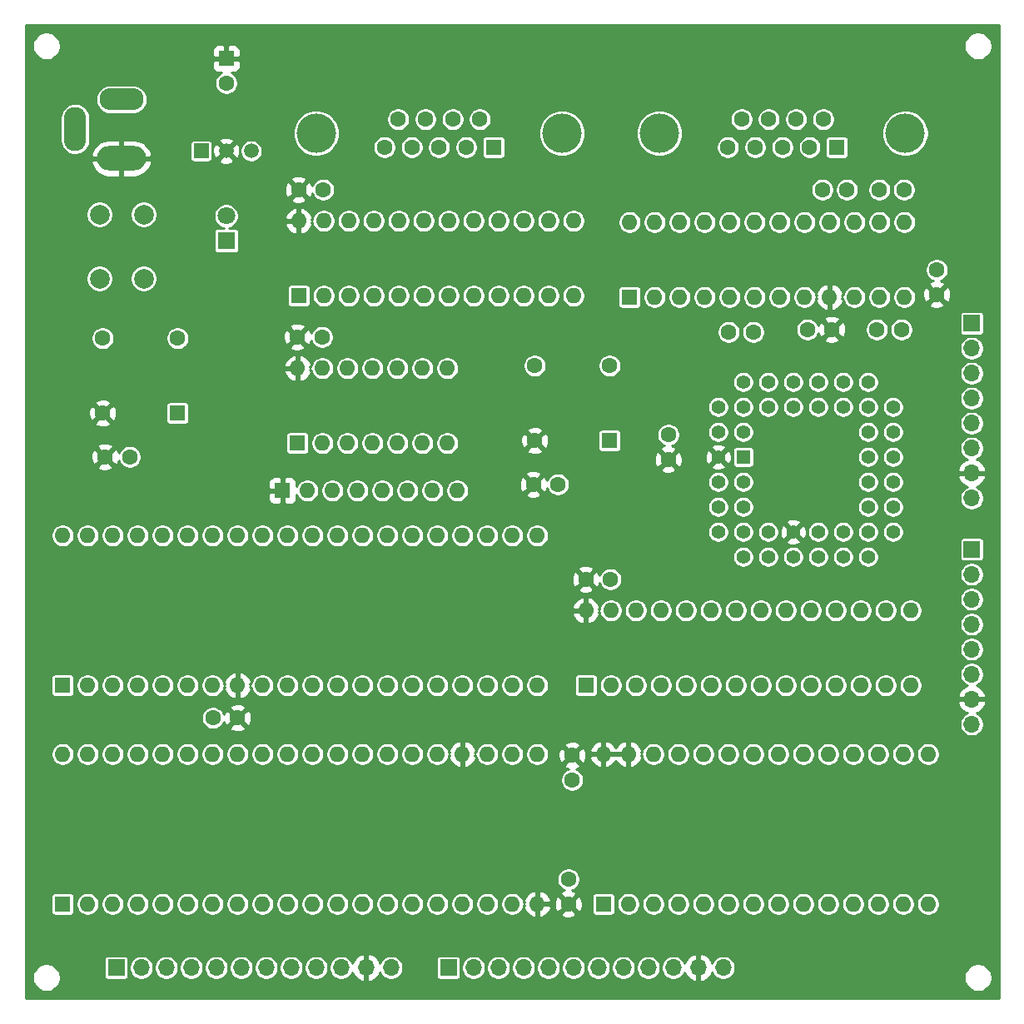
<source format=gbr>
%TF.GenerationSoftware,KiCad,Pcbnew,(5.1.6)-1*%
%TF.CreationDate,2020-10-12T18:58:51-06:00*%
%TF.ProjectId,SO6502,534f3635-3032-42e6-9b69-6361645f7063,1*%
%TF.SameCoordinates,Original*%
%TF.FileFunction,Copper,L3,Inr*%
%TF.FilePolarity,Positive*%
%FSLAX46Y46*%
G04 Gerber Fmt 4.6, Leading zero omitted, Abs format (unit mm)*
G04 Created by KiCad (PCBNEW (5.1.6)-1) date 2020-10-12 18:58:51*
%MOMM*%
%LPD*%
G01*
G04 APERTURE LIST*
%TA.AperFunction,ViaPad*%
%ADD10C,4.000000*%
%TD*%
%TA.AperFunction,ViaPad*%
%ADD11C,1.600000*%
%TD*%
%TA.AperFunction,ViaPad*%
%ADD12R,1.600000X1.600000*%
%TD*%
%TA.AperFunction,ViaPad*%
%ADD13O,1.600000X1.600000*%
%TD*%
%TA.AperFunction,ViaPad*%
%ADD14C,1.422400*%
%TD*%
%TA.AperFunction,ViaPad*%
%ADD15R,1.422400X1.422400*%
%TD*%
%TA.AperFunction,ViaPad*%
%ADD16R,1.500000X1.500000*%
%TD*%
%TA.AperFunction,ViaPad*%
%ADD17C,1.500000*%
%TD*%
%TA.AperFunction,ViaPad*%
%ADD18C,2.000000*%
%TD*%
%TA.AperFunction,ViaPad*%
%ADD19O,1.700000X1.700000*%
%TD*%
%TA.AperFunction,ViaPad*%
%ADD20R,1.700000X1.700000*%
%TD*%
%TA.AperFunction,ViaPad*%
%ADD21O,2.250000X4.500000*%
%TD*%
%TA.AperFunction,ViaPad*%
%ADD22O,4.500000X2.250000*%
%TD*%
%TA.AperFunction,ViaPad*%
%ADD23O,5.000000X2.500000*%
%TD*%
%TA.AperFunction,ViaPad*%
%ADD24C,1.800000*%
%TD*%
%TA.AperFunction,ViaPad*%
%ADD25R,1.800000X1.800000*%
%TD*%
%TA.AperFunction,Conductor*%
%ADD26C,0.254000*%
%TD*%
G04 APERTURE END LIST*
D10*
%TO.N,N/C*%
%TO.C,J3*%
X115691000Y-36807000D03*
X140691000Y-36807000D03*
D11*
%TO.N,Net-(J3-Pad9)*%
X124036000Y-35387000D03*
%TO.N,CTSb*%
X126806000Y-35387000D03*
%TO.N,RTSb*%
X129576000Y-35387000D03*
%TO.N,Net-(J3-Pad6)*%
X132346000Y-35387000D03*
%TO.N,GND*%
X122651000Y-38227000D03*
%TO.N,Net-(J3-Pad4)*%
X125421000Y-38227000D03*
%TO.N,TxDb*%
X128191000Y-38227000D03*
%TO.N,RxDb*%
X130961000Y-38227000D03*
D12*
%TO.N,Net-(J3-Pad1)*%
X133731000Y-38227000D03*
%TD*%
D10*
%TO.N,N/C*%
%TO.C,J2*%
X80766000Y-36807000D03*
X105766000Y-36807000D03*
D11*
%TO.N,Net-(J2-Pad9)*%
X89111000Y-35387000D03*
%TO.N,CTSa*%
X91881000Y-35387000D03*
%TO.N,RTSa*%
X94651000Y-35387000D03*
%TO.N,Net-(J2-Pad6)*%
X97421000Y-35387000D03*
%TO.N,GND*%
X87726000Y-38227000D03*
%TO.N,Net-(J2-Pad4)*%
X90496000Y-38227000D03*
%TO.N,TxDa*%
X93266000Y-38227000D03*
%TO.N,RxDa*%
X96036000Y-38227000D03*
D12*
%TO.N,Net-(J2-Pad1)*%
X98806000Y-38227000D03*
%TD*%
D11*
%TO.N,GND*%
%TO.C,C16*%
X122722000Y-57023000D03*
%TO.N,RESET*%
X125222000Y-57023000D03*
%TD*%
%TO.N,GND*%
%TO.C,X2*%
X110617000Y-60452000D03*
%TO.N,X1*%
X102997000Y-60452000D03*
%TO.N,Vcc*%
X102997000Y-68072000D03*
D12*
%TO.N,Net-(X2-Pad1)*%
X110617000Y-68072000D03*
%TD*%
D11*
%TO.N,GND*%
%TO.C,X1*%
X66675000Y-57658000D03*
%TO.N,PHI2*%
X59055000Y-57658000D03*
%TO.N,Vcc*%
X59055000Y-65278000D03*
D12*
%TO.N,Net-(X1-Pad1)*%
X66675000Y-65278000D03*
%TD*%
D13*
%TO.N,RTSa*%
%TO.C,U3*%
X112649000Y-45847000D03*
%TO.N,Net-(C15-Pad2)*%
X140589000Y-53467000D03*
%TO.N,CTSa*%
X115189000Y-45847000D03*
%TO.N,Net-(C14-Pad2)*%
X138049000Y-53467000D03*
%TO.N,DCTSa*%
X117729000Y-45847000D03*
%TO.N,Net-(C15-Pad1)*%
X135509000Y-53467000D03*
%TO.N,DRTSb*%
X120269000Y-45847000D03*
%TO.N,Vcc*%
X132969000Y-53467000D03*
%TO.N,RTSb*%
X122809000Y-45847000D03*
%TO.N,GND*%
X130429000Y-53467000D03*
%TO.N,DRTSa*%
X125349000Y-45847000D03*
%TO.N,RxDa*%
X127889000Y-53467000D03*
%TO.N,DTxDb*%
X127889000Y-45847000D03*
%TO.N,DRxDa*%
X125349000Y-53467000D03*
%TO.N,DCTSb*%
X130429000Y-45847000D03*
%TO.N,DTxDa*%
X122809000Y-53467000D03*
%TO.N,CTSb*%
X132969000Y-45847000D03*
%TO.N,DRxDb*%
X120269000Y-53467000D03*
%TO.N,Net-(C12-Pad1)*%
X135509000Y-45847000D03*
%TO.N,RxDb*%
X117729000Y-53467000D03*
%TO.N,Net-(C13-Pad1)*%
X138049000Y-45847000D03*
%TO.N,TxDa*%
X115189000Y-53467000D03*
%TO.N,Net-(C13-Pad2)*%
X140589000Y-45847000D03*
D12*
%TO.N,TxDb*%
X112649000Y-53467000D03*
%TD*%
D14*
%TO.N,CS2892*%
%TO.C,U5*%
X124206000Y-62103000D03*
%TO.N,Net-(U5-Pad37)*%
X126746000Y-62103000D03*
%TO.N,DRxDa*%
X129286000Y-62103000D03*
%TO.N,DTxDa*%
X131826000Y-62103000D03*
%TO.N,OP2*%
X134366000Y-62103000D03*
%TO.N,IP2*%
X121666000Y-64643000D03*
%TO.N,RESET*%
X126746000Y-64643000D03*
%TO.N,X1*%
X129286000Y-64643000D03*
%TO.N,Net-(U5-Pad34)*%
X131826000Y-64643000D03*
%TO.N,DRTSa*%
X134366000Y-64643000D03*
%TO.N,OP4*%
X136906000Y-64643000D03*
%TO.N,D0*%
X139446000Y-64643000D03*
%TO.N,D4*%
X139446000Y-67183000D03*
%TO.N,IRQ2B*%
X139446000Y-69723000D03*
%TO.N,GND*%
X139446000Y-72263000D03*
%TO.N,D5*%
X139446000Y-74803000D03*
%TO.N,D1*%
X139446000Y-77343000D03*
%TO.N,OP6*%
X136906000Y-62103000D03*
%TO.N,D2*%
X136906000Y-67183000D03*
%TO.N,D6*%
X136906000Y-69723000D03*
%TO.N,Net-(U5-Pad23)*%
X136906000Y-72263000D03*
%TO.N,D7*%
X136906000Y-74803000D03*
%TO.N,D3*%
X136906000Y-77343000D03*
%TO.N,OP7*%
X136906000Y-79883000D03*
%TO.N,OP3*%
X134366000Y-79883000D03*
%TO.N,DTxDb*%
X131826000Y-79883000D03*
%TO.N,DRxDb*%
X129286000Y-79883000D03*
%TO.N,WR*%
X126746000Y-79883000D03*
%TO.N,A3*%
X124206000Y-79883000D03*
%TO.N,OP5*%
X134366000Y-77343000D03*
%TO.N,DRTSb*%
X131826000Y-77343000D03*
%TO.N,Vcc*%
X129286000Y-77343000D03*
%TO.N,RD*%
X126746000Y-77343000D03*
%TO.N,DCTSa*%
X124206000Y-77343000D03*
%TO.N,IP5*%
X121666000Y-67183000D03*
%TO.N,Vcc*%
X121666000Y-69723000D03*
%TO.N,A2*%
X121666000Y-77343000D03*
%TO.N,A1*%
X121666000Y-74803000D03*
%TO.N,A0*%
X121666000Y-72263000D03*
%TO.N,IP6*%
X124206000Y-64643000D03*
%TO.N,IP4*%
X124206000Y-67183000D03*
%TO.N,DCTSb*%
X124206000Y-74803000D03*
%TO.N,IP3*%
X124206000Y-72263000D03*
D15*
%TO.N,Net-(U5-Pad1)*%
X124206000Y-69723000D03*
%TD*%
D13*
%TO.N,CA1*%
%TO.C,U8*%
X54991000Y-99949000D03*
%TO.N,Vcc*%
X103251000Y-115189000D03*
%TO.N,CA2*%
X57531000Y-99949000D03*
%TO.N,CB2*%
X100711000Y-115189000D03*
%TO.N,A0*%
X60071000Y-99949000D03*
%TO.N,CB1*%
X98171000Y-115189000D03*
%TO.N,A1*%
X62611000Y-99949000D03*
%TO.N,PB7*%
X95631000Y-115189000D03*
%TO.N,A2*%
X65151000Y-99949000D03*
%TO.N,PB6*%
X93091000Y-115189000D03*
%TO.N,A3*%
X67691000Y-99949000D03*
%TO.N,PB5*%
X90551000Y-115189000D03*
%TO.N,RESB*%
X70231000Y-99949000D03*
%TO.N,PB4*%
X88011000Y-115189000D03*
%TO.N,D0*%
X72771000Y-99949000D03*
%TO.N,PB3*%
X85471000Y-115189000D03*
%TO.N,D1*%
X75311000Y-99949000D03*
%TO.N,PB2*%
X82931000Y-115189000D03*
%TO.N,D2*%
X77851000Y-99949000D03*
%TO.N,PB1*%
X80391000Y-115189000D03*
%TO.N,D3*%
X80391000Y-99949000D03*
%TO.N,PB0*%
X77851000Y-115189000D03*
%TO.N,D4*%
X82931000Y-99949000D03*
%TO.N,PA7*%
X75311000Y-115189000D03*
%TO.N,D5*%
X85471000Y-99949000D03*
%TO.N,PA6*%
X72771000Y-115189000D03*
%TO.N,D6*%
X88011000Y-99949000D03*
%TO.N,PA5*%
X70231000Y-115189000D03*
%TO.N,D7*%
X90551000Y-99949000D03*
%TO.N,PA4*%
X67691000Y-115189000D03*
%TO.N,PHI2*%
X93091000Y-99949000D03*
%TO.N,PA3*%
X65151000Y-115189000D03*
%TO.N,Vcc*%
X95631000Y-99949000D03*
%TO.N,PA2*%
X62611000Y-115189000D03*
%TO.N,CS6522*%
X98171000Y-99949000D03*
%TO.N,PA1*%
X60071000Y-115189000D03*
%TO.N,RWB*%
X100711000Y-99949000D03*
%TO.N,PA0*%
X57531000Y-115189000D03*
%TO.N,IRQ1B*%
X103251000Y-99949000D03*
D12*
%TO.N,GND*%
X54991000Y-115189000D03*
%TD*%
%TO.N,A14*%
%TO.C,U7*%
X108204000Y-92964000D03*
D13*
%TO.N,D3*%
X141224000Y-85344000D03*
%TO.N,A12*%
X110744000Y-92964000D03*
%TO.N,D4*%
X138684000Y-85344000D03*
%TO.N,A7*%
X113284000Y-92964000D03*
%TO.N,D5*%
X136144000Y-85344000D03*
%TO.N,A6*%
X115824000Y-92964000D03*
%TO.N,D6*%
X133604000Y-85344000D03*
%TO.N,A5*%
X118364000Y-92964000D03*
%TO.N,D7*%
X131064000Y-85344000D03*
%TO.N,A4*%
X120904000Y-92964000D03*
%TO.N,CSRAM*%
X128524000Y-85344000D03*
%TO.N,A3*%
X123444000Y-92964000D03*
%TO.N,A10*%
X125984000Y-85344000D03*
%TO.N,A2*%
X125984000Y-92964000D03*
%TO.N,RD*%
X123444000Y-85344000D03*
%TO.N,A1*%
X128524000Y-92964000D03*
%TO.N,A11*%
X120904000Y-85344000D03*
%TO.N,A0*%
X131064000Y-92964000D03*
%TO.N,A9*%
X118364000Y-85344000D03*
%TO.N,D0*%
X133604000Y-92964000D03*
%TO.N,A8*%
X115824000Y-85344000D03*
%TO.N,D1*%
X136144000Y-92964000D03*
%TO.N,A13*%
X113284000Y-85344000D03*
%TO.N,D2*%
X138684000Y-92964000D03*
%TO.N,WR*%
X110744000Y-85344000D03*
%TO.N,GND*%
X141224000Y-92964000D03*
%TO.N,Vcc*%
X108204000Y-85344000D03*
%TD*%
%TO.N,Vcc*%
%TO.C,U9*%
X109982000Y-99949000D03*
%TO.N,GND*%
X143002000Y-115189000D03*
%TO.N,Vcc*%
X112522000Y-99949000D03*
%TO.N,D2*%
X140462000Y-115189000D03*
%TO.N,A13*%
X115062000Y-99949000D03*
%TO.N,D1*%
X137922000Y-115189000D03*
%TO.N,A8*%
X117602000Y-99949000D03*
%TO.N,D0*%
X135382000Y-115189000D03*
%TO.N,A9*%
X120142000Y-99949000D03*
%TO.N,A0*%
X132842000Y-115189000D03*
%TO.N,A11*%
X122682000Y-99949000D03*
%TO.N,A1*%
X130302000Y-115189000D03*
%TO.N,RD*%
X125222000Y-99949000D03*
%TO.N,A2*%
X127762000Y-115189000D03*
%TO.N,A10*%
X127762000Y-99949000D03*
%TO.N,A3*%
X125222000Y-115189000D03*
%TO.N,CSROM*%
X130302000Y-99949000D03*
%TO.N,A4*%
X122682000Y-115189000D03*
%TO.N,D7*%
X132842000Y-99949000D03*
%TO.N,A5*%
X120142000Y-115189000D03*
%TO.N,D6*%
X135382000Y-99949000D03*
%TO.N,A6*%
X117602000Y-115189000D03*
%TO.N,D5*%
X137922000Y-99949000D03*
%TO.N,A7*%
X115062000Y-115189000D03*
%TO.N,D4*%
X140462000Y-99949000D03*
%TO.N,A12*%
X112522000Y-115189000D03*
%TO.N,D3*%
X143002000Y-99949000D03*
D12*
%TO.N,A14*%
X109982000Y-115189000D03*
%TD*%
D13*
%TO.N,Vcc*%
%TO.C,U4*%
X78867000Y-60706000D03*
%TO.N,GND*%
X94107000Y-68326000D03*
%TO.N,Net-(U4-Pad12)*%
X81407000Y-60706000D03*
%TO.N,RESB*%
X91567000Y-68326000D03*
%TO.N,Net-(U4-Pad12)*%
X83947000Y-60706000D03*
%TO.N,RESET*%
X89027000Y-68326000D03*
%TO.N,IRQB*%
X86487000Y-60706000D03*
%TO.N,RESET*%
X86487000Y-68326000D03*
%TO.N,IRQ2B*%
X89027000Y-60706000D03*
%TO.N,RESET*%
X83947000Y-68326000D03*
%TO.N,IRQ1B*%
X91567000Y-60706000D03*
%TO.N,Net-(SW1-Pad1)*%
X81407000Y-68326000D03*
%TO.N,Net-(U4-Pad12)*%
X94107000Y-60706000D03*
D12*
%TO.N,Net-(SW1-Pad1)*%
X78867000Y-68326000D03*
%TD*%
D13*
%TO.N,Vcc*%
%TO.C,U2*%
X78994000Y-45720000D03*
%TO.N,GND*%
X106934000Y-53340000D03*
%TO.N,RDY*%
X81534000Y-45720000D03*
%TO.N,A7*%
X104394000Y-53340000D03*
%TO.N,WR*%
X84074000Y-45720000D03*
%TO.N,A8*%
X101854000Y-53340000D03*
%TO.N,RD*%
X86614000Y-45720000D03*
%TO.N,A9*%
X99314000Y-53340000D03*
%TO.N,Net-(U2-Pad20)*%
X89154000Y-45720000D03*
%TO.N,A10*%
X96774000Y-53340000D03*
%TO.N,CS6522*%
X91694000Y-45720000D03*
%TO.N,A11*%
X94234000Y-53340000D03*
%TO.N,CSROM*%
X94234000Y-45720000D03*
%TO.N,A12*%
X91694000Y-53340000D03*
%TO.N,CSRAM*%
X96774000Y-45720000D03*
%TO.N,A13*%
X89154000Y-53340000D03*
%TO.N,CS2892*%
X99314000Y-45720000D03*
%TO.N,A14*%
X86614000Y-53340000D03*
%TO.N,A4*%
X101854000Y-45720000D03*
%TO.N,A15*%
X84074000Y-53340000D03*
%TO.N,A5*%
X104394000Y-45720000D03*
%TO.N,RWB*%
X81534000Y-53340000D03*
%TO.N,A6*%
X106934000Y-45720000D03*
D12*
%TO.N,PHI2*%
X78994000Y-53340000D03*
%TD*%
D16*
%TO.N,Net-(SW1-Pad1)*%
%TO.C,U1*%
X69088000Y-38608000D03*
D17*
%TO.N,GND*%
X74168000Y-38608000D03*
%TO.N,Vcc*%
X71628000Y-38608000D03*
%TD*%
D12*
%TO.N,Net-(U6-Pad1)*%
%TO.C,U6*%
X54991000Y-92964000D03*
D13*
%TO.N,GND*%
X103251000Y-77724000D03*
%TO.N,RDY*%
X57531000Y-92964000D03*
%TO.N,A12*%
X100711000Y-77724000D03*
%TO.N,Net-(U6-Pad3)*%
X60071000Y-92964000D03*
%TO.N,A13*%
X98171000Y-77724000D03*
%TO.N,IRQB*%
X62611000Y-92964000D03*
%TO.N,A14*%
X95631000Y-77724000D03*
%TO.N,Net-(U6-Pad5)*%
X65151000Y-92964000D03*
%TO.N,A15*%
X93091000Y-77724000D03*
%TO.N,NMIB*%
X67691000Y-92964000D03*
%TO.N,D7*%
X90551000Y-77724000D03*
%TO.N,Net-(U6-Pad7)*%
X70231000Y-92964000D03*
%TO.N,D6*%
X88011000Y-77724000D03*
%TO.N,Vcc*%
X72771000Y-92964000D03*
%TO.N,D5*%
X85471000Y-77724000D03*
%TO.N,A0*%
X75311000Y-92964000D03*
%TO.N,D4*%
X82931000Y-77724000D03*
%TO.N,A1*%
X77851000Y-92964000D03*
%TO.N,D3*%
X80391000Y-77724000D03*
%TO.N,A2*%
X80391000Y-92964000D03*
%TO.N,D2*%
X77851000Y-77724000D03*
%TO.N,A3*%
X82931000Y-92964000D03*
%TO.N,D1*%
X75311000Y-77724000D03*
%TO.N,A4*%
X85471000Y-92964000D03*
%TO.N,D0*%
X72771000Y-77724000D03*
%TO.N,A5*%
X88011000Y-92964000D03*
%TO.N,RWB*%
X70231000Y-77724000D03*
%TO.N,A6*%
X90551000Y-92964000D03*
%TO.N,Net-(U6-Pad35)*%
X67691000Y-77724000D03*
%TO.N,A7*%
X93091000Y-92964000D03*
%TO.N,BE*%
X65151000Y-77724000D03*
%TO.N,A8*%
X95631000Y-92964000D03*
%TO.N,PHI2*%
X62611000Y-77724000D03*
%TO.N,A9*%
X98171000Y-92964000D03*
%TO.N,SOB*%
X60071000Y-77724000D03*
%TO.N,A10*%
X100711000Y-92964000D03*
%TO.N,Net-(U6-Pad39)*%
X57531000Y-77724000D03*
%TO.N,A11*%
X103251000Y-92964000D03*
%TO.N,RESB*%
X54991000Y-77724000D03*
%TD*%
D18*
%TO.N,Net-(SW1-Pad1)*%
%TO.C,SW1*%
X63246000Y-51585000D03*
%TO.N,GND*%
X58746000Y-51585000D03*
%TO.N,Net-(SW1-Pad1)*%
X63246000Y-45085000D03*
%TO.N,GND*%
X58746000Y-45085000D03*
%TD*%
D13*
%TO.N,Net-(RN1-Pad8)*%
%TO.C,RN1*%
X95123000Y-73152000D03*
%TO.N,IRQ2B*%
X92583000Y-73152000D03*
%TO.N,NMIB*%
X90043000Y-73152000D03*
%TO.N,RDY*%
X87503000Y-73152000D03*
%TO.N,BE*%
X84963000Y-73152000D03*
%TO.N,SOB*%
X82423000Y-73152000D03*
%TO.N,Net-(D1-Pad2)*%
X79883000Y-73152000D03*
D12*
%TO.N,Vcc*%
X77343000Y-73152000D03*
%TD*%
D19*
%TO.N,GND*%
%TO.C,J5*%
X147447000Y-96901000D03*
%TO.N,Vcc*%
X147447000Y-94361000D03*
%TO.N,OP7*%
X147447000Y-91821000D03*
%TO.N,OP6*%
X147447000Y-89281000D03*
%TO.N,OP5*%
X147447000Y-86741000D03*
%TO.N,OP4*%
X147447000Y-84201000D03*
%TO.N,OP3*%
X147447000Y-81661000D03*
D20*
%TO.N,OP2*%
X147447000Y-79121000D03*
%TD*%
D19*
%TO.N,GND*%
%TO.C,J4*%
X147447000Y-73914000D03*
%TO.N,Vcc*%
X147447000Y-71374000D03*
%TO.N,Net-(J4-Pad6)*%
X147447000Y-68834000D03*
%TO.N,IP6*%
X147447000Y-66294000D03*
%TO.N,IP5*%
X147447000Y-63754000D03*
%TO.N,IP4*%
X147447000Y-61214000D03*
%TO.N,IP3*%
X147447000Y-58674000D03*
D20*
%TO.N,IP2*%
X147447000Y-56134000D03*
%TD*%
D19*
%TO.N,GND*%
%TO.C,J7*%
X122174000Y-121666000D03*
%TO.N,Vcc*%
X119634000Y-121666000D03*
%TO.N,CB2*%
X117094000Y-121666000D03*
%TO.N,CB1*%
X114554000Y-121666000D03*
%TO.N,PB7*%
X112014000Y-121666000D03*
%TO.N,PB6*%
X109474000Y-121666000D03*
%TO.N,PB5*%
X106934000Y-121666000D03*
%TO.N,PB4*%
X104394000Y-121666000D03*
%TO.N,PB3*%
X101854000Y-121666000D03*
%TO.N,PB2*%
X99314000Y-121666000D03*
%TO.N,PB1*%
X96774000Y-121666000D03*
D20*
%TO.N,PB0*%
X94234000Y-121666000D03*
%TD*%
D19*
%TO.N,GND*%
%TO.C,J6*%
X88392000Y-121666000D03*
%TO.N,Vcc*%
X85852000Y-121666000D03*
%TO.N,CA2*%
X83312000Y-121666000D03*
%TO.N,CA1*%
X80772000Y-121666000D03*
%TO.N,PA7*%
X78232000Y-121666000D03*
%TO.N,PA6*%
X75692000Y-121666000D03*
%TO.N,PA5*%
X73152000Y-121666000D03*
%TO.N,PA4*%
X70612000Y-121666000D03*
%TO.N,PA3*%
X68072000Y-121666000D03*
%TO.N,PA2*%
X65532000Y-121666000D03*
%TO.N,PA1*%
X62992000Y-121666000D03*
D20*
%TO.N,PA0*%
X60452000Y-121666000D03*
%TD*%
D21*
%TO.N,GND*%
%TO.C,J1*%
X56260000Y-36370000D03*
D22*
X60960000Y-33370000D03*
D23*
%TO.N,Vcc*%
X60960000Y-39370000D03*
%TD*%
D24*
%TO.N,Net-(D1-Pad2)*%
%TO.C,D1*%
X71628000Y-45212000D03*
D25*
%TO.N,GND*%
X71628000Y-47752000D03*
%TD*%
D11*
%TO.N,GND*%
%TO.C,C12*%
X132247000Y-42545000D03*
%TO.N,Net-(C12-Pad1)*%
X134747000Y-42545000D03*
%TD*%
%TO.N,Net-(C13-Pad2)*%
%TO.C,C13*%
X140549000Y-42545000D03*
%TO.N,Net-(C13-Pad1)*%
X138049000Y-42545000D03*
%TD*%
%TO.N,Net-(C15-Pad2)*%
%TO.C,C15*%
X140295000Y-56769000D03*
%TO.N,Net-(C15-Pad1)*%
X137795000Y-56769000D03*
%TD*%
%TO.N,Net-(C14-Pad2)*%
%TO.C,C14*%
X143891000Y-50713000D03*
%TO.N,Vcc*%
X143891000Y-53213000D03*
%TD*%
%TO.N,GND*%
%TO.C,C4*%
X130723000Y-56769000D03*
%TO.N,Vcc*%
X133223000Y-56769000D03*
%TD*%
%TO.N,Vcc*%
%TO.C,C8*%
X108204000Y-82169000D03*
%TO.N,GND*%
X110704000Y-82169000D03*
%TD*%
%TO.N,GND*%
%TO.C,C10*%
X106807000Y-102576000D03*
%TO.N,Vcc*%
X106807000Y-100076000D03*
%TD*%
%TO.N,GND*%
%TO.C,C7*%
X116586000Y-67477000D03*
%TO.N,Vcc*%
X116586000Y-69977000D03*
%TD*%
%TO.N,GND*%
%TO.C,C6*%
X105370000Y-72517000D03*
%TO.N,Vcc*%
X102870000Y-72517000D03*
%TD*%
%TO.N,GND*%
%TO.C,C3*%
X81367000Y-57531000D03*
%TO.N,Vcc*%
X78867000Y-57531000D03*
%TD*%
%TO.N,GND*%
%TO.C,C2*%
X81494000Y-42545000D03*
%TO.N,Vcc*%
X78994000Y-42545000D03*
%TD*%
%TO.N,GND*%
%TO.C,C5*%
X61809000Y-69723000D03*
%TO.N,Vcc*%
X59309000Y-69723000D03*
%TD*%
%TO.N,GND*%
%TO.C,C11*%
X106426000Y-112689000D03*
%TO.N,Vcc*%
X106426000Y-115189000D03*
%TD*%
%TO.N,Vcc*%
%TO.C,C9*%
X72771000Y-96266000D03*
%TO.N,GND*%
X70271000Y-96266000D03*
%TD*%
%TO.N,GND*%
%TO.C,C1*%
X71628000Y-31710000D03*
D12*
%TO.N,Vcc*%
X71628000Y-29210000D03*
%TD*%
D26*
%TO.N,Vcc*%
G36*
X150191001Y-124791000D02*
G01*
X51231000Y-124791000D01*
X51231000Y-122541059D01*
X51909000Y-122541059D01*
X51909000Y-122822941D01*
X51963993Y-123099407D01*
X52071864Y-123359833D01*
X52228470Y-123594209D01*
X52427791Y-123793530D01*
X52662167Y-123950136D01*
X52922593Y-124058007D01*
X53199059Y-124113000D01*
X53480941Y-124113000D01*
X53757407Y-124058007D01*
X54017833Y-123950136D01*
X54252209Y-123793530D01*
X54451530Y-123594209D01*
X54608136Y-123359833D01*
X54716007Y-123099407D01*
X54771000Y-122822941D01*
X54771000Y-122541059D01*
X54716007Y-122264593D01*
X54608136Y-122004167D01*
X54451530Y-121769791D01*
X54252209Y-121570470D01*
X54017833Y-121413864D01*
X53757407Y-121305993D01*
X53480941Y-121251000D01*
X53199059Y-121251000D01*
X52922593Y-121305993D01*
X52662167Y-121413864D01*
X52427791Y-121570470D01*
X52228470Y-121769791D01*
X52071864Y-122004167D01*
X51963993Y-122264593D01*
X51909000Y-122541059D01*
X51231000Y-122541059D01*
X51231000Y-120816000D01*
X59219157Y-120816000D01*
X59219157Y-122516000D01*
X59226513Y-122590689D01*
X59248299Y-122662508D01*
X59283678Y-122728696D01*
X59331289Y-122786711D01*
X59389304Y-122834322D01*
X59455492Y-122869701D01*
X59527311Y-122891487D01*
X59602000Y-122898843D01*
X61302000Y-122898843D01*
X61376689Y-122891487D01*
X61448508Y-122869701D01*
X61514696Y-122834322D01*
X61572711Y-122786711D01*
X61620322Y-122728696D01*
X61655701Y-122662508D01*
X61677487Y-122590689D01*
X61684843Y-122516000D01*
X61684843Y-121544757D01*
X61761000Y-121544757D01*
X61761000Y-121787243D01*
X61808307Y-122025069D01*
X61901102Y-122249097D01*
X62035820Y-122450717D01*
X62207283Y-122622180D01*
X62408903Y-122756898D01*
X62632931Y-122849693D01*
X62870757Y-122897000D01*
X63113243Y-122897000D01*
X63351069Y-122849693D01*
X63575097Y-122756898D01*
X63776717Y-122622180D01*
X63948180Y-122450717D01*
X64082898Y-122249097D01*
X64175693Y-122025069D01*
X64223000Y-121787243D01*
X64223000Y-121544757D01*
X64301000Y-121544757D01*
X64301000Y-121787243D01*
X64348307Y-122025069D01*
X64441102Y-122249097D01*
X64575820Y-122450717D01*
X64747283Y-122622180D01*
X64948903Y-122756898D01*
X65172931Y-122849693D01*
X65410757Y-122897000D01*
X65653243Y-122897000D01*
X65891069Y-122849693D01*
X66115097Y-122756898D01*
X66316717Y-122622180D01*
X66488180Y-122450717D01*
X66622898Y-122249097D01*
X66715693Y-122025069D01*
X66763000Y-121787243D01*
X66763000Y-121544757D01*
X66841000Y-121544757D01*
X66841000Y-121787243D01*
X66888307Y-122025069D01*
X66981102Y-122249097D01*
X67115820Y-122450717D01*
X67287283Y-122622180D01*
X67488903Y-122756898D01*
X67712931Y-122849693D01*
X67950757Y-122897000D01*
X68193243Y-122897000D01*
X68431069Y-122849693D01*
X68655097Y-122756898D01*
X68856717Y-122622180D01*
X69028180Y-122450717D01*
X69162898Y-122249097D01*
X69255693Y-122025069D01*
X69303000Y-121787243D01*
X69303000Y-121544757D01*
X69381000Y-121544757D01*
X69381000Y-121787243D01*
X69428307Y-122025069D01*
X69521102Y-122249097D01*
X69655820Y-122450717D01*
X69827283Y-122622180D01*
X70028903Y-122756898D01*
X70252931Y-122849693D01*
X70490757Y-122897000D01*
X70733243Y-122897000D01*
X70971069Y-122849693D01*
X71195097Y-122756898D01*
X71396717Y-122622180D01*
X71568180Y-122450717D01*
X71702898Y-122249097D01*
X71795693Y-122025069D01*
X71843000Y-121787243D01*
X71843000Y-121544757D01*
X71921000Y-121544757D01*
X71921000Y-121787243D01*
X71968307Y-122025069D01*
X72061102Y-122249097D01*
X72195820Y-122450717D01*
X72367283Y-122622180D01*
X72568903Y-122756898D01*
X72792931Y-122849693D01*
X73030757Y-122897000D01*
X73273243Y-122897000D01*
X73511069Y-122849693D01*
X73735097Y-122756898D01*
X73936717Y-122622180D01*
X74108180Y-122450717D01*
X74242898Y-122249097D01*
X74335693Y-122025069D01*
X74383000Y-121787243D01*
X74383000Y-121544757D01*
X74461000Y-121544757D01*
X74461000Y-121787243D01*
X74508307Y-122025069D01*
X74601102Y-122249097D01*
X74735820Y-122450717D01*
X74907283Y-122622180D01*
X75108903Y-122756898D01*
X75332931Y-122849693D01*
X75570757Y-122897000D01*
X75813243Y-122897000D01*
X76051069Y-122849693D01*
X76275097Y-122756898D01*
X76476717Y-122622180D01*
X76648180Y-122450717D01*
X76782898Y-122249097D01*
X76875693Y-122025069D01*
X76923000Y-121787243D01*
X76923000Y-121544757D01*
X77001000Y-121544757D01*
X77001000Y-121787243D01*
X77048307Y-122025069D01*
X77141102Y-122249097D01*
X77275820Y-122450717D01*
X77447283Y-122622180D01*
X77648903Y-122756898D01*
X77872931Y-122849693D01*
X78110757Y-122897000D01*
X78353243Y-122897000D01*
X78591069Y-122849693D01*
X78815097Y-122756898D01*
X79016717Y-122622180D01*
X79188180Y-122450717D01*
X79322898Y-122249097D01*
X79415693Y-122025069D01*
X79463000Y-121787243D01*
X79463000Y-121544757D01*
X79541000Y-121544757D01*
X79541000Y-121787243D01*
X79588307Y-122025069D01*
X79681102Y-122249097D01*
X79815820Y-122450717D01*
X79987283Y-122622180D01*
X80188903Y-122756898D01*
X80412931Y-122849693D01*
X80650757Y-122897000D01*
X80893243Y-122897000D01*
X81131069Y-122849693D01*
X81355097Y-122756898D01*
X81556717Y-122622180D01*
X81728180Y-122450717D01*
X81862898Y-122249097D01*
X81955693Y-122025069D01*
X82003000Y-121787243D01*
X82003000Y-121544757D01*
X82081000Y-121544757D01*
X82081000Y-121787243D01*
X82128307Y-122025069D01*
X82221102Y-122249097D01*
X82355820Y-122450717D01*
X82527283Y-122622180D01*
X82728903Y-122756898D01*
X82952931Y-122849693D01*
X83190757Y-122897000D01*
X83433243Y-122897000D01*
X83671069Y-122849693D01*
X83895097Y-122756898D01*
X84096717Y-122622180D01*
X84268180Y-122450717D01*
X84402898Y-122249097D01*
X84450228Y-122134832D01*
X84507843Y-122297252D01*
X84656822Y-122547355D01*
X84851731Y-122763588D01*
X85085080Y-122937641D01*
X85347901Y-123062825D01*
X85495110Y-123107476D01*
X85725000Y-122986155D01*
X85725000Y-121793000D01*
X85705000Y-121793000D01*
X85705000Y-121539000D01*
X85725000Y-121539000D01*
X85725000Y-120345845D01*
X85979000Y-120345845D01*
X85979000Y-121539000D01*
X85999000Y-121539000D01*
X85999000Y-121793000D01*
X85979000Y-121793000D01*
X85979000Y-122986155D01*
X86208890Y-123107476D01*
X86356099Y-123062825D01*
X86618920Y-122937641D01*
X86852269Y-122763588D01*
X87047178Y-122547355D01*
X87196157Y-122297252D01*
X87253772Y-122134832D01*
X87301102Y-122249097D01*
X87435820Y-122450717D01*
X87607283Y-122622180D01*
X87808903Y-122756898D01*
X88032931Y-122849693D01*
X88270757Y-122897000D01*
X88513243Y-122897000D01*
X88751069Y-122849693D01*
X88975097Y-122756898D01*
X89176717Y-122622180D01*
X89348180Y-122450717D01*
X89482898Y-122249097D01*
X89575693Y-122025069D01*
X89623000Y-121787243D01*
X89623000Y-121544757D01*
X89575693Y-121306931D01*
X89482898Y-121082903D01*
X89348180Y-120881283D01*
X89282897Y-120816000D01*
X93001157Y-120816000D01*
X93001157Y-122516000D01*
X93008513Y-122590689D01*
X93030299Y-122662508D01*
X93065678Y-122728696D01*
X93113289Y-122786711D01*
X93171304Y-122834322D01*
X93237492Y-122869701D01*
X93309311Y-122891487D01*
X93384000Y-122898843D01*
X95084000Y-122898843D01*
X95158689Y-122891487D01*
X95230508Y-122869701D01*
X95296696Y-122834322D01*
X95354711Y-122786711D01*
X95402322Y-122728696D01*
X95437701Y-122662508D01*
X95459487Y-122590689D01*
X95466843Y-122516000D01*
X95466843Y-121544757D01*
X95543000Y-121544757D01*
X95543000Y-121787243D01*
X95590307Y-122025069D01*
X95683102Y-122249097D01*
X95817820Y-122450717D01*
X95989283Y-122622180D01*
X96190903Y-122756898D01*
X96414931Y-122849693D01*
X96652757Y-122897000D01*
X96895243Y-122897000D01*
X97133069Y-122849693D01*
X97357097Y-122756898D01*
X97558717Y-122622180D01*
X97730180Y-122450717D01*
X97864898Y-122249097D01*
X97957693Y-122025069D01*
X98005000Y-121787243D01*
X98005000Y-121544757D01*
X98083000Y-121544757D01*
X98083000Y-121787243D01*
X98130307Y-122025069D01*
X98223102Y-122249097D01*
X98357820Y-122450717D01*
X98529283Y-122622180D01*
X98730903Y-122756898D01*
X98954931Y-122849693D01*
X99192757Y-122897000D01*
X99435243Y-122897000D01*
X99673069Y-122849693D01*
X99897097Y-122756898D01*
X100098717Y-122622180D01*
X100270180Y-122450717D01*
X100404898Y-122249097D01*
X100497693Y-122025069D01*
X100545000Y-121787243D01*
X100545000Y-121544757D01*
X100623000Y-121544757D01*
X100623000Y-121787243D01*
X100670307Y-122025069D01*
X100763102Y-122249097D01*
X100897820Y-122450717D01*
X101069283Y-122622180D01*
X101270903Y-122756898D01*
X101494931Y-122849693D01*
X101732757Y-122897000D01*
X101975243Y-122897000D01*
X102213069Y-122849693D01*
X102437097Y-122756898D01*
X102638717Y-122622180D01*
X102810180Y-122450717D01*
X102944898Y-122249097D01*
X103037693Y-122025069D01*
X103085000Y-121787243D01*
X103085000Y-121544757D01*
X103163000Y-121544757D01*
X103163000Y-121787243D01*
X103210307Y-122025069D01*
X103303102Y-122249097D01*
X103437820Y-122450717D01*
X103609283Y-122622180D01*
X103810903Y-122756898D01*
X104034931Y-122849693D01*
X104272757Y-122897000D01*
X104515243Y-122897000D01*
X104753069Y-122849693D01*
X104977097Y-122756898D01*
X105178717Y-122622180D01*
X105350180Y-122450717D01*
X105484898Y-122249097D01*
X105577693Y-122025069D01*
X105625000Y-121787243D01*
X105625000Y-121544757D01*
X105703000Y-121544757D01*
X105703000Y-121787243D01*
X105750307Y-122025069D01*
X105843102Y-122249097D01*
X105977820Y-122450717D01*
X106149283Y-122622180D01*
X106350903Y-122756898D01*
X106574931Y-122849693D01*
X106812757Y-122897000D01*
X107055243Y-122897000D01*
X107293069Y-122849693D01*
X107517097Y-122756898D01*
X107718717Y-122622180D01*
X107890180Y-122450717D01*
X108024898Y-122249097D01*
X108117693Y-122025069D01*
X108165000Y-121787243D01*
X108165000Y-121544757D01*
X108243000Y-121544757D01*
X108243000Y-121787243D01*
X108290307Y-122025069D01*
X108383102Y-122249097D01*
X108517820Y-122450717D01*
X108689283Y-122622180D01*
X108890903Y-122756898D01*
X109114931Y-122849693D01*
X109352757Y-122897000D01*
X109595243Y-122897000D01*
X109833069Y-122849693D01*
X110057097Y-122756898D01*
X110258717Y-122622180D01*
X110430180Y-122450717D01*
X110564898Y-122249097D01*
X110657693Y-122025069D01*
X110705000Y-121787243D01*
X110705000Y-121544757D01*
X110783000Y-121544757D01*
X110783000Y-121787243D01*
X110830307Y-122025069D01*
X110923102Y-122249097D01*
X111057820Y-122450717D01*
X111229283Y-122622180D01*
X111430903Y-122756898D01*
X111654931Y-122849693D01*
X111892757Y-122897000D01*
X112135243Y-122897000D01*
X112373069Y-122849693D01*
X112597097Y-122756898D01*
X112798717Y-122622180D01*
X112970180Y-122450717D01*
X113104898Y-122249097D01*
X113197693Y-122025069D01*
X113245000Y-121787243D01*
X113245000Y-121544757D01*
X113323000Y-121544757D01*
X113323000Y-121787243D01*
X113370307Y-122025069D01*
X113463102Y-122249097D01*
X113597820Y-122450717D01*
X113769283Y-122622180D01*
X113970903Y-122756898D01*
X114194931Y-122849693D01*
X114432757Y-122897000D01*
X114675243Y-122897000D01*
X114913069Y-122849693D01*
X115137097Y-122756898D01*
X115338717Y-122622180D01*
X115510180Y-122450717D01*
X115644898Y-122249097D01*
X115737693Y-122025069D01*
X115785000Y-121787243D01*
X115785000Y-121544757D01*
X115863000Y-121544757D01*
X115863000Y-121787243D01*
X115910307Y-122025069D01*
X116003102Y-122249097D01*
X116137820Y-122450717D01*
X116309283Y-122622180D01*
X116510903Y-122756898D01*
X116734931Y-122849693D01*
X116972757Y-122897000D01*
X117215243Y-122897000D01*
X117453069Y-122849693D01*
X117677097Y-122756898D01*
X117878717Y-122622180D01*
X118050180Y-122450717D01*
X118184898Y-122249097D01*
X118232228Y-122134832D01*
X118289843Y-122297252D01*
X118438822Y-122547355D01*
X118633731Y-122763588D01*
X118867080Y-122937641D01*
X119129901Y-123062825D01*
X119277110Y-123107476D01*
X119507000Y-122986155D01*
X119507000Y-121793000D01*
X119487000Y-121793000D01*
X119487000Y-121539000D01*
X119507000Y-121539000D01*
X119507000Y-120345845D01*
X119761000Y-120345845D01*
X119761000Y-121539000D01*
X119781000Y-121539000D01*
X119781000Y-121793000D01*
X119761000Y-121793000D01*
X119761000Y-122986155D01*
X119990890Y-123107476D01*
X120138099Y-123062825D01*
X120400920Y-122937641D01*
X120634269Y-122763588D01*
X120829178Y-122547355D01*
X120978157Y-122297252D01*
X121035772Y-122134832D01*
X121083102Y-122249097D01*
X121217820Y-122450717D01*
X121389283Y-122622180D01*
X121590903Y-122756898D01*
X121814931Y-122849693D01*
X122052757Y-122897000D01*
X122295243Y-122897000D01*
X122533069Y-122849693D01*
X122757097Y-122756898D01*
X122958717Y-122622180D01*
X123039838Y-122541059D01*
X146651000Y-122541059D01*
X146651000Y-122822941D01*
X146705993Y-123099407D01*
X146813864Y-123359833D01*
X146970470Y-123594209D01*
X147169791Y-123793530D01*
X147404167Y-123950136D01*
X147664593Y-124058007D01*
X147941059Y-124113000D01*
X148222941Y-124113000D01*
X148499407Y-124058007D01*
X148759833Y-123950136D01*
X148994209Y-123793530D01*
X149193530Y-123594209D01*
X149350136Y-123359833D01*
X149458007Y-123099407D01*
X149513000Y-122822941D01*
X149513000Y-122541059D01*
X149458007Y-122264593D01*
X149350136Y-122004167D01*
X149193530Y-121769791D01*
X148994209Y-121570470D01*
X148759833Y-121413864D01*
X148499407Y-121305993D01*
X148222941Y-121251000D01*
X147941059Y-121251000D01*
X147664593Y-121305993D01*
X147404167Y-121413864D01*
X147169791Y-121570470D01*
X146970470Y-121769791D01*
X146813864Y-122004167D01*
X146705993Y-122264593D01*
X146651000Y-122541059D01*
X123039838Y-122541059D01*
X123130180Y-122450717D01*
X123264898Y-122249097D01*
X123357693Y-122025069D01*
X123405000Y-121787243D01*
X123405000Y-121544757D01*
X123357693Y-121306931D01*
X123264898Y-121082903D01*
X123130180Y-120881283D01*
X122958717Y-120709820D01*
X122757097Y-120575102D01*
X122533069Y-120482307D01*
X122295243Y-120435000D01*
X122052757Y-120435000D01*
X121814931Y-120482307D01*
X121590903Y-120575102D01*
X121389283Y-120709820D01*
X121217820Y-120881283D01*
X121083102Y-121082903D01*
X121035772Y-121197168D01*
X120978157Y-121034748D01*
X120829178Y-120784645D01*
X120634269Y-120568412D01*
X120400920Y-120394359D01*
X120138099Y-120269175D01*
X119990890Y-120224524D01*
X119761000Y-120345845D01*
X119507000Y-120345845D01*
X119277110Y-120224524D01*
X119129901Y-120269175D01*
X118867080Y-120394359D01*
X118633731Y-120568412D01*
X118438822Y-120784645D01*
X118289843Y-121034748D01*
X118232228Y-121197168D01*
X118184898Y-121082903D01*
X118050180Y-120881283D01*
X117878717Y-120709820D01*
X117677097Y-120575102D01*
X117453069Y-120482307D01*
X117215243Y-120435000D01*
X116972757Y-120435000D01*
X116734931Y-120482307D01*
X116510903Y-120575102D01*
X116309283Y-120709820D01*
X116137820Y-120881283D01*
X116003102Y-121082903D01*
X115910307Y-121306931D01*
X115863000Y-121544757D01*
X115785000Y-121544757D01*
X115737693Y-121306931D01*
X115644898Y-121082903D01*
X115510180Y-120881283D01*
X115338717Y-120709820D01*
X115137097Y-120575102D01*
X114913069Y-120482307D01*
X114675243Y-120435000D01*
X114432757Y-120435000D01*
X114194931Y-120482307D01*
X113970903Y-120575102D01*
X113769283Y-120709820D01*
X113597820Y-120881283D01*
X113463102Y-121082903D01*
X113370307Y-121306931D01*
X113323000Y-121544757D01*
X113245000Y-121544757D01*
X113197693Y-121306931D01*
X113104898Y-121082903D01*
X112970180Y-120881283D01*
X112798717Y-120709820D01*
X112597097Y-120575102D01*
X112373069Y-120482307D01*
X112135243Y-120435000D01*
X111892757Y-120435000D01*
X111654931Y-120482307D01*
X111430903Y-120575102D01*
X111229283Y-120709820D01*
X111057820Y-120881283D01*
X110923102Y-121082903D01*
X110830307Y-121306931D01*
X110783000Y-121544757D01*
X110705000Y-121544757D01*
X110657693Y-121306931D01*
X110564898Y-121082903D01*
X110430180Y-120881283D01*
X110258717Y-120709820D01*
X110057097Y-120575102D01*
X109833069Y-120482307D01*
X109595243Y-120435000D01*
X109352757Y-120435000D01*
X109114931Y-120482307D01*
X108890903Y-120575102D01*
X108689283Y-120709820D01*
X108517820Y-120881283D01*
X108383102Y-121082903D01*
X108290307Y-121306931D01*
X108243000Y-121544757D01*
X108165000Y-121544757D01*
X108117693Y-121306931D01*
X108024898Y-121082903D01*
X107890180Y-120881283D01*
X107718717Y-120709820D01*
X107517097Y-120575102D01*
X107293069Y-120482307D01*
X107055243Y-120435000D01*
X106812757Y-120435000D01*
X106574931Y-120482307D01*
X106350903Y-120575102D01*
X106149283Y-120709820D01*
X105977820Y-120881283D01*
X105843102Y-121082903D01*
X105750307Y-121306931D01*
X105703000Y-121544757D01*
X105625000Y-121544757D01*
X105577693Y-121306931D01*
X105484898Y-121082903D01*
X105350180Y-120881283D01*
X105178717Y-120709820D01*
X104977097Y-120575102D01*
X104753069Y-120482307D01*
X104515243Y-120435000D01*
X104272757Y-120435000D01*
X104034931Y-120482307D01*
X103810903Y-120575102D01*
X103609283Y-120709820D01*
X103437820Y-120881283D01*
X103303102Y-121082903D01*
X103210307Y-121306931D01*
X103163000Y-121544757D01*
X103085000Y-121544757D01*
X103037693Y-121306931D01*
X102944898Y-121082903D01*
X102810180Y-120881283D01*
X102638717Y-120709820D01*
X102437097Y-120575102D01*
X102213069Y-120482307D01*
X101975243Y-120435000D01*
X101732757Y-120435000D01*
X101494931Y-120482307D01*
X101270903Y-120575102D01*
X101069283Y-120709820D01*
X100897820Y-120881283D01*
X100763102Y-121082903D01*
X100670307Y-121306931D01*
X100623000Y-121544757D01*
X100545000Y-121544757D01*
X100497693Y-121306931D01*
X100404898Y-121082903D01*
X100270180Y-120881283D01*
X100098717Y-120709820D01*
X99897097Y-120575102D01*
X99673069Y-120482307D01*
X99435243Y-120435000D01*
X99192757Y-120435000D01*
X98954931Y-120482307D01*
X98730903Y-120575102D01*
X98529283Y-120709820D01*
X98357820Y-120881283D01*
X98223102Y-121082903D01*
X98130307Y-121306931D01*
X98083000Y-121544757D01*
X98005000Y-121544757D01*
X97957693Y-121306931D01*
X97864898Y-121082903D01*
X97730180Y-120881283D01*
X97558717Y-120709820D01*
X97357097Y-120575102D01*
X97133069Y-120482307D01*
X96895243Y-120435000D01*
X96652757Y-120435000D01*
X96414931Y-120482307D01*
X96190903Y-120575102D01*
X95989283Y-120709820D01*
X95817820Y-120881283D01*
X95683102Y-121082903D01*
X95590307Y-121306931D01*
X95543000Y-121544757D01*
X95466843Y-121544757D01*
X95466843Y-120816000D01*
X95459487Y-120741311D01*
X95437701Y-120669492D01*
X95402322Y-120603304D01*
X95354711Y-120545289D01*
X95296696Y-120497678D01*
X95230508Y-120462299D01*
X95158689Y-120440513D01*
X95084000Y-120433157D01*
X93384000Y-120433157D01*
X93309311Y-120440513D01*
X93237492Y-120462299D01*
X93171304Y-120497678D01*
X93113289Y-120545289D01*
X93065678Y-120603304D01*
X93030299Y-120669492D01*
X93008513Y-120741311D01*
X93001157Y-120816000D01*
X89282897Y-120816000D01*
X89176717Y-120709820D01*
X88975097Y-120575102D01*
X88751069Y-120482307D01*
X88513243Y-120435000D01*
X88270757Y-120435000D01*
X88032931Y-120482307D01*
X87808903Y-120575102D01*
X87607283Y-120709820D01*
X87435820Y-120881283D01*
X87301102Y-121082903D01*
X87253772Y-121197168D01*
X87196157Y-121034748D01*
X87047178Y-120784645D01*
X86852269Y-120568412D01*
X86618920Y-120394359D01*
X86356099Y-120269175D01*
X86208890Y-120224524D01*
X85979000Y-120345845D01*
X85725000Y-120345845D01*
X85495110Y-120224524D01*
X85347901Y-120269175D01*
X85085080Y-120394359D01*
X84851731Y-120568412D01*
X84656822Y-120784645D01*
X84507843Y-121034748D01*
X84450228Y-121197168D01*
X84402898Y-121082903D01*
X84268180Y-120881283D01*
X84096717Y-120709820D01*
X83895097Y-120575102D01*
X83671069Y-120482307D01*
X83433243Y-120435000D01*
X83190757Y-120435000D01*
X82952931Y-120482307D01*
X82728903Y-120575102D01*
X82527283Y-120709820D01*
X82355820Y-120881283D01*
X82221102Y-121082903D01*
X82128307Y-121306931D01*
X82081000Y-121544757D01*
X82003000Y-121544757D01*
X81955693Y-121306931D01*
X81862898Y-121082903D01*
X81728180Y-120881283D01*
X81556717Y-120709820D01*
X81355097Y-120575102D01*
X81131069Y-120482307D01*
X80893243Y-120435000D01*
X80650757Y-120435000D01*
X80412931Y-120482307D01*
X80188903Y-120575102D01*
X79987283Y-120709820D01*
X79815820Y-120881283D01*
X79681102Y-121082903D01*
X79588307Y-121306931D01*
X79541000Y-121544757D01*
X79463000Y-121544757D01*
X79415693Y-121306931D01*
X79322898Y-121082903D01*
X79188180Y-120881283D01*
X79016717Y-120709820D01*
X78815097Y-120575102D01*
X78591069Y-120482307D01*
X78353243Y-120435000D01*
X78110757Y-120435000D01*
X77872931Y-120482307D01*
X77648903Y-120575102D01*
X77447283Y-120709820D01*
X77275820Y-120881283D01*
X77141102Y-121082903D01*
X77048307Y-121306931D01*
X77001000Y-121544757D01*
X76923000Y-121544757D01*
X76875693Y-121306931D01*
X76782898Y-121082903D01*
X76648180Y-120881283D01*
X76476717Y-120709820D01*
X76275097Y-120575102D01*
X76051069Y-120482307D01*
X75813243Y-120435000D01*
X75570757Y-120435000D01*
X75332931Y-120482307D01*
X75108903Y-120575102D01*
X74907283Y-120709820D01*
X74735820Y-120881283D01*
X74601102Y-121082903D01*
X74508307Y-121306931D01*
X74461000Y-121544757D01*
X74383000Y-121544757D01*
X74335693Y-121306931D01*
X74242898Y-121082903D01*
X74108180Y-120881283D01*
X73936717Y-120709820D01*
X73735097Y-120575102D01*
X73511069Y-120482307D01*
X73273243Y-120435000D01*
X73030757Y-120435000D01*
X72792931Y-120482307D01*
X72568903Y-120575102D01*
X72367283Y-120709820D01*
X72195820Y-120881283D01*
X72061102Y-121082903D01*
X71968307Y-121306931D01*
X71921000Y-121544757D01*
X71843000Y-121544757D01*
X71795693Y-121306931D01*
X71702898Y-121082903D01*
X71568180Y-120881283D01*
X71396717Y-120709820D01*
X71195097Y-120575102D01*
X70971069Y-120482307D01*
X70733243Y-120435000D01*
X70490757Y-120435000D01*
X70252931Y-120482307D01*
X70028903Y-120575102D01*
X69827283Y-120709820D01*
X69655820Y-120881283D01*
X69521102Y-121082903D01*
X69428307Y-121306931D01*
X69381000Y-121544757D01*
X69303000Y-121544757D01*
X69255693Y-121306931D01*
X69162898Y-121082903D01*
X69028180Y-120881283D01*
X68856717Y-120709820D01*
X68655097Y-120575102D01*
X68431069Y-120482307D01*
X68193243Y-120435000D01*
X67950757Y-120435000D01*
X67712931Y-120482307D01*
X67488903Y-120575102D01*
X67287283Y-120709820D01*
X67115820Y-120881283D01*
X66981102Y-121082903D01*
X66888307Y-121306931D01*
X66841000Y-121544757D01*
X66763000Y-121544757D01*
X66715693Y-121306931D01*
X66622898Y-121082903D01*
X66488180Y-120881283D01*
X66316717Y-120709820D01*
X66115097Y-120575102D01*
X65891069Y-120482307D01*
X65653243Y-120435000D01*
X65410757Y-120435000D01*
X65172931Y-120482307D01*
X64948903Y-120575102D01*
X64747283Y-120709820D01*
X64575820Y-120881283D01*
X64441102Y-121082903D01*
X64348307Y-121306931D01*
X64301000Y-121544757D01*
X64223000Y-121544757D01*
X64175693Y-121306931D01*
X64082898Y-121082903D01*
X63948180Y-120881283D01*
X63776717Y-120709820D01*
X63575097Y-120575102D01*
X63351069Y-120482307D01*
X63113243Y-120435000D01*
X62870757Y-120435000D01*
X62632931Y-120482307D01*
X62408903Y-120575102D01*
X62207283Y-120709820D01*
X62035820Y-120881283D01*
X61901102Y-121082903D01*
X61808307Y-121306931D01*
X61761000Y-121544757D01*
X61684843Y-121544757D01*
X61684843Y-120816000D01*
X61677487Y-120741311D01*
X61655701Y-120669492D01*
X61620322Y-120603304D01*
X61572711Y-120545289D01*
X61514696Y-120497678D01*
X61448508Y-120462299D01*
X61376689Y-120440513D01*
X61302000Y-120433157D01*
X59602000Y-120433157D01*
X59527311Y-120440513D01*
X59455492Y-120462299D01*
X59389304Y-120497678D01*
X59331289Y-120545289D01*
X59283678Y-120603304D01*
X59248299Y-120669492D01*
X59226513Y-120741311D01*
X59219157Y-120816000D01*
X51231000Y-120816000D01*
X51231000Y-114389000D01*
X53808157Y-114389000D01*
X53808157Y-115989000D01*
X53815513Y-116063689D01*
X53837299Y-116135508D01*
X53872678Y-116201696D01*
X53920289Y-116259711D01*
X53978304Y-116307322D01*
X54044492Y-116342701D01*
X54116311Y-116364487D01*
X54191000Y-116371843D01*
X55791000Y-116371843D01*
X55865689Y-116364487D01*
X55937508Y-116342701D01*
X56003696Y-116307322D01*
X56061711Y-116259711D01*
X56109322Y-116201696D01*
X56144701Y-116135508D01*
X56166487Y-116063689D01*
X56173843Y-115989000D01*
X56173843Y-115072682D01*
X56350000Y-115072682D01*
X56350000Y-115305318D01*
X56395386Y-115533485D01*
X56484412Y-115748413D01*
X56613658Y-115941843D01*
X56778157Y-116106342D01*
X56971587Y-116235588D01*
X57186515Y-116324614D01*
X57414682Y-116370000D01*
X57647318Y-116370000D01*
X57875485Y-116324614D01*
X58090413Y-116235588D01*
X58283843Y-116106342D01*
X58448342Y-115941843D01*
X58577588Y-115748413D01*
X58666614Y-115533485D01*
X58712000Y-115305318D01*
X58712000Y-115072682D01*
X58890000Y-115072682D01*
X58890000Y-115305318D01*
X58935386Y-115533485D01*
X59024412Y-115748413D01*
X59153658Y-115941843D01*
X59318157Y-116106342D01*
X59511587Y-116235588D01*
X59726515Y-116324614D01*
X59954682Y-116370000D01*
X60187318Y-116370000D01*
X60415485Y-116324614D01*
X60630413Y-116235588D01*
X60823843Y-116106342D01*
X60988342Y-115941843D01*
X61117588Y-115748413D01*
X61206614Y-115533485D01*
X61252000Y-115305318D01*
X61252000Y-115072682D01*
X61430000Y-115072682D01*
X61430000Y-115305318D01*
X61475386Y-115533485D01*
X61564412Y-115748413D01*
X61693658Y-115941843D01*
X61858157Y-116106342D01*
X62051587Y-116235588D01*
X62266515Y-116324614D01*
X62494682Y-116370000D01*
X62727318Y-116370000D01*
X62955485Y-116324614D01*
X63170413Y-116235588D01*
X63363843Y-116106342D01*
X63528342Y-115941843D01*
X63657588Y-115748413D01*
X63746614Y-115533485D01*
X63792000Y-115305318D01*
X63792000Y-115072682D01*
X63970000Y-115072682D01*
X63970000Y-115305318D01*
X64015386Y-115533485D01*
X64104412Y-115748413D01*
X64233658Y-115941843D01*
X64398157Y-116106342D01*
X64591587Y-116235588D01*
X64806515Y-116324614D01*
X65034682Y-116370000D01*
X65267318Y-116370000D01*
X65495485Y-116324614D01*
X65710413Y-116235588D01*
X65903843Y-116106342D01*
X66068342Y-115941843D01*
X66197588Y-115748413D01*
X66286614Y-115533485D01*
X66332000Y-115305318D01*
X66332000Y-115072682D01*
X66510000Y-115072682D01*
X66510000Y-115305318D01*
X66555386Y-115533485D01*
X66644412Y-115748413D01*
X66773658Y-115941843D01*
X66938157Y-116106342D01*
X67131587Y-116235588D01*
X67346515Y-116324614D01*
X67574682Y-116370000D01*
X67807318Y-116370000D01*
X68035485Y-116324614D01*
X68250413Y-116235588D01*
X68443843Y-116106342D01*
X68608342Y-115941843D01*
X68737588Y-115748413D01*
X68826614Y-115533485D01*
X68872000Y-115305318D01*
X68872000Y-115072682D01*
X69050000Y-115072682D01*
X69050000Y-115305318D01*
X69095386Y-115533485D01*
X69184412Y-115748413D01*
X69313658Y-115941843D01*
X69478157Y-116106342D01*
X69671587Y-116235588D01*
X69886515Y-116324614D01*
X70114682Y-116370000D01*
X70347318Y-116370000D01*
X70575485Y-116324614D01*
X70790413Y-116235588D01*
X70983843Y-116106342D01*
X71148342Y-115941843D01*
X71277588Y-115748413D01*
X71366614Y-115533485D01*
X71412000Y-115305318D01*
X71412000Y-115072682D01*
X71590000Y-115072682D01*
X71590000Y-115305318D01*
X71635386Y-115533485D01*
X71724412Y-115748413D01*
X71853658Y-115941843D01*
X72018157Y-116106342D01*
X72211587Y-116235588D01*
X72426515Y-116324614D01*
X72654682Y-116370000D01*
X72887318Y-116370000D01*
X73115485Y-116324614D01*
X73330413Y-116235588D01*
X73523843Y-116106342D01*
X73688342Y-115941843D01*
X73817588Y-115748413D01*
X73906614Y-115533485D01*
X73952000Y-115305318D01*
X73952000Y-115072682D01*
X74130000Y-115072682D01*
X74130000Y-115305318D01*
X74175386Y-115533485D01*
X74264412Y-115748413D01*
X74393658Y-115941843D01*
X74558157Y-116106342D01*
X74751587Y-116235588D01*
X74966515Y-116324614D01*
X75194682Y-116370000D01*
X75427318Y-116370000D01*
X75655485Y-116324614D01*
X75870413Y-116235588D01*
X76063843Y-116106342D01*
X76228342Y-115941843D01*
X76357588Y-115748413D01*
X76446614Y-115533485D01*
X76492000Y-115305318D01*
X76492000Y-115072682D01*
X76670000Y-115072682D01*
X76670000Y-115305318D01*
X76715386Y-115533485D01*
X76804412Y-115748413D01*
X76933658Y-115941843D01*
X77098157Y-116106342D01*
X77291587Y-116235588D01*
X77506515Y-116324614D01*
X77734682Y-116370000D01*
X77967318Y-116370000D01*
X78195485Y-116324614D01*
X78410413Y-116235588D01*
X78603843Y-116106342D01*
X78768342Y-115941843D01*
X78897588Y-115748413D01*
X78986614Y-115533485D01*
X79032000Y-115305318D01*
X79032000Y-115072682D01*
X79210000Y-115072682D01*
X79210000Y-115305318D01*
X79255386Y-115533485D01*
X79344412Y-115748413D01*
X79473658Y-115941843D01*
X79638157Y-116106342D01*
X79831587Y-116235588D01*
X80046515Y-116324614D01*
X80274682Y-116370000D01*
X80507318Y-116370000D01*
X80735485Y-116324614D01*
X80950413Y-116235588D01*
X81143843Y-116106342D01*
X81308342Y-115941843D01*
X81437588Y-115748413D01*
X81526614Y-115533485D01*
X81572000Y-115305318D01*
X81572000Y-115072682D01*
X81750000Y-115072682D01*
X81750000Y-115305318D01*
X81795386Y-115533485D01*
X81884412Y-115748413D01*
X82013658Y-115941843D01*
X82178157Y-116106342D01*
X82371587Y-116235588D01*
X82586515Y-116324614D01*
X82814682Y-116370000D01*
X83047318Y-116370000D01*
X83275485Y-116324614D01*
X83490413Y-116235588D01*
X83683843Y-116106342D01*
X83848342Y-115941843D01*
X83977588Y-115748413D01*
X84066614Y-115533485D01*
X84112000Y-115305318D01*
X84112000Y-115072682D01*
X84290000Y-115072682D01*
X84290000Y-115305318D01*
X84335386Y-115533485D01*
X84424412Y-115748413D01*
X84553658Y-115941843D01*
X84718157Y-116106342D01*
X84911587Y-116235588D01*
X85126515Y-116324614D01*
X85354682Y-116370000D01*
X85587318Y-116370000D01*
X85815485Y-116324614D01*
X86030413Y-116235588D01*
X86223843Y-116106342D01*
X86388342Y-115941843D01*
X86517588Y-115748413D01*
X86606614Y-115533485D01*
X86652000Y-115305318D01*
X86652000Y-115072682D01*
X86830000Y-115072682D01*
X86830000Y-115305318D01*
X86875386Y-115533485D01*
X86964412Y-115748413D01*
X87093658Y-115941843D01*
X87258157Y-116106342D01*
X87451587Y-116235588D01*
X87666515Y-116324614D01*
X87894682Y-116370000D01*
X88127318Y-116370000D01*
X88355485Y-116324614D01*
X88570413Y-116235588D01*
X88763843Y-116106342D01*
X88928342Y-115941843D01*
X89057588Y-115748413D01*
X89146614Y-115533485D01*
X89192000Y-115305318D01*
X89192000Y-115072682D01*
X89370000Y-115072682D01*
X89370000Y-115305318D01*
X89415386Y-115533485D01*
X89504412Y-115748413D01*
X89633658Y-115941843D01*
X89798157Y-116106342D01*
X89991587Y-116235588D01*
X90206515Y-116324614D01*
X90434682Y-116370000D01*
X90667318Y-116370000D01*
X90895485Y-116324614D01*
X91110413Y-116235588D01*
X91303843Y-116106342D01*
X91468342Y-115941843D01*
X91597588Y-115748413D01*
X91686614Y-115533485D01*
X91732000Y-115305318D01*
X91732000Y-115072682D01*
X91910000Y-115072682D01*
X91910000Y-115305318D01*
X91955386Y-115533485D01*
X92044412Y-115748413D01*
X92173658Y-115941843D01*
X92338157Y-116106342D01*
X92531587Y-116235588D01*
X92746515Y-116324614D01*
X92974682Y-116370000D01*
X93207318Y-116370000D01*
X93435485Y-116324614D01*
X93650413Y-116235588D01*
X93843843Y-116106342D01*
X94008342Y-115941843D01*
X94137588Y-115748413D01*
X94226614Y-115533485D01*
X94272000Y-115305318D01*
X94272000Y-115072682D01*
X94450000Y-115072682D01*
X94450000Y-115305318D01*
X94495386Y-115533485D01*
X94584412Y-115748413D01*
X94713658Y-115941843D01*
X94878157Y-116106342D01*
X95071587Y-116235588D01*
X95286515Y-116324614D01*
X95514682Y-116370000D01*
X95747318Y-116370000D01*
X95975485Y-116324614D01*
X96190413Y-116235588D01*
X96383843Y-116106342D01*
X96548342Y-115941843D01*
X96677588Y-115748413D01*
X96766614Y-115533485D01*
X96812000Y-115305318D01*
X96812000Y-115072682D01*
X96990000Y-115072682D01*
X96990000Y-115305318D01*
X97035386Y-115533485D01*
X97124412Y-115748413D01*
X97253658Y-115941843D01*
X97418157Y-116106342D01*
X97611587Y-116235588D01*
X97826515Y-116324614D01*
X98054682Y-116370000D01*
X98287318Y-116370000D01*
X98515485Y-116324614D01*
X98730413Y-116235588D01*
X98923843Y-116106342D01*
X99088342Y-115941843D01*
X99217588Y-115748413D01*
X99306614Y-115533485D01*
X99352000Y-115305318D01*
X99352000Y-115072682D01*
X99530000Y-115072682D01*
X99530000Y-115305318D01*
X99575386Y-115533485D01*
X99664412Y-115748413D01*
X99793658Y-115941843D01*
X99958157Y-116106342D01*
X100151587Y-116235588D01*
X100366515Y-116324614D01*
X100594682Y-116370000D01*
X100827318Y-116370000D01*
X101055485Y-116324614D01*
X101270413Y-116235588D01*
X101463843Y-116106342D01*
X101628342Y-115941843D01*
X101757588Y-115748413D01*
X101846614Y-115533485D01*
X101889875Y-115316002D01*
X101980375Y-115316002D01*
X101859091Y-115538040D01*
X101953930Y-115802881D01*
X102098615Y-116044131D01*
X102287586Y-116252519D01*
X102513580Y-116420037D01*
X102767913Y-116540246D01*
X102901961Y-116580904D01*
X103124000Y-116458915D01*
X103124000Y-115316000D01*
X103378000Y-115316000D01*
X103378000Y-116458915D01*
X103600039Y-116580904D01*
X103734087Y-116540246D01*
X103988420Y-116420037D01*
X104214414Y-116252519D01*
X104278632Y-116181702D01*
X105612903Y-116181702D01*
X105684486Y-116425671D01*
X105939996Y-116546571D01*
X106214184Y-116615300D01*
X106496512Y-116629217D01*
X106776130Y-116587787D01*
X107042292Y-116492603D01*
X107167514Y-116425671D01*
X107239097Y-116181702D01*
X106426000Y-115368605D01*
X105612903Y-116181702D01*
X104278632Y-116181702D01*
X104403385Y-116044131D01*
X104548070Y-115802881D01*
X104642909Y-115538040D01*
X104521624Y-115316000D01*
X103378000Y-115316000D01*
X103124000Y-115316000D01*
X103104000Y-115316000D01*
X103104000Y-115259512D01*
X104985783Y-115259512D01*
X105027213Y-115539130D01*
X105122397Y-115805292D01*
X105189329Y-115930514D01*
X105433298Y-116002097D01*
X106246395Y-115189000D01*
X106605605Y-115189000D01*
X107418702Y-116002097D01*
X107662671Y-115930514D01*
X107783571Y-115675004D01*
X107852300Y-115400816D01*
X107866217Y-115118488D01*
X107824787Y-114838870D01*
X107729603Y-114572708D01*
X107662671Y-114447486D01*
X107463340Y-114389000D01*
X108799157Y-114389000D01*
X108799157Y-115989000D01*
X108806513Y-116063689D01*
X108828299Y-116135508D01*
X108863678Y-116201696D01*
X108911289Y-116259711D01*
X108969304Y-116307322D01*
X109035492Y-116342701D01*
X109107311Y-116364487D01*
X109182000Y-116371843D01*
X110782000Y-116371843D01*
X110856689Y-116364487D01*
X110928508Y-116342701D01*
X110994696Y-116307322D01*
X111052711Y-116259711D01*
X111100322Y-116201696D01*
X111135701Y-116135508D01*
X111157487Y-116063689D01*
X111164843Y-115989000D01*
X111164843Y-115072682D01*
X111341000Y-115072682D01*
X111341000Y-115305318D01*
X111386386Y-115533485D01*
X111475412Y-115748413D01*
X111604658Y-115941843D01*
X111769157Y-116106342D01*
X111962587Y-116235588D01*
X112177515Y-116324614D01*
X112405682Y-116370000D01*
X112638318Y-116370000D01*
X112866485Y-116324614D01*
X113081413Y-116235588D01*
X113274843Y-116106342D01*
X113439342Y-115941843D01*
X113568588Y-115748413D01*
X113657614Y-115533485D01*
X113703000Y-115305318D01*
X113703000Y-115072682D01*
X113881000Y-115072682D01*
X113881000Y-115305318D01*
X113926386Y-115533485D01*
X114015412Y-115748413D01*
X114144658Y-115941843D01*
X114309157Y-116106342D01*
X114502587Y-116235588D01*
X114717515Y-116324614D01*
X114945682Y-116370000D01*
X115178318Y-116370000D01*
X115406485Y-116324614D01*
X115621413Y-116235588D01*
X115814843Y-116106342D01*
X115979342Y-115941843D01*
X116108588Y-115748413D01*
X116197614Y-115533485D01*
X116243000Y-115305318D01*
X116243000Y-115072682D01*
X116421000Y-115072682D01*
X116421000Y-115305318D01*
X116466386Y-115533485D01*
X116555412Y-115748413D01*
X116684658Y-115941843D01*
X116849157Y-116106342D01*
X117042587Y-116235588D01*
X117257515Y-116324614D01*
X117485682Y-116370000D01*
X117718318Y-116370000D01*
X117946485Y-116324614D01*
X118161413Y-116235588D01*
X118354843Y-116106342D01*
X118519342Y-115941843D01*
X118648588Y-115748413D01*
X118737614Y-115533485D01*
X118783000Y-115305318D01*
X118783000Y-115072682D01*
X118961000Y-115072682D01*
X118961000Y-115305318D01*
X119006386Y-115533485D01*
X119095412Y-115748413D01*
X119224658Y-115941843D01*
X119389157Y-116106342D01*
X119582587Y-116235588D01*
X119797515Y-116324614D01*
X120025682Y-116370000D01*
X120258318Y-116370000D01*
X120486485Y-116324614D01*
X120701413Y-116235588D01*
X120894843Y-116106342D01*
X121059342Y-115941843D01*
X121188588Y-115748413D01*
X121277614Y-115533485D01*
X121323000Y-115305318D01*
X121323000Y-115072682D01*
X121501000Y-115072682D01*
X121501000Y-115305318D01*
X121546386Y-115533485D01*
X121635412Y-115748413D01*
X121764658Y-115941843D01*
X121929157Y-116106342D01*
X122122587Y-116235588D01*
X122337515Y-116324614D01*
X122565682Y-116370000D01*
X122798318Y-116370000D01*
X123026485Y-116324614D01*
X123241413Y-116235588D01*
X123434843Y-116106342D01*
X123599342Y-115941843D01*
X123728588Y-115748413D01*
X123817614Y-115533485D01*
X123863000Y-115305318D01*
X123863000Y-115072682D01*
X124041000Y-115072682D01*
X124041000Y-115305318D01*
X124086386Y-115533485D01*
X124175412Y-115748413D01*
X124304658Y-115941843D01*
X124469157Y-116106342D01*
X124662587Y-116235588D01*
X124877515Y-116324614D01*
X125105682Y-116370000D01*
X125338318Y-116370000D01*
X125566485Y-116324614D01*
X125781413Y-116235588D01*
X125974843Y-116106342D01*
X126139342Y-115941843D01*
X126268588Y-115748413D01*
X126357614Y-115533485D01*
X126403000Y-115305318D01*
X126403000Y-115072682D01*
X126581000Y-115072682D01*
X126581000Y-115305318D01*
X126626386Y-115533485D01*
X126715412Y-115748413D01*
X126844658Y-115941843D01*
X127009157Y-116106342D01*
X127202587Y-116235588D01*
X127417515Y-116324614D01*
X127645682Y-116370000D01*
X127878318Y-116370000D01*
X128106485Y-116324614D01*
X128321413Y-116235588D01*
X128514843Y-116106342D01*
X128679342Y-115941843D01*
X128808588Y-115748413D01*
X128897614Y-115533485D01*
X128943000Y-115305318D01*
X128943000Y-115072682D01*
X129121000Y-115072682D01*
X129121000Y-115305318D01*
X129166386Y-115533485D01*
X129255412Y-115748413D01*
X129384658Y-115941843D01*
X129549157Y-116106342D01*
X129742587Y-116235588D01*
X129957515Y-116324614D01*
X130185682Y-116370000D01*
X130418318Y-116370000D01*
X130646485Y-116324614D01*
X130861413Y-116235588D01*
X131054843Y-116106342D01*
X131219342Y-115941843D01*
X131348588Y-115748413D01*
X131437614Y-115533485D01*
X131483000Y-115305318D01*
X131483000Y-115072682D01*
X131661000Y-115072682D01*
X131661000Y-115305318D01*
X131706386Y-115533485D01*
X131795412Y-115748413D01*
X131924658Y-115941843D01*
X132089157Y-116106342D01*
X132282587Y-116235588D01*
X132497515Y-116324614D01*
X132725682Y-116370000D01*
X132958318Y-116370000D01*
X133186485Y-116324614D01*
X133401413Y-116235588D01*
X133594843Y-116106342D01*
X133759342Y-115941843D01*
X133888588Y-115748413D01*
X133977614Y-115533485D01*
X134023000Y-115305318D01*
X134023000Y-115072682D01*
X134201000Y-115072682D01*
X134201000Y-115305318D01*
X134246386Y-115533485D01*
X134335412Y-115748413D01*
X134464658Y-115941843D01*
X134629157Y-116106342D01*
X134822587Y-116235588D01*
X135037515Y-116324614D01*
X135265682Y-116370000D01*
X135498318Y-116370000D01*
X135726485Y-116324614D01*
X135941413Y-116235588D01*
X136134843Y-116106342D01*
X136299342Y-115941843D01*
X136428588Y-115748413D01*
X136517614Y-115533485D01*
X136563000Y-115305318D01*
X136563000Y-115072682D01*
X136741000Y-115072682D01*
X136741000Y-115305318D01*
X136786386Y-115533485D01*
X136875412Y-115748413D01*
X137004658Y-115941843D01*
X137169157Y-116106342D01*
X137362587Y-116235588D01*
X137577515Y-116324614D01*
X137805682Y-116370000D01*
X138038318Y-116370000D01*
X138266485Y-116324614D01*
X138481413Y-116235588D01*
X138674843Y-116106342D01*
X138839342Y-115941843D01*
X138968588Y-115748413D01*
X139057614Y-115533485D01*
X139103000Y-115305318D01*
X139103000Y-115072682D01*
X139281000Y-115072682D01*
X139281000Y-115305318D01*
X139326386Y-115533485D01*
X139415412Y-115748413D01*
X139544658Y-115941843D01*
X139709157Y-116106342D01*
X139902587Y-116235588D01*
X140117515Y-116324614D01*
X140345682Y-116370000D01*
X140578318Y-116370000D01*
X140806485Y-116324614D01*
X141021413Y-116235588D01*
X141214843Y-116106342D01*
X141379342Y-115941843D01*
X141508588Y-115748413D01*
X141597614Y-115533485D01*
X141643000Y-115305318D01*
X141643000Y-115072682D01*
X141821000Y-115072682D01*
X141821000Y-115305318D01*
X141866386Y-115533485D01*
X141955412Y-115748413D01*
X142084658Y-115941843D01*
X142249157Y-116106342D01*
X142442587Y-116235588D01*
X142657515Y-116324614D01*
X142885682Y-116370000D01*
X143118318Y-116370000D01*
X143346485Y-116324614D01*
X143561413Y-116235588D01*
X143754843Y-116106342D01*
X143919342Y-115941843D01*
X144048588Y-115748413D01*
X144137614Y-115533485D01*
X144183000Y-115305318D01*
X144183000Y-115072682D01*
X144137614Y-114844515D01*
X144048588Y-114629587D01*
X143919342Y-114436157D01*
X143754843Y-114271658D01*
X143561413Y-114142412D01*
X143346485Y-114053386D01*
X143118318Y-114008000D01*
X142885682Y-114008000D01*
X142657515Y-114053386D01*
X142442587Y-114142412D01*
X142249157Y-114271658D01*
X142084658Y-114436157D01*
X141955412Y-114629587D01*
X141866386Y-114844515D01*
X141821000Y-115072682D01*
X141643000Y-115072682D01*
X141597614Y-114844515D01*
X141508588Y-114629587D01*
X141379342Y-114436157D01*
X141214843Y-114271658D01*
X141021413Y-114142412D01*
X140806485Y-114053386D01*
X140578318Y-114008000D01*
X140345682Y-114008000D01*
X140117515Y-114053386D01*
X139902587Y-114142412D01*
X139709157Y-114271658D01*
X139544658Y-114436157D01*
X139415412Y-114629587D01*
X139326386Y-114844515D01*
X139281000Y-115072682D01*
X139103000Y-115072682D01*
X139057614Y-114844515D01*
X138968588Y-114629587D01*
X138839342Y-114436157D01*
X138674843Y-114271658D01*
X138481413Y-114142412D01*
X138266485Y-114053386D01*
X138038318Y-114008000D01*
X137805682Y-114008000D01*
X137577515Y-114053386D01*
X137362587Y-114142412D01*
X137169157Y-114271658D01*
X137004658Y-114436157D01*
X136875412Y-114629587D01*
X136786386Y-114844515D01*
X136741000Y-115072682D01*
X136563000Y-115072682D01*
X136517614Y-114844515D01*
X136428588Y-114629587D01*
X136299342Y-114436157D01*
X136134843Y-114271658D01*
X135941413Y-114142412D01*
X135726485Y-114053386D01*
X135498318Y-114008000D01*
X135265682Y-114008000D01*
X135037515Y-114053386D01*
X134822587Y-114142412D01*
X134629157Y-114271658D01*
X134464658Y-114436157D01*
X134335412Y-114629587D01*
X134246386Y-114844515D01*
X134201000Y-115072682D01*
X134023000Y-115072682D01*
X133977614Y-114844515D01*
X133888588Y-114629587D01*
X133759342Y-114436157D01*
X133594843Y-114271658D01*
X133401413Y-114142412D01*
X133186485Y-114053386D01*
X132958318Y-114008000D01*
X132725682Y-114008000D01*
X132497515Y-114053386D01*
X132282587Y-114142412D01*
X132089157Y-114271658D01*
X131924658Y-114436157D01*
X131795412Y-114629587D01*
X131706386Y-114844515D01*
X131661000Y-115072682D01*
X131483000Y-115072682D01*
X131437614Y-114844515D01*
X131348588Y-114629587D01*
X131219342Y-114436157D01*
X131054843Y-114271658D01*
X130861413Y-114142412D01*
X130646485Y-114053386D01*
X130418318Y-114008000D01*
X130185682Y-114008000D01*
X129957515Y-114053386D01*
X129742587Y-114142412D01*
X129549157Y-114271658D01*
X129384658Y-114436157D01*
X129255412Y-114629587D01*
X129166386Y-114844515D01*
X129121000Y-115072682D01*
X128943000Y-115072682D01*
X128897614Y-114844515D01*
X128808588Y-114629587D01*
X128679342Y-114436157D01*
X128514843Y-114271658D01*
X128321413Y-114142412D01*
X128106485Y-114053386D01*
X127878318Y-114008000D01*
X127645682Y-114008000D01*
X127417515Y-114053386D01*
X127202587Y-114142412D01*
X127009157Y-114271658D01*
X126844658Y-114436157D01*
X126715412Y-114629587D01*
X126626386Y-114844515D01*
X126581000Y-115072682D01*
X126403000Y-115072682D01*
X126357614Y-114844515D01*
X126268588Y-114629587D01*
X126139342Y-114436157D01*
X125974843Y-114271658D01*
X125781413Y-114142412D01*
X125566485Y-114053386D01*
X125338318Y-114008000D01*
X125105682Y-114008000D01*
X124877515Y-114053386D01*
X124662587Y-114142412D01*
X124469157Y-114271658D01*
X124304658Y-114436157D01*
X124175412Y-114629587D01*
X124086386Y-114844515D01*
X124041000Y-115072682D01*
X123863000Y-115072682D01*
X123817614Y-114844515D01*
X123728588Y-114629587D01*
X123599342Y-114436157D01*
X123434843Y-114271658D01*
X123241413Y-114142412D01*
X123026485Y-114053386D01*
X122798318Y-114008000D01*
X122565682Y-114008000D01*
X122337515Y-114053386D01*
X122122587Y-114142412D01*
X121929157Y-114271658D01*
X121764658Y-114436157D01*
X121635412Y-114629587D01*
X121546386Y-114844515D01*
X121501000Y-115072682D01*
X121323000Y-115072682D01*
X121277614Y-114844515D01*
X121188588Y-114629587D01*
X121059342Y-114436157D01*
X120894843Y-114271658D01*
X120701413Y-114142412D01*
X120486485Y-114053386D01*
X120258318Y-114008000D01*
X120025682Y-114008000D01*
X119797515Y-114053386D01*
X119582587Y-114142412D01*
X119389157Y-114271658D01*
X119224658Y-114436157D01*
X119095412Y-114629587D01*
X119006386Y-114844515D01*
X118961000Y-115072682D01*
X118783000Y-115072682D01*
X118737614Y-114844515D01*
X118648588Y-114629587D01*
X118519342Y-114436157D01*
X118354843Y-114271658D01*
X118161413Y-114142412D01*
X117946485Y-114053386D01*
X117718318Y-114008000D01*
X117485682Y-114008000D01*
X117257515Y-114053386D01*
X117042587Y-114142412D01*
X116849157Y-114271658D01*
X116684658Y-114436157D01*
X116555412Y-114629587D01*
X116466386Y-114844515D01*
X116421000Y-115072682D01*
X116243000Y-115072682D01*
X116197614Y-114844515D01*
X116108588Y-114629587D01*
X115979342Y-114436157D01*
X115814843Y-114271658D01*
X115621413Y-114142412D01*
X115406485Y-114053386D01*
X115178318Y-114008000D01*
X114945682Y-114008000D01*
X114717515Y-114053386D01*
X114502587Y-114142412D01*
X114309157Y-114271658D01*
X114144658Y-114436157D01*
X114015412Y-114629587D01*
X113926386Y-114844515D01*
X113881000Y-115072682D01*
X113703000Y-115072682D01*
X113657614Y-114844515D01*
X113568588Y-114629587D01*
X113439342Y-114436157D01*
X113274843Y-114271658D01*
X113081413Y-114142412D01*
X112866485Y-114053386D01*
X112638318Y-114008000D01*
X112405682Y-114008000D01*
X112177515Y-114053386D01*
X111962587Y-114142412D01*
X111769157Y-114271658D01*
X111604658Y-114436157D01*
X111475412Y-114629587D01*
X111386386Y-114844515D01*
X111341000Y-115072682D01*
X111164843Y-115072682D01*
X111164843Y-114389000D01*
X111157487Y-114314311D01*
X111135701Y-114242492D01*
X111100322Y-114176304D01*
X111052711Y-114118289D01*
X110994696Y-114070678D01*
X110928508Y-114035299D01*
X110856689Y-114013513D01*
X110782000Y-114006157D01*
X109182000Y-114006157D01*
X109107311Y-114013513D01*
X109035492Y-114035299D01*
X108969304Y-114070678D01*
X108911289Y-114118289D01*
X108863678Y-114176304D01*
X108828299Y-114242492D01*
X108806513Y-114314311D01*
X108799157Y-114389000D01*
X107463340Y-114389000D01*
X107418702Y-114375903D01*
X106605605Y-115189000D01*
X106246395Y-115189000D01*
X105433298Y-114375903D01*
X105189329Y-114447486D01*
X105068429Y-114702996D01*
X104999700Y-114977184D01*
X104985783Y-115259512D01*
X103104000Y-115259512D01*
X103104000Y-115062000D01*
X103124000Y-115062000D01*
X103124000Y-113919085D01*
X103378000Y-113919085D01*
X103378000Y-115062000D01*
X104521624Y-115062000D01*
X104642909Y-114839960D01*
X104548070Y-114575119D01*
X104403385Y-114333869D01*
X104214414Y-114125481D01*
X103988420Y-113957963D01*
X103734087Y-113837754D01*
X103600039Y-113797096D01*
X103378000Y-113919085D01*
X103124000Y-113919085D01*
X102901961Y-113797096D01*
X102767913Y-113837754D01*
X102513580Y-113957963D01*
X102287586Y-114125481D01*
X102098615Y-114333869D01*
X101953930Y-114575119D01*
X101859091Y-114839960D01*
X101980375Y-115061998D01*
X101889875Y-115061998D01*
X101846614Y-114844515D01*
X101757588Y-114629587D01*
X101628342Y-114436157D01*
X101463843Y-114271658D01*
X101270413Y-114142412D01*
X101055485Y-114053386D01*
X100827318Y-114008000D01*
X100594682Y-114008000D01*
X100366515Y-114053386D01*
X100151587Y-114142412D01*
X99958157Y-114271658D01*
X99793658Y-114436157D01*
X99664412Y-114629587D01*
X99575386Y-114844515D01*
X99530000Y-115072682D01*
X99352000Y-115072682D01*
X99306614Y-114844515D01*
X99217588Y-114629587D01*
X99088342Y-114436157D01*
X98923843Y-114271658D01*
X98730413Y-114142412D01*
X98515485Y-114053386D01*
X98287318Y-114008000D01*
X98054682Y-114008000D01*
X97826515Y-114053386D01*
X97611587Y-114142412D01*
X97418157Y-114271658D01*
X97253658Y-114436157D01*
X97124412Y-114629587D01*
X97035386Y-114844515D01*
X96990000Y-115072682D01*
X96812000Y-115072682D01*
X96766614Y-114844515D01*
X96677588Y-114629587D01*
X96548342Y-114436157D01*
X96383843Y-114271658D01*
X96190413Y-114142412D01*
X95975485Y-114053386D01*
X95747318Y-114008000D01*
X95514682Y-114008000D01*
X95286515Y-114053386D01*
X95071587Y-114142412D01*
X94878157Y-114271658D01*
X94713658Y-114436157D01*
X94584412Y-114629587D01*
X94495386Y-114844515D01*
X94450000Y-115072682D01*
X94272000Y-115072682D01*
X94226614Y-114844515D01*
X94137588Y-114629587D01*
X94008342Y-114436157D01*
X93843843Y-114271658D01*
X93650413Y-114142412D01*
X93435485Y-114053386D01*
X93207318Y-114008000D01*
X92974682Y-114008000D01*
X92746515Y-114053386D01*
X92531587Y-114142412D01*
X92338157Y-114271658D01*
X92173658Y-114436157D01*
X92044412Y-114629587D01*
X91955386Y-114844515D01*
X91910000Y-115072682D01*
X91732000Y-115072682D01*
X91686614Y-114844515D01*
X91597588Y-114629587D01*
X91468342Y-114436157D01*
X91303843Y-114271658D01*
X91110413Y-114142412D01*
X90895485Y-114053386D01*
X90667318Y-114008000D01*
X90434682Y-114008000D01*
X90206515Y-114053386D01*
X89991587Y-114142412D01*
X89798157Y-114271658D01*
X89633658Y-114436157D01*
X89504412Y-114629587D01*
X89415386Y-114844515D01*
X89370000Y-115072682D01*
X89192000Y-115072682D01*
X89146614Y-114844515D01*
X89057588Y-114629587D01*
X88928342Y-114436157D01*
X88763843Y-114271658D01*
X88570413Y-114142412D01*
X88355485Y-114053386D01*
X88127318Y-114008000D01*
X87894682Y-114008000D01*
X87666515Y-114053386D01*
X87451587Y-114142412D01*
X87258157Y-114271658D01*
X87093658Y-114436157D01*
X86964412Y-114629587D01*
X86875386Y-114844515D01*
X86830000Y-115072682D01*
X86652000Y-115072682D01*
X86606614Y-114844515D01*
X86517588Y-114629587D01*
X86388342Y-114436157D01*
X86223843Y-114271658D01*
X86030413Y-114142412D01*
X85815485Y-114053386D01*
X85587318Y-114008000D01*
X85354682Y-114008000D01*
X85126515Y-114053386D01*
X84911587Y-114142412D01*
X84718157Y-114271658D01*
X84553658Y-114436157D01*
X84424412Y-114629587D01*
X84335386Y-114844515D01*
X84290000Y-115072682D01*
X84112000Y-115072682D01*
X84066614Y-114844515D01*
X83977588Y-114629587D01*
X83848342Y-114436157D01*
X83683843Y-114271658D01*
X83490413Y-114142412D01*
X83275485Y-114053386D01*
X83047318Y-114008000D01*
X82814682Y-114008000D01*
X82586515Y-114053386D01*
X82371587Y-114142412D01*
X82178157Y-114271658D01*
X82013658Y-114436157D01*
X81884412Y-114629587D01*
X81795386Y-114844515D01*
X81750000Y-115072682D01*
X81572000Y-115072682D01*
X81526614Y-114844515D01*
X81437588Y-114629587D01*
X81308342Y-114436157D01*
X81143843Y-114271658D01*
X80950413Y-114142412D01*
X80735485Y-114053386D01*
X80507318Y-114008000D01*
X80274682Y-114008000D01*
X80046515Y-114053386D01*
X79831587Y-114142412D01*
X79638157Y-114271658D01*
X79473658Y-114436157D01*
X79344412Y-114629587D01*
X79255386Y-114844515D01*
X79210000Y-115072682D01*
X79032000Y-115072682D01*
X78986614Y-114844515D01*
X78897588Y-114629587D01*
X78768342Y-114436157D01*
X78603843Y-114271658D01*
X78410413Y-114142412D01*
X78195485Y-114053386D01*
X77967318Y-114008000D01*
X77734682Y-114008000D01*
X77506515Y-114053386D01*
X77291587Y-114142412D01*
X77098157Y-114271658D01*
X76933658Y-114436157D01*
X76804412Y-114629587D01*
X76715386Y-114844515D01*
X76670000Y-115072682D01*
X76492000Y-115072682D01*
X76446614Y-114844515D01*
X76357588Y-114629587D01*
X76228342Y-114436157D01*
X76063843Y-114271658D01*
X75870413Y-114142412D01*
X75655485Y-114053386D01*
X75427318Y-114008000D01*
X75194682Y-114008000D01*
X74966515Y-114053386D01*
X74751587Y-114142412D01*
X74558157Y-114271658D01*
X74393658Y-114436157D01*
X74264412Y-114629587D01*
X74175386Y-114844515D01*
X74130000Y-115072682D01*
X73952000Y-115072682D01*
X73906614Y-114844515D01*
X73817588Y-114629587D01*
X73688342Y-114436157D01*
X73523843Y-114271658D01*
X73330413Y-114142412D01*
X73115485Y-114053386D01*
X72887318Y-114008000D01*
X72654682Y-114008000D01*
X72426515Y-114053386D01*
X72211587Y-114142412D01*
X72018157Y-114271658D01*
X71853658Y-114436157D01*
X71724412Y-114629587D01*
X71635386Y-114844515D01*
X71590000Y-115072682D01*
X71412000Y-115072682D01*
X71366614Y-114844515D01*
X71277588Y-114629587D01*
X71148342Y-114436157D01*
X70983843Y-114271658D01*
X70790413Y-114142412D01*
X70575485Y-114053386D01*
X70347318Y-114008000D01*
X70114682Y-114008000D01*
X69886515Y-114053386D01*
X69671587Y-114142412D01*
X69478157Y-114271658D01*
X69313658Y-114436157D01*
X69184412Y-114629587D01*
X69095386Y-114844515D01*
X69050000Y-115072682D01*
X68872000Y-115072682D01*
X68826614Y-114844515D01*
X68737588Y-114629587D01*
X68608342Y-114436157D01*
X68443843Y-114271658D01*
X68250413Y-114142412D01*
X68035485Y-114053386D01*
X67807318Y-114008000D01*
X67574682Y-114008000D01*
X67346515Y-114053386D01*
X67131587Y-114142412D01*
X66938157Y-114271658D01*
X66773658Y-114436157D01*
X66644412Y-114629587D01*
X66555386Y-114844515D01*
X66510000Y-115072682D01*
X66332000Y-115072682D01*
X66286614Y-114844515D01*
X66197588Y-114629587D01*
X66068342Y-114436157D01*
X65903843Y-114271658D01*
X65710413Y-114142412D01*
X65495485Y-114053386D01*
X65267318Y-114008000D01*
X65034682Y-114008000D01*
X64806515Y-114053386D01*
X64591587Y-114142412D01*
X64398157Y-114271658D01*
X64233658Y-114436157D01*
X64104412Y-114629587D01*
X64015386Y-114844515D01*
X63970000Y-115072682D01*
X63792000Y-115072682D01*
X63746614Y-114844515D01*
X63657588Y-114629587D01*
X63528342Y-114436157D01*
X63363843Y-114271658D01*
X63170413Y-114142412D01*
X62955485Y-114053386D01*
X62727318Y-114008000D01*
X62494682Y-114008000D01*
X62266515Y-114053386D01*
X62051587Y-114142412D01*
X61858157Y-114271658D01*
X61693658Y-114436157D01*
X61564412Y-114629587D01*
X61475386Y-114844515D01*
X61430000Y-115072682D01*
X61252000Y-115072682D01*
X61206614Y-114844515D01*
X61117588Y-114629587D01*
X60988342Y-114436157D01*
X60823843Y-114271658D01*
X60630413Y-114142412D01*
X60415485Y-114053386D01*
X60187318Y-114008000D01*
X59954682Y-114008000D01*
X59726515Y-114053386D01*
X59511587Y-114142412D01*
X59318157Y-114271658D01*
X59153658Y-114436157D01*
X59024412Y-114629587D01*
X58935386Y-114844515D01*
X58890000Y-115072682D01*
X58712000Y-115072682D01*
X58666614Y-114844515D01*
X58577588Y-114629587D01*
X58448342Y-114436157D01*
X58283843Y-114271658D01*
X58090413Y-114142412D01*
X57875485Y-114053386D01*
X57647318Y-114008000D01*
X57414682Y-114008000D01*
X57186515Y-114053386D01*
X56971587Y-114142412D01*
X56778157Y-114271658D01*
X56613658Y-114436157D01*
X56484412Y-114629587D01*
X56395386Y-114844515D01*
X56350000Y-115072682D01*
X56173843Y-115072682D01*
X56173843Y-114389000D01*
X56166487Y-114314311D01*
X56144701Y-114242492D01*
X56109322Y-114176304D01*
X56061711Y-114118289D01*
X56003696Y-114070678D01*
X55937508Y-114035299D01*
X55865689Y-114013513D01*
X55791000Y-114006157D01*
X54191000Y-114006157D01*
X54116311Y-114013513D01*
X54044492Y-114035299D01*
X53978304Y-114070678D01*
X53920289Y-114118289D01*
X53872678Y-114176304D01*
X53837299Y-114242492D01*
X53815513Y-114314311D01*
X53808157Y-114389000D01*
X51231000Y-114389000D01*
X51231000Y-112572682D01*
X105245000Y-112572682D01*
X105245000Y-112805318D01*
X105290386Y-113033485D01*
X105379412Y-113248413D01*
X105508658Y-113441843D01*
X105673157Y-113606342D01*
X105866587Y-113735588D01*
X106034329Y-113805069D01*
X105809708Y-113885397D01*
X105684486Y-113952329D01*
X105612903Y-114196298D01*
X106426000Y-115009395D01*
X107239097Y-114196298D01*
X107167514Y-113952329D01*
X106912004Y-113831429D01*
X106813589Y-113806760D01*
X106985413Y-113735588D01*
X107178843Y-113606342D01*
X107343342Y-113441843D01*
X107472588Y-113248413D01*
X107561614Y-113033485D01*
X107607000Y-112805318D01*
X107607000Y-112572682D01*
X107561614Y-112344515D01*
X107472588Y-112129587D01*
X107343342Y-111936157D01*
X107178843Y-111771658D01*
X106985413Y-111642412D01*
X106770485Y-111553386D01*
X106542318Y-111508000D01*
X106309682Y-111508000D01*
X106081515Y-111553386D01*
X105866587Y-111642412D01*
X105673157Y-111771658D01*
X105508658Y-111936157D01*
X105379412Y-112129587D01*
X105290386Y-112344515D01*
X105245000Y-112572682D01*
X51231000Y-112572682D01*
X51231000Y-102459682D01*
X105626000Y-102459682D01*
X105626000Y-102692318D01*
X105671386Y-102920485D01*
X105760412Y-103135413D01*
X105889658Y-103328843D01*
X106054157Y-103493342D01*
X106247587Y-103622588D01*
X106462515Y-103711614D01*
X106690682Y-103757000D01*
X106923318Y-103757000D01*
X107151485Y-103711614D01*
X107366413Y-103622588D01*
X107559843Y-103493342D01*
X107724342Y-103328843D01*
X107853588Y-103135413D01*
X107942614Y-102920485D01*
X107988000Y-102692318D01*
X107988000Y-102459682D01*
X107942614Y-102231515D01*
X107853588Y-102016587D01*
X107724342Y-101823157D01*
X107559843Y-101658658D01*
X107366413Y-101529412D01*
X107198671Y-101459931D01*
X107423292Y-101379603D01*
X107548514Y-101312671D01*
X107620097Y-101068702D01*
X106807000Y-100255605D01*
X105993903Y-101068702D01*
X106065486Y-101312671D01*
X106320996Y-101433571D01*
X106419411Y-101458240D01*
X106247587Y-101529412D01*
X106054157Y-101658658D01*
X105889658Y-101823157D01*
X105760412Y-102016587D01*
X105671386Y-102231515D01*
X105626000Y-102459682D01*
X51231000Y-102459682D01*
X51231000Y-99832682D01*
X53810000Y-99832682D01*
X53810000Y-100065318D01*
X53855386Y-100293485D01*
X53944412Y-100508413D01*
X54073658Y-100701843D01*
X54238157Y-100866342D01*
X54431587Y-100995588D01*
X54646515Y-101084614D01*
X54874682Y-101130000D01*
X55107318Y-101130000D01*
X55335485Y-101084614D01*
X55550413Y-100995588D01*
X55743843Y-100866342D01*
X55908342Y-100701843D01*
X56037588Y-100508413D01*
X56126614Y-100293485D01*
X56172000Y-100065318D01*
X56172000Y-99832682D01*
X56350000Y-99832682D01*
X56350000Y-100065318D01*
X56395386Y-100293485D01*
X56484412Y-100508413D01*
X56613658Y-100701843D01*
X56778157Y-100866342D01*
X56971587Y-100995588D01*
X57186515Y-101084614D01*
X57414682Y-101130000D01*
X57647318Y-101130000D01*
X57875485Y-101084614D01*
X58090413Y-100995588D01*
X58283843Y-100866342D01*
X58448342Y-100701843D01*
X58577588Y-100508413D01*
X58666614Y-100293485D01*
X58712000Y-100065318D01*
X58712000Y-99832682D01*
X58890000Y-99832682D01*
X58890000Y-100065318D01*
X58935386Y-100293485D01*
X59024412Y-100508413D01*
X59153658Y-100701843D01*
X59318157Y-100866342D01*
X59511587Y-100995588D01*
X59726515Y-101084614D01*
X59954682Y-101130000D01*
X60187318Y-101130000D01*
X60415485Y-101084614D01*
X60630413Y-100995588D01*
X60823843Y-100866342D01*
X60988342Y-100701843D01*
X61117588Y-100508413D01*
X61206614Y-100293485D01*
X61252000Y-100065318D01*
X61252000Y-99832682D01*
X61430000Y-99832682D01*
X61430000Y-100065318D01*
X61475386Y-100293485D01*
X61564412Y-100508413D01*
X61693658Y-100701843D01*
X61858157Y-100866342D01*
X62051587Y-100995588D01*
X62266515Y-101084614D01*
X62494682Y-101130000D01*
X62727318Y-101130000D01*
X62955485Y-101084614D01*
X63170413Y-100995588D01*
X63363843Y-100866342D01*
X63528342Y-100701843D01*
X63657588Y-100508413D01*
X63746614Y-100293485D01*
X63792000Y-100065318D01*
X63792000Y-99832682D01*
X63970000Y-99832682D01*
X63970000Y-100065318D01*
X64015386Y-100293485D01*
X64104412Y-100508413D01*
X64233658Y-100701843D01*
X64398157Y-100866342D01*
X64591587Y-100995588D01*
X64806515Y-101084614D01*
X65034682Y-101130000D01*
X65267318Y-101130000D01*
X65495485Y-101084614D01*
X65710413Y-100995588D01*
X65903843Y-100866342D01*
X66068342Y-100701843D01*
X66197588Y-100508413D01*
X66286614Y-100293485D01*
X66332000Y-100065318D01*
X66332000Y-99832682D01*
X66510000Y-99832682D01*
X66510000Y-100065318D01*
X66555386Y-100293485D01*
X66644412Y-100508413D01*
X66773658Y-100701843D01*
X66938157Y-100866342D01*
X67131587Y-100995588D01*
X67346515Y-101084614D01*
X67574682Y-101130000D01*
X67807318Y-101130000D01*
X68035485Y-101084614D01*
X68250413Y-100995588D01*
X68443843Y-100866342D01*
X68608342Y-100701843D01*
X68737588Y-100508413D01*
X68826614Y-100293485D01*
X68872000Y-100065318D01*
X68872000Y-99832682D01*
X69050000Y-99832682D01*
X69050000Y-100065318D01*
X69095386Y-100293485D01*
X69184412Y-100508413D01*
X69313658Y-100701843D01*
X69478157Y-100866342D01*
X69671587Y-100995588D01*
X69886515Y-101084614D01*
X70114682Y-101130000D01*
X70347318Y-101130000D01*
X70575485Y-101084614D01*
X70790413Y-100995588D01*
X70983843Y-100866342D01*
X71148342Y-100701843D01*
X71277588Y-100508413D01*
X71366614Y-100293485D01*
X71412000Y-100065318D01*
X71412000Y-99832682D01*
X71590000Y-99832682D01*
X71590000Y-100065318D01*
X71635386Y-100293485D01*
X71724412Y-100508413D01*
X71853658Y-100701843D01*
X72018157Y-100866342D01*
X72211587Y-100995588D01*
X72426515Y-101084614D01*
X72654682Y-101130000D01*
X72887318Y-101130000D01*
X73115485Y-101084614D01*
X73330413Y-100995588D01*
X73523843Y-100866342D01*
X73688342Y-100701843D01*
X73817588Y-100508413D01*
X73906614Y-100293485D01*
X73952000Y-100065318D01*
X73952000Y-99832682D01*
X74130000Y-99832682D01*
X74130000Y-100065318D01*
X74175386Y-100293485D01*
X74264412Y-100508413D01*
X74393658Y-100701843D01*
X74558157Y-100866342D01*
X74751587Y-100995588D01*
X74966515Y-101084614D01*
X75194682Y-101130000D01*
X75427318Y-101130000D01*
X75655485Y-101084614D01*
X75870413Y-100995588D01*
X76063843Y-100866342D01*
X76228342Y-100701843D01*
X76357588Y-100508413D01*
X76446614Y-100293485D01*
X76492000Y-100065318D01*
X76492000Y-99832682D01*
X76670000Y-99832682D01*
X76670000Y-100065318D01*
X76715386Y-100293485D01*
X76804412Y-100508413D01*
X76933658Y-100701843D01*
X77098157Y-100866342D01*
X77291587Y-100995588D01*
X77506515Y-101084614D01*
X77734682Y-101130000D01*
X77967318Y-101130000D01*
X78195485Y-101084614D01*
X78410413Y-100995588D01*
X78603843Y-100866342D01*
X78768342Y-100701843D01*
X78897588Y-100508413D01*
X78986614Y-100293485D01*
X79032000Y-100065318D01*
X79032000Y-99832682D01*
X79210000Y-99832682D01*
X79210000Y-100065318D01*
X79255386Y-100293485D01*
X79344412Y-100508413D01*
X79473658Y-100701843D01*
X79638157Y-100866342D01*
X79831587Y-100995588D01*
X80046515Y-101084614D01*
X80274682Y-101130000D01*
X80507318Y-101130000D01*
X80735485Y-101084614D01*
X80950413Y-100995588D01*
X81143843Y-100866342D01*
X81308342Y-100701843D01*
X81437588Y-100508413D01*
X81526614Y-100293485D01*
X81572000Y-100065318D01*
X81572000Y-99832682D01*
X81750000Y-99832682D01*
X81750000Y-100065318D01*
X81795386Y-100293485D01*
X81884412Y-100508413D01*
X82013658Y-100701843D01*
X82178157Y-100866342D01*
X82371587Y-100995588D01*
X82586515Y-101084614D01*
X82814682Y-101130000D01*
X83047318Y-101130000D01*
X83275485Y-101084614D01*
X83490413Y-100995588D01*
X83683843Y-100866342D01*
X83848342Y-100701843D01*
X83977588Y-100508413D01*
X84066614Y-100293485D01*
X84112000Y-100065318D01*
X84112000Y-99832682D01*
X84290000Y-99832682D01*
X84290000Y-100065318D01*
X84335386Y-100293485D01*
X84424412Y-100508413D01*
X84553658Y-100701843D01*
X84718157Y-100866342D01*
X84911587Y-100995588D01*
X85126515Y-101084614D01*
X85354682Y-101130000D01*
X85587318Y-101130000D01*
X85815485Y-101084614D01*
X86030413Y-100995588D01*
X86223843Y-100866342D01*
X86388342Y-100701843D01*
X86517588Y-100508413D01*
X86606614Y-100293485D01*
X86652000Y-100065318D01*
X86652000Y-99832682D01*
X86830000Y-99832682D01*
X86830000Y-100065318D01*
X86875386Y-100293485D01*
X86964412Y-100508413D01*
X87093658Y-100701843D01*
X87258157Y-100866342D01*
X87451587Y-100995588D01*
X87666515Y-101084614D01*
X87894682Y-101130000D01*
X88127318Y-101130000D01*
X88355485Y-101084614D01*
X88570413Y-100995588D01*
X88763843Y-100866342D01*
X88928342Y-100701843D01*
X89057588Y-100508413D01*
X89146614Y-100293485D01*
X89192000Y-100065318D01*
X89192000Y-99832682D01*
X89370000Y-99832682D01*
X89370000Y-100065318D01*
X89415386Y-100293485D01*
X89504412Y-100508413D01*
X89633658Y-100701843D01*
X89798157Y-100866342D01*
X89991587Y-100995588D01*
X90206515Y-101084614D01*
X90434682Y-101130000D01*
X90667318Y-101130000D01*
X90895485Y-101084614D01*
X91110413Y-100995588D01*
X91303843Y-100866342D01*
X91468342Y-100701843D01*
X91597588Y-100508413D01*
X91686614Y-100293485D01*
X91732000Y-100065318D01*
X91732000Y-99832682D01*
X91910000Y-99832682D01*
X91910000Y-100065318D01*
X91955386Y-100293485D01*
X92044412Y-100508413D01*
X92173658Y-100701843D01*
X92338157Y-100866342D01*
X92531587Y-100995588D01*
X92746515Y-101084614D01*
X92974682Y-101130000D01*
X93207318Y-101130000D01*
X93435485Y-101084614D01*
X93650413Y-100995588D01*
X93843843Y-100866342D01*
X94008342Y-100701843D01*
X94137588Y-100508413D01*
X94226614Y-100293485D01*
X94269875Y-100076002D01*
X94360375Y-100076002D01*
X94239091Y-100298040D01*
X94333930Y-100562881D01*
X94478615Y-100804131D01*
X94667586Y-101012519D01*
X94893580Y-101180037D01*
X95147913Y-101300246D01*
X95281961Y-101340904D01*
X95504000Y-101218915D01*
X95504000Y-100076000D01*
X95484000Y-100076000D01*
X95484000Y-99822000D01*
X95504000Y-99822000D01*
X95504000Y-98679085D01*
X95758000Y-98679085D01*
X95758000Y-99822000D01*
X95778000Y-99822000D01*
X95778000Y-100076000D01*
X95758000Y-100076000D01*
X95758000Y-101218915D01*
X95980039Y-101340904D01*
X96114087Y-101300246D01*
X96368420Y-101180037D01*
X96594414Y-101012519D01*
X96783385Y-100804131D01*
X96928070Y-100562881D01*
X97022909Y-100298040D01*
X96901625Y-100076002D01*
X96992125Y-100076002D01*
X97035386Y-100293485D01*
X97124412Y-100508413D01*
X97253658Y-100701843D01*
X97418157Y-100866342D01*
X97611587Y-100995588D01*
X97826515Y-101084614D01*
X98054682Y-101130000D01*
X98287318Y-101130000D01*
X98515485Y-101084614D01*
X98730413Y-100995588D01*
X98923843Y-100866342D01*
X99088342Y-100701843D01*
X99217588Y-100508413D01*
X99306614Y-100293485D01*
X99352000Y-100065318D01*
X99352000Y-99832682D01*
X99530000Y-99832682D01*
X99530000Y-100065318D01*
X99575386Y-100293485D01*
X99664412Y-100508413D01*
X99793658Y-100701843D01*
X99958157Y-100866342D01*
X100151587Y-100995588D01*
X100366515Y-101084614D01*
X100594682Y-101130000D01*
X100827318Y-101130000D01*
X101055485Y-101084614D01*
X101270413Y-100995588D01*
X101463843Y-100866342D01*
X101628342Y-100701843D01*
X101757588Y-100508413D01*
X101846614Y-100293485D01*
X101892000Y-100065318D01*
X101892000Y-99832682D01*
X102070000Y-99832682D01*
X102070000Y-100065318D01*
X102115386Y-100293485D01*
X102204412Y-100508413D01*
X102333658Y-100701843D01*
X102498157Y-100866342D01*
X102691587Y-100995588D01*
X102906515Y-101084614D01*
X103134682Y-101130000D01*
X103367318Y-101130000D01*
X103595485Y-101084614D01*
X103810413Y-100995588D01*
X104003843Y-100866342D01*
X104168342Y-100701843D01*
X104297588Y-100508413D01*
X104386614Y-100293485D01*
X104415849Y-100146512D01*
X105366783Y-100146512D01*
X105408213Y-100426130D01*
X105503397Y-100692292D01*
X105570329Y-100817514D01*
X105814298Y-100889097D01*
X106627395Y-100076000D01*
X106986605Y-100076000D01*
X107799702Y-100889097D01*
X108043671Y-100817514D01*
X108164571Y-100562004D01*
X108230737Y-100298040D01*
X108590091Y-100298040D01*
X108684930Y-100562881D01*
X108829615Y-100804131D01*
X109018586Y-101012519D01*
X109244580Y-101180037D01*
X109498913Y-101300246D01*
X109632961Y-101340904D01*
X109855000Y-101218915D01*
X109855000Y-100076000D01*
X110109000Y-100076000D01*
X110109000Y-101218915D01*
X110331039Y-101340904D01*
X110465087Y-101300246D01*
X110719420Y-101180037D01*
X110945414Y-101012519D01*
X111134385Y-100804131D01*
X111252000Y-100608018D01*
X111369615Y-100804131D01*
X111558586Y-101012519D01*
X111784580Y-101180037D01*
X112038913Y-101300246D01*
X112172961Y-101340904D01*
X112395000Y-101218915D01*
X112395000Y-100076000D01*
X110109000Y-100076000D01*
X109855000Y-100076000D01*
X108711376Y-100076000D01*
X108590091Y-100298040D01*
X108230737Y-100298040D01*
X108233300Y-100287816D01*
X108247217Y-100005488D01*
X108205787Y-99725870D01*
X108160760Y-99599960D01*
X108590091Y-99599960D01*
X108711376Y-99822000D01*
X109855000Y-99822000D01*
X109855000Y-98679085D01*
X110109000Y-98679085D01*
X110109000Y-99822000D01*
X112395000Y-99822000D01*
X112395000Y-98679085D01*
X112649000Y-98679085D01*
X112649000Y-99822000D01*
X112669000Y-99822000D01*
X112669000Y-100076000D01*
X112649000Y-100076000D01*
X112649000Y-101218915D01*
X112871039Y-101340904D01*
X113005087Y-101300246D01*
X113259420Y-101180037D01*
X113485414Y-101012519D01*
X113674385Y-100804131D01*
X113819070Y-100562881D01*
X113913909Y-100298040D01*
X113792625Y-100076002D01*
X113883125Y-100076002D01*
X113926386Y-100293485D01*
X114015412Y-100508413D01*
X114144658Y-100701843D01*
X114309157Y-100866342D01*
X114502587Y-100995588D01*
X114717515Y-101084614D01*
X114945682Y-101130000D01*
X115178318Y-101130000D01*
X115406485Y-101084614D01*
X115621413Y-100995588D01*
X115814843Y-100866342D01*
X115979342Y-100701843D01*
X116108588Y-100508413D01*
X116197614Y-100293485D01*
X116243000Y-100065318D01*
X116243000Y-99832682D01*
X116421000Y-99832682D01*
X116421000Y-100065318D01*
X116466386Y-100293485D01*
X116555412Y-100508413D01*
X116684658Y-100701843D01*
X116849157Y-100866342D01*
X117042587Y-100995588D01*
X117257515Y-101084614D01*
X117485682Y-101130000D01*
X117718318Y-101130000D01*
X117946485Y-101084614D01*
X118161413Y-100995588D01*
X118354843Y-100866342D01*
X118519342Y-100701843D01*
X118648588Y-100508413D01*
X118737614Y-100293485D01*
X118783000Y-100065318D01*
X118783000Y-99832682D01*
X118961000Y-99832682D01*
X118961000Y-100065318D01*
X119006386Y-100293485D01*
X119095412Y-100508413D01*
X119224658Y-100701843D01*
X119389157Y-100866342D01*
X119582587Y-100995588D01*
X119797515Y-101084614D01*
X120025682Y-101130000D01*
X120258318Y-101130000D01*
X120486485Y-101084614D01*
X120701413Y-100995588D01*
X120894843Y-100866342D01*
X121059342Y-100701843D01*
X121188588Y-100508413D01*
X121277614Y-100293485D01*
X121323000Y-100065318D01*
X121323000Y-99832682D01*
X121501000Y-99832682D01*
X121501000Y-100065318D01*
X121546386Y-100293485D01*
X121635412Y-100508413D01*
X121764658Y-100701843D01*
X121929157Y-100866342D01*
X122122587Y-100995588D01*
X122337515Y-101084614D01*
X122565682Y-101130000D01*
X122798318Y-101130000D01*
X123026485Y-101084614D01*
X123241413Y-100995588D01*
X123434843Y-100866342D01*
X123599342Y-100701843D01*
X123728588Y-100508413D01*
X123817614Y-100293485D01*
X123863000Y-100065318D01*
X123863000Y-99832682D01*
X124041000Y-99832682D01*
X124041000Y-100065318D01*
X124086386Y-100293485D01*
X124175412Y-100508413D01*
X124304658Y-100701843D01*
X124469157Y-100866342D01*
X124662587Y-100995588D01*
X124877515Y-101084614D01*
X125105682Y-101130000D01*
X125338318Y-101130000D01*
X125566485Y-101084614D01*
X125781413Y-100995588D01*
X125974843Y-100866342D01*
X126139342Y-100701843D01*
X126268588Y-100508413D01*
X126357614Y-100293485D01*
X126403000Y-100065318D01*
X126403000Y-99832682D01*
X126581000Y-99832682D01*
X126581000Y-100065318D01*
X126626386Y-100293485D01*
X126715412Y-100508413D01*
X126844658Y-100701843D01*
X127009157Y-100866342D01*
X127202587Y-100995588D01*
X127417515Y-101084614D01*
X127645682Y-101130000D01*
X127878318Y-101130000D01*
X128106485Y-101084614D01*
X128321413Y-100995588D01*
X128514843Y-100866342D01*
X128679342Y-100701843D01*
X128808588Y-100508413D01*
X128897614Y-100293485D01*
X128943000Y-100065318D01*
X128943000Y-99832682D01*
X129121000Y-99832682D01*
X129121000Y-100065318D01*
X129166386Y-100293485D01*
X129255412Y-100508413D01*
X129384658Y-100701843D01*
X129549157Y-100866342D01*
X129742587Y-100995588D01*
X129957515Y-101084614D01*
X130185682Y-101130000D01*
X130418318Y-101130000D01*
X130646485Y-101084614D01*
X130861413Y-100995588D01*
X131054843Y-100866342D01*
X131219342Y-100701843D01*
X131348588Y-100508413D01*
X131437614Y-100293485D01*
X131483000Y-100065318D01*
X131483000Y-99832682D01*
X131661000Y-99832682D01*
X131661000Y-100065318D01*
X131706386Y-100293485D01*
X131795412Y-100508413D01*
X131924658Y-100701843D01*
X132089157Y-100866342D01*
X132282587Y-100995588D01*
X132497515Y-101084614D01*
X132725682Y-101130000D01*
X132958318Y-101130000D01*
X133186485Y-101084614D01*
X133401413Y-100995588D01*
X133594843Y-100866342D01*
X133759342Y-100701843D01*
X133888588Y-100508413D01*
X133977614Y-100293485D01*
X134023000Y-100065318D01*
X134023000Y-99832682D01*
X134201000Y-99832682D01*
X134201000Y-100065318D01*
X134246386Y-100293485D01*
X134335412Y-100508413D01*
X134464658Y-100701843D01*
X134629157Y-100866342D01*
X134822587Y-100995588D01*
X135037515Y-101084614D01*
X135265682Y-101130000D01*
X135498318Y-101130000D01*
X135726485Y-101084614D01*
X135941413Y-100995588D01*
X136134843Y-100866342D01*
X136299342Y-100701843D01*
X136428588Y-100508413D01*
X136517614Y-100293485D01*
X136563000Y-100065318D01*
X136563000Y-99832682D01*
X136741000Y-99832682D01*
X136741000Y-100065318D01*
X136786386Y-100293485D01*
X136875412Y-100508413D01*
X137004658Y-100701843D01*
X137169157Y-100866342D01*
X137362587Y-100995588D01*
X137577515Y-101084614D01*
X137805682Y-101130000D01*
X138038318Y-101130000D01*
X138266485Y-101084614D01*
X138481413Y-100995588D01*
X138674843Y-100866342D01*
X138839342Y-100701843D01*
X138968588Y-100508413D01*
X139057614Y-100293485D01*
X139103000Y-100065318D01*
X139103000Y-99832682D01*
X139281000Y-99832682D01*
X139281000Y-100065318D01*
X139326386Y-100293485D01*
X139415412Y-100508413D01*
X139544658Y-100701843D01*
X139709157Y-100866342D01*
X139902587Y-100995588D01*
X140117515Y-101084614D01*
X140345682Y-101130000D01*
X140578318Y-101130000D01*
X140806485Y-101084614D01*
X141021413Y-100995588D01*
X141214843Y-100866342D01*
X141379342Y-100701843D01*
X141508588Y-100508413D01*
X141597614Y-100293485D01*
X141643000Y-100065318D01*
X141643000Y-99832682D01*
X141821000Y-99832682D01*
X141821000Y-100065318D01*
X141866386Y-100293485D01*
X141955412Y-100508413D01*
X142084658Y-100701843D01*
X142249157Y-100866342D01*
X142442587Y-100995588D01*
X142657515Y-101084614D01*
X142885682Y-101130000D01*
X143118318Y-101130000D01*
X143346485Y-101084614D01*
X143561413Y-100995588D01*
X143754843Y-100866342D01*
X143919342Y-100701843D01*
X144048588Y-100508413D01*
X144137614Y-100293485D01*
X144183000Y-100065318D01*
X144183000Y-99832682D01*
X144137614Y-99604515D01*
X144048588Y-99389587D01*
X143919342Y-99196157D01*
X143754843Y-99031658D01*
X143561413Y-98902412D01*
X143346485Y-98813386D01*
X143118318Y-98768000D01*
X142885682Y-98768000D01*
X142657515Y-98813386D01*
X142442587Y-98902412D01*
X142249157Y-99031658D01*
X142084658Y-99196157D01*
X141955412Y-99389587D01*
X141866386Y-99604515D01*
X141821000Y-99832682D01*
X141643000Y-99832682D01*
X141597614Y-99604515D01*
X141508588Y-99389587D01*
X141379342Y-99196157D01*
X141214843Y-99031658D01*
X141021413Y-98902412D01*
X140806485Y-98813386D01*
X140578318Y-98768000D01*
X140345682Y-98768000D01*
X140117515Y-98813386D01*
X139902587Y-98902412D01*
X139709157Y-99031658D01*
X139544658Y-99196157D01*
X139415412Y-99389587D01*
X139326386Y-99604515D01*
X139281000Y-99832682D01*
X139103000Y-99832682D01*
X139057614Y-99604515D01*
X138968588Y-99389587D01*
X138839342Y-99196157D01*
X138674843Y-99031658D01*
X138481413Y-98902412D01*
X138266485Y-98813386D01*
X138038318Y-98768000D01*
X137805682Y-98768000D01*
X137577515Y-98813386D01*
X137362587Y-98902412D01*
X137169157Y-99031658D01*
X137004658Y-99196157D01*
X136875412Y-99389587D01*
X136786386Y-99604515D01*
X136741000Y-99832682D01*
X136563000Y-99832682D01*
X136517614Y-99604515D01*
X136428588Y-99389587D01*
X136299342Y-99196157D01*
X136134843Y-99031658D01*
X135941413Y-98902412D01*
X135726485Y-98813386D01*
X135498318Y-98768000D01*
X135265682Y-98768000D01*
X135037515Y-98813386D01*
X134822587Y-98902412D01*
X134629157Y-99031658D01*
X134464658Y-99196157D01*
X134335412Y-99389587D01*
X134246386Y-99604515D01*
X134201000Y-99832682D01*
X134023000Y-99832682D01*
X133977614Y-99604515D01*
X133888588Y-99389587D01*
X133759342Y-99196157D01*
X133594843Y-99031658D01*
X133401413Y-98902412D01*
X133186485Y-98813386D01*
X132958318Y-98768000D01*
X132725682Y-98768000D01*
X132497515Y-98813386D01*
X132282587Y-98902412D01*
X132089157Y-99031658D01*
X131924658Y-99196157D01*
X131795412Y-99389587D01*
X131706386Y-99604515D01*
X131661000Y-99832682D01*
X131483000Y-99832682D01*
X131437614Y-99604515D01*
X131348588Y-99389587D01*
X131219342Y-99196157D01*
X131054843Y-99031658D01*
X130861413Y-98902412D01*
X130646485Y-98813386D01*
X130418318Y-98768000D01*
X130185682Y-98768000D01*
X129957515Y-98813386D01*
X129742587Y-98902412D01*
X129549157Y-99031658D01*
X129384658Y-99196157D01*
X129255412Y-99389587D01*
X129166386Y-99604515D01*
X129121000Y-99832682D01*
X128943000Y-99832682D01*
X128897614Y-99604515D01*
X128808588Y-99389587D01*
X128679342Y-99196157D01*
X128514843Y-99031658D01*
X128321413Y-98902412D01*
X128106485Y-98813386D01*
X127878318Y-98768000D01*
X127645682Y-98768000D01*
X127417515Y-98813386D01*
X127202587Y-98902412D01*
X127009157Y-99031658D01*
X126844658Y-99196157D01*
X126715412Y-99389587D01*
X126626386Y-99604515D01*
X126581000Y-99832682D01*
X126403000Y-99832682D01*
X126357614Y-99604515D01*
X126268588Y-99389587D01*
X126139342Y-99196157D01*
X125974843Y-99031658D01*
X125781413Y-98902412D01*
X125566485Y-98813386D01*
X125338318Y-98768000D01*
X125105682Y-98768000D01*
X124877515Y-98813386D01*
X124662587Y-98902412D01*
X124469157Y-99031658D01*
X124304658Y-99196157D01*
X124175412Y-99389587D01*
X124086386Y-99604515D01*
X124041000Y-99832682D01*
X123863000Y-99832682D01*
X123817614Y-99604515D01*
X123728588Y-99389587D01*
X123599342Y-99196157D01*
X123434843Y-99031658D01*
X123241413Y-98902412D01*
X123026485Y-98813386D01*
X122798318Y-98768000D01*
X122565682Y-98768000D01*
X122337515Y-98813386D01*
X122122587Y-98902412D01*
X121929157Y-99031658D01*
X121764658Y-99196157D01*
X121635412Y-99389587D01*
X121546386Y-99604515D01*
X121501000Y-99832682D01*
X121323000Y-99832682D01*
X121277614Y-99604515D01*
X121188588Y-99389587D01*
X121059342Y-99196157D01*
X120894843Y-99031658D01*
X120701413Y-98902412D01*
X120486485Y-98813386D01*
X120258318Y-98768000D01*
X120025682Y-98768000D01*
X119797515Y-98813386D01*
X119582587Y-98902412D01*
X119389157Y-99031658D01*
X119224658Y-99196157D01*
X119095412Y-99389587D01*
X119006386Y-99604515D01*
X118961000Y-99832682D01*
X118783000Y-99832682D01*
X118737614Y-99604515D01*
X118648588Y-99389587D01*
X118519342Y-99196157D01*
X118354843Y-99031658D01*
X118161413Y-98902412D01*
X117946485Y-98813386D01*
X117718318Y-98768000D01*
X117485682Y-98768000D01*
X117257515Y-98813386D01*
X117042587Y-98902412D01*
X116849157Y-99031658D01*
X116684658Y-99196157D01*
X116555412Y-99389587D01*
X116466386Y-99604515D01*
X116421000Y-99832682D01*
X116243000Y-99832682D01*
X116197614Y-99604515D01*
X116108588Y-99389587D01*
X115979342Y-99196157D01*
X115814843Y-99031658D01*
X115621413Y-98902412D01*
X115406485Y-98813386D01*
X115178318Y-98768000D01*
X114945682Y-98768000D01*
X114717515Y-98813386D01*
X114502587Y-98902412D01*
X114309157Y-99031658D01*
X114144658Y-99196157D01*
X114015412Y-99389587D01*
X113926386Y-99604515D01*
X113883125Y-99821998D01*
X113792625Y-99821998D01*
X113913909Y-99599960D01*
X113819070Y-99335119D01*
X113674385Y-99093869D01*
X113485414Y-98885481D01*
X113259420Y-98717963D01*
X113005087Y-98597754D01*
X112871039Y-98557096D01*
X112649000Y-98679085D01*
X112395000Y-98679085D01*
X112172961Y-98557096D01*
X112038913Y-98597754D01*
X111784580Y-98717963D01*
X111558586Y-98885481D01*
X111369615Y-99093869D01*
X111252000Y-99289982D01*
X111134385Y-99093869D01*
X110945414Y-98885481D01*
X110719420Y-98717963D01*
X110465087Y-98597754D01*
X110331039Y-98557096D01*
X110109000Y-98679085D01*
X109855000Y-98679085D01*
X109632961Y-98557096D01*
X109498913Y-98597754D01*
X109244580Y-98717963D01*
X109018586Y-98885481D01*
X108829615Y-99093869D01*
X108684930Y-99335119D01*
X108590091Y-99599960D01*
X108160760Y-99599960D01*
X108110603Y-99459708D01*
X108043671Y-99334486D01*
X107799702Y-99262903D01*
X106986605Y-100076000D01*
X106627395Y-100076000D01*
X105814298Y-99262903D01*
X105570329Y-99334486D01*
X105449429Y-99589996D01*
X105380700Y-99864184D01*
X105366783Y-100146512D01*
X104415849Y-100146512D01*
X104432000Y-100065318D01*
X104432000Y-99832682D01*
X104386614Y-99604515D01*
X104297588Y-99389587D01*
X104168342Y-99196157D01*
X104055483Y-99083298D01*
X105993903Y-99083298D01*
X106807000Y-99896395D01*
X107620097Y-99083298D01*
X107548514Y-98839329D01*
X107293004Y-98718429D01*
X107018816Y-98649700D01*
X106736488Y-98635783D01*
X106456870Y-98677213D01*
X106190708Y-98772397D01*
X106065486Y-98839329D01*
X105993903Y-99083298D01*
X104055483Y-99083298D01*
X104003843Y-99031658D01*
X103810413Y-98902412D01*
X103595485Y-98813386D01*
X103367318Y-98768000D01*
X103134682Y-98768000D01*
X102906515Y-98813386D01*
X102691587Y-98902412D01*
X102498157Y-99031658D01*
X102333658Y-99196157D01*
X102204412Y-99389587D01*
X102115386Y-99604515D01*
X102070000Y-99832682D01*
X101892000Y-99832682D01*
X101846614Y-99604515D01*
X101757588Y-99389587D01*
X101628342Y-99196157D01*
X101463843Y-99031658D01*
X101270413Y-98902412D01*
X101055485Y-98813386D01*
X100827318Y-98768000D01*
X100594682Y-98768000D01*
X100366515Y-98813386D01*
X100151587Y-98902412D01*
X99958157Y-99031658D01*
X99793658Y-99196157D01*
X99664412Y-99389587D01*
X99575386Y-99604515D01*
X99530000Y-99832682D01*
X99352000Y-99832682D01*
X99306614Y-99604515D01*
X99217588Y-99389587D01*
X99088342Y-99196157D01*
X98923843Y-99031658D01*
X98730413Y-98902412D01*
X98515485Y-98813386D01*
X98287318Y-98768000D01*
X98054682Y-98768000D01*
X97826515Y-98813386D01*
X97611587Y-98902412D01*
X97418157Y-99031658D01*
X97253658Y-99196157D01*
X97124412Y-99389587D01*
X97035386Y-99604515D01*
X96992125Y-99821998D01*
X96901625Y-99821998D01*
X97022909Y-99599960D01*
X96928070Y-99335119D01*
X96783385Y-99093869D01*
X96594414Y-98885481D01*
X96368420Y-98717963D01*
X96114087Y-98597754D01*
X95980039Y-98557096D01*
X95758000Y-98679085D01*
X95504000Y-98679085D01*
X95281961Y-98557096D01*
X95147913Y-98597754D01*
X94893580Y-98717963D01*
X94667586Y-98885481D01*
X94478615Y-99093869D01*
X94333930Y-99335119D01*
X94239091Y-99599960D01*
X94360375Y-99821998D01*
X94269875Y-99821998D01*
X94226614Y-99604515D01*
X94137588Y-99389587D01*
X94008342Y-99196157D01*
X93843843Y-99031658D01*
X93650413Y-98902412D01*
X93435485Y-98813386D01*
X93207318Y-98768000D01*
X92974682Y-98768000D01*
X92746515Y-98813386D01*
X92531587Y-98902412D01*
X92338157Y-99031658D01*
X92173658Y-99196157D01*
X92044412Y-99389587D01*
X91955386Y-99604515D01*
X91910000Y-99832682D01*
X91732000Y-99832682D01*
X91686614Y-99604515D01*
X91597588Y-99389587D01*
X91468342Y-99196157D01*
X91303843Y-99031658D01*
X91110413Y-98902412D01*
X90895485Y-98813386D01*
X90667318Y-98768000D01*
X90434682Y-98768000D01*
X90206515Y-98813386D01*
X89991587Y-98902412D01*
X89798157Y-99031658D01*
X89633658Y-99196157D01*
X89504412Y-99389587D01*
X89415386Y-99604515D01*
X89370000Y-99832682D01*
X89192000Y-99832682D01*
X89146614Y-99604515D01*
X89057588Y-99389587D01*
X88928342Y-99196157D01*
X88763843Y-99031658D01*
X88570413Y-98902412D01*
X88355485Y-98813386D01*
X88127318Y-98768000D01*
X87894682Y-98768000D01*
X87666515Y-98813386D01*
X87451587Y-98902412D01*
X87258157Y-99031658D01*
X87093658Y-99196157D01*
X86964412Y-99389587D01*
X86875386Y-99604515D01*
X86830000Y-99832682D01*
X86652000Y-99832682D01*
X86606614Y-99604515D01*
X86517588Y-99389587D01*
X86388342Y-99196157D01*
X86223843Y-99031658D01*
X86030413Y-98902412D01*
X85815485Y-98813386D01*
X85587318Y-98768000D01*
X85354682Y-98768000D01*
X85126515Y-98813386D01*
X84911587Y-98902412D01*
X84718157Y-99031658D01*
X84553658Y-99196157D01*
X84424412Y-99389587D01*
X84335386Y-99604515D01*
X84290000Y-99832682D01*
X84112000Y-99832682D01*
X84066614Y-99604515D01*
X83977588Y-99389587D01*
X83848342Y-99196157D01*
X83683843Y-99031658D01*
X83490413Y-98902412D01*
X83275485Y-98813386D01*
X83047318Y-98768000D01*
X82814682Y-98768000D01*
X82586515Y-98813386D01*
X82371587Y-98902412D01*
X82178157Y-99031658D01*
X82013658Y-99196157D01*
X81884412Y-99389587D01*
X81795386Y-99604515D01*
X81750000Y-99832682D01*
X81572000Y-99832682D01*
X81526614Y-99604515D01*
X81437588Y-99389587D01*
X81308342Y-99196157D01*
X81143843Y-99031658D01*
X80950413Y-98902412D01*
X80735485Y-98813386D01*
X80507318Y-98768000D01*
X80274682Y-98768000D01*
X80046515Y-98813386D01*
X79831587Y-98902412D01*
X79638157Y-99031658D01*
X79473658Y-99196157D01*
X79344412Y-99389587D01*
X79255386Y-99604515D01*
X79210000Y-99832682D01*
X79032000Y-99832682D01*
X78986614Y-99604515D01*
X78897588Y-99389587D01*
X78768342Y-99196157D01*
X78603843Y-99031658D01*
X78410413Y-98902412D01*
X78195485Y-98813386D01*
X77967318Y-98768000D01*
X77734682Y-98768000D01*
X77506515Y-98813386D01*
X77291587Y-98902412D01*
X77098157Y-99031658D01*
X76933658Y-99196157D01*
X76804412Y-99389587D01*
X76715386Y-99604515D01*
X76670000Y-99832682D01*
X76492000Y-99832682D01*
X76446614Y-99604515D01*
X76357588Y-99389587D01*
X76228342Y-99196157D01*
X76063843Y-99031658D01*
X75870413Y-98902412D01*
X75655485Y-98813386D01*
X75427318Y-98768000D01*
X75194682Y-98768000D01*
X74966515Y-98813386D01*
X74751587Y-98902412D01*
X74558157Y-99031658D01*
X74393658Y-99196157D01*
X74264412Y-99389587D01*
X74175386Y-99604515D01*
X74130000Y-99832682D01*
X73952000Y-99832682D01*
X73906614Y-99604515D01*
X73817588Y-99389587D01*
X73688342Y-99196157D01*
X73523843Y-99031658D01*
X73330413Y-98902412D01*
X73115485Y-98813386D01*
X72887318Y-98768000D01*
X72654682Y-98768000D01*
X72426515Y-98813386D01*
X72211587Y-98902412D01*
X72018157Y-99031658D01*
X71853658Y-99196157D01*
X71724412Y-99389587D01*
X71635386Y-99604515D01*
X71590000Y-99832682D01*
X71412000Y-99832682D01*
X71366614Y-99604515D01*
X71277588Y-99389587D01*
X71148342Y-99196157D01*
X70983843Y-99031658D01*
X70790413Y-98902412D01*
X70575485Y-98813386D01*
X70347318Y-98768000D01*
X70114682Y-98768000D01*
X69886515Y-98813386D01*
X69671587Y-98902412D01*
X69478157Y-99031658D01*
X69313658Y-99196157D01*
X69184412Y-99389587D01*
X69095386Y-99604515D01*
X69050000Y-99832682D01*
X68872000Y-99832682D01*
X68826614Y-99604515D01*
X68737588Y-99389587D01*
X68608342Y-99196157D01*
X68443843Y-99031658D01*
X68250413Y-98902412D01*
X68035485Y-98813386D01*
X67807318Y-98768000D01*
X67574682Y-98768000D01*
X67346515Y-98813386D01*
X67131587Y-98902412D01*
X66938157Y-99031658D01*
X66773658Y-99196157D01*
X66644412Y-99389587D01*
X66555386Y-99604515D01*
X66510000Y-99832682D01*
X66332000Y-99832682D01*
X66286614Y-99604515D01*
X66197588Y-99389587D01*
X66068342Y-99196157D01*
X65903843Y-99031658D01*
X65710413Y-98902412D01*
X65495485Y-98813386D01*
X65267318Y-98768000D01*
X65034682Y-98768000D01*
X64806515Y-98813386D01*
X64591587Y-98902412D01*
X64398157Y-99031658D01*
X64233658Y-99196157D01*
X64104412Y-99389587D01*
X64015386Y-99604515D01*
X63970000Y-99832682D01*
X63792000Y-99832682D01*
X63746614Y-99604515D01*
X63657588Y-99389587D01*
X63528342Y-99196157D01*
X63363843Y-99031658D01*
X63170413Y-98902412D01*
X62955485Y-98813386D01*
X62727318Y-98768000D01*
X62494682Y-98768000D01*
X62266515Y-98813386D01*
X62051587Y-98902412D01*
X61858157Y-99031658D01*
X61693658Y-99196157D01*
X61564412Y-99389587D01*
X61475386Y-99604515D01*
X61430000Y-99832682D01*
X61252000Y-99832682D01*
X61206614Y-99604515D01*
X61117588Y-99389587D01*
X60988342Y-99196157D01*
X60823843Y-99031658D01*
X60630413Y-98902412D01*
X60415485Y-98813386D01*
X60187318Y-98768000D01*
X59954682Y-98768000D01*
X59726515Y-98813386D01*
X59511587Y-98902412D01*
X59318157Y-99031658D01*
X59153658Y-99196157D01*
X59024412Y-99389587D01*
X58935386Y-99604515D01*
X58890000Y-99832682D01*
X58712000Y-99832682D01*
X58666614Y-99604515D01*
X58577588Y-99389587D01*
X58448342Y-99196157D01*
X58283843Y-99031658D01*
X58090413Y-98902412D01*
X57875485Y-98813386D01*
X57647318Y-98768000D01*
X57414682Y-98768000D01*
X57186515Y-98813386D01*
X56971587Y-98902412D01*
X56778157Y-99031658D01*
X56613658Y-99196157D01*
X56484412Y-99389587D01*
X56395386Y-99604515D01*
X56350000Y-99832682D01*
X56172000Y-99832682D01*
X56126614Y-99604515D01*
X56037588Y-99389587D01*
X55908342Y-99196157D01*
X55743843Y-99031658D01*
X55550413Y-98902412D01*
X55335485Y-98813386D01*
X55107318Y-98768000D01*
X54874682Y-98768000D01*
X54646515Y-98813386D01*
X54431587Y-98902412D01*
X54238157Y-99031658D01*
X54073658Y-99196157D01*
X53944412Y-99389587D01*
X53855386Y-99604515D01*
X53810000Y-99832682D01*
X51231000Y-99832682D01*
X51231000Y-96149682D01*
X69090000Y-96149682D01*
X69090000Y-96382318D01*
X69135386Y-96610485D01*
X69224412Y-96825413D01*
X69353658Y-97018843D01*
X69518157Y-97183342D01*
X69711587Y-97312588D01*
X69926515Y-97401614D01*
X70154682Y-97447000D01*
X70387318Y-97447000D01*
X70615485Y-97401614D01*
X70830413Y-97312588D01*
X70911058Y-97258702D01*
X71957903Y-97258702D01*
X72029486Y-97502671D01*
X72284996Y-97623571D01*
X72559184Y-97692300D01*
X72841512Y-97706217D01*
X73121130Y-97664787D01*
X73387292Y-97569603D01*
X73512514Y-97502671D01*
X73584097Y-97258702D01*
X72771000Y-96445605D01*
X71957903Y-97258702D01*
X70911058Y-97258702D01*
X71023843Y-97183342D01*
X71188342Y-97018843D01*
X71317588Y-96825413D01*
X71387069Y-96657671D01*
X71467397Y-96882292D01*
X71534329Y-97007514D01*
X71778298Y-97079097D01*
X72591395Y-96266000D01*
X72950605Y-96266000D01*
X73763702Y-97079097D01*
X74007671Y-97007514D01*
X74128571Y-96752004D01*
X74197300Y-96477816D01*
X74211217Y-96195488D01*
X74169787Y-95915870D01*
X74074603Y-95649708D01*
X74007671Y-95524486D01*
X73763702Y-95452903D01*
X72950605Y-96266000D01*
X72591395Y-96266000D01*
X71778298Y-95452903D01*
X71534329Y-95524486D01*
X71413429Y-95779996D01*
X71388760Y-95878411D01*
X71317588Y-95706587D01*
X71188342Y-95513157D01*
X71023843Y-95348658D01*
X70911059Y-95273298D01*
X71957903Y-95273298D01*
X72771000Y-96086395D01*
X73584097Y-95273298D01*
X73512514Y-95029329D01*
X73257004Y-94908429D01*
X72982816Y-94839700D01*
X72700488Y-94825783D01*
X72420870Y-94867213D01*
X72154708Y-94962397D01*
X72029486Y-95029329D01*
X71957903Y-95273298D01*
X70911059Y-95273298D01*
X70830413Y-95219412D01*
X70615485Y-95130386D01*
X70387318Y-95085000D01*
X70154682Y-95085000D01*
X69926515Y-95130386D01*
X69711587Y-95219412D01*
X69518157Y-95348658D01*
X69353658Y-95513157D01*
X69224412Y-95706587D01*
X69135386Y-95921515D01*
X69090000Y-96149682D01*
X51231000Y-96149682D01*
X51231000Y-94717890D01*
X146005524Y-94717890D01*
X146050175Y-94865099D01*
X146175359Y-95127920D01*
X146349412Y-95361269D01*
X146565645Y-95556178D01*
X146815748Y-95705157D01*
X146978168Y-95762772D01*
X146863903Y-95810102D01*
X146662283Y-95944820D01*
X146490820Y-96116283D01*
X146356102Y-96317903D01*
X146263307Y-96541931D01*
X146216000Y-96779757D01*
X146216000Y-97022243D01*
X146263307Y-97260069D01*
X146356102Y-97484097D01*
X146490820Y-97685717D01*
X146662283Y-97857180D01*
X146863903Y-97991898D01*
X147087931Y-98084693D01*
X147325757Y-98132000D01*
X147568243Y-98132000D01*
X147806069Y-98084693D01*
X148030097Y-97991898D01*
X148231717Y-97857180D01*
X148403180Y-97685717D01*
X148537898Y-97484097D01*
X148630693Y-97260069D01*
X148678000Y-97022243D01*
X148678000Y-96779757D01*
X148630693Y-96541931D01*
X148537898Y-96317903D01*
X148403180Y-96116283D01*
X148231717Y-95944820D01*
X148030097Y-95810102D01*
X147915832Y-95762772D01*
X148078252Y-95705157D01*
X148328355Y-95556178D01*
X148544588Y-95361269D01*
X148718641Y-95127920D01*
X148843825Y-94865099D01*
X148888476Y-94717890D01*
X148767155Y-94488000D01*
X147574000Y-94488000D01*
X147574000Y-94508000D01*
X147320000Y-94508000D01*
X147320000Y-94488000D01*
X146126845Y-94488000D01*
X146005524Y-94717890D01*
X51231000Y-94717890D01*
X51231000Y-92164000D01*
X53808157Y-92164000D01*
X53808157Y-93764000D01*
X53815513Y-93838689D01*
X53837299Y-93910508D01*
X53872678Y-93976696D01*
X53920289Y-94034711D01*
X53978304Y-94082322D01*
X54044492Y-94117701D01*
X54116311Y-94139487D01*
X54191000Y-94146843D01*
X55791000Y-94146843D01*
X55865689Y-94139487D01*
X55937508Y-94117701D01*
X56003696Y-94082322D01*
X56061711Y-94034711D01*
X56109322Y-93976696D01*
X56144701Y-93910508D01*
X56166487Y-93838689D01*
X56173843Y-93764000D01*
X56173843Y-92847682D01*
X56350000Y-92847682D01*
X56350000Y-93080318D01*
X56395386Y-93308485D01*
X56484412Y-93523413D01*
X56613658Y-93716843D01*
X56778157Y-93881342D01*
X56971587Y-94010588D01*
X57186515Y-94099614D01*
X57414682Y-94145000D01*
X57647318Y-94145000D01*
X57875485Y-94099614D01*
X58090413Y-94010588D01*
X58283843Y-93881342D01*
X58448342Y-93716843D01*
X58577588Y-93523413D01*
X58666614Y-93308485D01*
X58712000Y-93080318D01*
X58712000Y-92847682D01*
X58890000Y-92847682D01*
X58890000Y-93080318D01*
X58935386Y-93308485D01*
X59024412Y-93523413D01*
X59153658Y-93716843D01*
X59318157Y-93881342D01*
X59511587Y-94010588D01*
X59726515Y-94099614D01*
X59954682Y-94145000D01*
X60187318Y-94145000D01*
X60415485Y-94099614D01*
X60630413Y-94010588D01*
X60823843Y-93881342D01*
X60988342Y-93716843D01*
X61117588Y-93523413D01*
X61206614Y-93308485D01*
X61252000Y-93080318D01*
X61252000Y-92847682D01*
X61430000Y-92847682D01*
X61430000Y-93080318D01*
X61475386Y-93308485D01*
X61564412Y-93523413D01*
X61693658Y-93716843D01*
X61858157Y-93881342D01*
X62051587Y-94010588D01*
X62266515Y-94099614D01*
X62494682Y-94145000D01*
X62727318Y-94145000D01*
X62955485Y-94099614D01*
X63170413Y-94010588D01*
X63363843Y-93881342D01*
X63528342Y-93716843D01*
X63657588Y-93523413D01*
X63746614Y-93308485D01*
X63792000Y-93080318D01*
X63792000Y-92847682D01*
X63970000Y-92847682D01*
X63970000Y-93080318D01*
X64015386Y-93308485D01*
X64104412Y-93523413D01*
X64233658Y-93716843D01*
X64398157Y-93881342D01*
X64591587Y-94010588D01*
X64806515Y-94099614D01*
X65034682Y-94145000D01*
X65267318Y-94145000D01*
X65495485Y-94099614D01*
X65710413Y-94010588D01*
X65903843Y-93881342D01*
X66068342Y-93716843D01*
X66197588Y-93523413D01*
X66286614Y-93308485D01*
X66332000Y-93080318D01*
X66332000Y-92847682D01*
X66510000Y-92847682D01*
X66510000Y-93080318D01*
X66555386Y-93308485D01*
X66644412Y-93523413D01*
X66773658Y-93716843D01*
X66938157Y-93881342D01*
X67131587Y-94010588D01*
X67346515Y-94099614D01*
X67574682Y-94145000D01*
X67807318Y-94145000D01*
X68035485Y-94099614D01*
X68250413Y-94010588D01*
X68443843Y-93881342D01*
X68608342Y-93716843D01*
X68737588Y-93523413D01*
X68826614Y-93308485D01*
X68872000Y-93080318D01*
X68872000Y-92847682D01*
X69050000Y-92847682D01*
X69050000Y-93080318D01*
X69095386Y-93308485D01*
X69184412Y-93523413D01*
X69313658Y-93716843D01*
X69478157Y-93881342D01*
X69671587Y-94010588D01*
X69886515Y-94099614D01*
X70114682Y-94145000D01*
X70347318Y-94145000D01*
X70575485Y-94099614D01*
X70790413Y-94010588D01*
X70983843Y-93881342D01*
X71148342Y-93716843D01*
X71277588Y-93523413D01*
X71366614Y-93308485D01*
X71409875Y-93091002D01*
X71500375Y-93091002D01*
X71379091Y-93313040D01*
X71473930Y-93577881D01*
X71618615Y-93819131D01*
X71807586Y-94027519D01*
X72033580Y-94195037D01*
X72287913Y-94315246D01*
X72421961Y-94355904D01*
X72644000Y-94233915D01*
X72644000Y-93091000D01*
X72624000Y-93091000D01*
X72624000Y-92837000D01*
X72644000Y-92837000D01*
X72644000Y-91694085D01*
X72898000Y-91694085D01*
X72898000Y-92837000D01*
X72918000Y-92837000D01*
X72918000Y-93091000D01*
X72898000Y-93091000D01*
X72898000Y-94233915D01*
X73120039Y-94355904D01*
X73254087Y-94315246D01*
X73508420Y-94195037D01*
X73734414Y-94027519D01*
X73923385Y-93819131D01*
X74068070Y-93577881D01*
X74162909Y-93313040D01*
X74041625Y-93091002D01*
X74132125Y-93091002D01*
X74175386Y-93308485D01*
X74264412Y-93523413D01*
X74393658Y-93716843D01*
X74558157Y-93881342D01*
X74751587Y-94010588D01*
X74966515Y-94099614D01*
X75194682Y-94145000D01*
X75427318Y-94145000D01*
X75655485Y-94099614D01*
X75870413Y-94010588D01*
X76063843Y-93881342D01*
X76228342Y-93716843D01*
X76357588Y-93523413D01*
X76446614Y-93308485D01*
X76492000Y-93080318D01*
X76492000Y-92847682D01*
X76670000Y-92847682D01*
X76670000Y-93080318D01*
X76715386Y-93308485D01*
X76804412Y-93523413D01*
X76933658Y-93716843D01*
X77098157Y-93881342D01*
X77291587Y-94010588D01*
X77506515Y-94099614D01*
X77734682Y-94145000D01*
X77967318Y-94145000D01*
X78195485Y-94099614D01*
X78410413Y-94010588D01*
X78603843Y-93881342D01*
X78768342Y-93716843D01*
X78897588Y-93523413D01*
X78986614Y-93308485D01*
X79032000Y-93080318D01*
X79032000Y-92847682D01*
X79210000Y-92847682D01*
X79210000Y-93080318D01*
X79255386Y-93308485D01*
X79344412Y-93523413D01*
X79473658Y-93716843D01*
X79638157Y-93881342D01*
X79831587Y-94010588D01*
X80046515Y-94099614D01*
X80274682Y-94145000D01*
X80507318Y-94145000D01*
X80735485Y-94099614D01*
X80950413Y-94010588D01*
X81143843Y-93881342D01*
X81308342Y-93716843D01*
X81437588Y-93523413D01*
X81526614Y-93308485D01*
X81572000Y-93080318D01*
X81572000Y-92847682D01*
X81750000Y-92847682D01*
X81750000Y-93080318D01*
X81795386Y-93308485D01*
X81884412Y-93523413D01*
X82013658Y-93716843D01*
X82178157Y-93881342D01*
X82371587Y-94010588D01*
X82586515Y-94099614D01*
X82814682Y-94145000D01*
X83047318Y-94145000D01*
X83275485Y-94099614D01*
X83490413Y-94010588D01*
X83683843Y-93881342D01*
X83848342Y-93716843D01*
X83977588Y-93523413D01*
X84066614Y-93308485D01*
X84112000Y-93080318D01*
X84112000Y-92847682D01*
X84290000Y-92847682D01*
X84290000Y-93080318D01*
X84335386Y-93308485D01*
X84424412Y-93523413D01*
X84553658Y-93716843D01*
X84718157Y-93881342D01*
X84911587Y-94010588D01*
X85126515Y-94099614D01*
X85354682Y-94145000D01*
X85587318Y-94145000D01*
X85815485Y-94099614D01*
X86030413Y-94010588D01*
X86223843Y-93881342D01*
X86388342Y-93716843D01*
X86517588Y-93523413D01*
X86606614Y-93308485D01*
X86652000Y-93080318D01*
X86652000Y-92847682D01*
X86830000Y-92847682D01*
X86830000Y-93080318D01*
X86875386Y-93308485D01*
X86964412Y-93523413D01*
X87093658Y-93716843D01*
X87258157Y-93881342D01*
X87451587Y-94010588D01*
X87666515Y-94099614D01*
X87894682Y-94145000D01*
X88127318Y-94145000D01*
X88355485Y-94099614D01*
X88570413Y-94010588D01*
X88763843Y-93881342D01*
X88928342Y-93716843D01*
X89057588Y-93523413D01*
X89146614Y-93308485D01*
X89192000Y-93080318D01*
X89192000Y-92847682D01*
X89370000Y-92847682D01*
X89370000Y-93080318D01*
X89415386Y-93308485D01*
X89504412Y-93523413D01*
X89633658Y-93716843D01*
X89798157Y-93881342D01*
X89991587Y-94010588D01*
X90206515Y-94099614D01*
X90434682Y-94145000D01*
X90667318Y-94145000D01*
X90895485Y-94099614D01*
X91110413Y-94010588D01*
X91303843Y-93881342D01*
X91468342Y-93716843D01*
X91597588Y-93523413D01*
X91686614Y-93308485D01*
X91732000Y-93080318D01*
X91732000Y-92847682D01*
X91910000Y-92847682D01*
X91910000Y-93080318D01*
X91955386Y-93308485D01*
X92044412Y-93523413D01*
X92173658Y-93716843D01*
X92338157Y-93881342D01*
X92531587Y-94010588D01*
X92746515Y-94099614D01*
X92974682Y-94145000D01*
X93207318Y-94145000D01*
X93435485Y-94099614D01*
X93650413Y-94010588D01*
X93843843Y-93881342D01*
X94008342Y-93716843D01*
X94137588Y-93523413D01*
X94226614Y-93308485D01*
X94272000Y-93080318D01*
X94272000Y-92847682D01*
X94450000Y-92847682D01*
X94450000Y-93080318D01*
X94495386Y-93308485D01*
X94584412Y-93523413D01*
X94713658Y-93716843D01*
X94878157Y-93881342D01*
X95071587Y-94010588D01*
X95286515Y-94099614D01*
X95514682Y-94145000D01*
X95747318Y-94145000D01*
X95975485Y-94099614D01*
X96190413Y-94010588D01*
X96383843Y-93881342D01*
X96548342Y-93716843D01*
X96677588Y-93523413D01*
X96766614Y-93308485D01*
X96812000Y-93080318D01*
X96812000Y-92847682D01*
X96990000Y-92847682D01*
X96990000Y-93080318D01*
X97035386Y-93308485D01*
X97124412Y-93523413D01*
X97253658Y-93716843D01*
X97418157Y-93881342D01*
X97611587Y-94010588D01*
X97826515Y-94099614D01*
X98054682Y-94145000D01*
X98287318Y-94145000D01*
X98515485Y-94099614D01*
X98730413Y-94010588D01*
X98923843Y-93881342D01*
X99088342Y-93716843D01*
X99217588Y-93523413D01*
X99306614Y-93308485D01*
X99352000Y-93080318D01*
X99352000Y-92847682D01*
X99530000Y-92847682D01*
X99530000Y-93080318D01*
X99575386Y-93308485D01*
X99664412Y-93523413D01*
X99793658Y-93716843D01*
X99958157Y-93881342D01*
X100151587Y-94010588D01*
X100366515Y-94099614D01*
X100594682Y-94145000D01*
X100827318Y-94145000D01*
X101055485Y-94099614D01*
X101270413Y-94010588D01*
X101463843Y-93881342D01*
X101628342Y-93716843D01*
X101757588Y-93523413D01*
X101846614Y-93308485D01*
X101892000Y-93080318D01*
X101892000Y-92847682D01*
X102070000Y-92847682D01*
X102070000Y-93080318D01*
X102115386Y-93308485D01*
X102204412Y-93523413D01*
X102333658Y-93716843D01*
X102498157Y-93881342D01*
X102691587Y-94010588D01*
X102906515Y-94099614D01*
X103134682Y-94145000D01*
X103367318Y-94145000D01*
X103595485Y-94099614D01*
X103810413Y-94010588D01*
X104003843Y-93881342D01*
X104168342Y-93716843D01*
X104297588Y-93523413D01*
X104386614Y-93308485D01*
X104432000Y-93080318D01*
X104432000Y-92847682D01*
X104386614Y-92619515D01*
X104297588Y-92404587D01*
X104168342Y-92211157D01*
X104121185Y-92164000D01*
X107021157Y-92164000D01*
X107021157Y-93764000D01*
X107028513Y-93838689D01*
X107050299Y-93910508D01*
X107085678Y-93976696D01*
X107133289Y-94034711D01*
X107191304Y-94082322D01*
X107257492Y-94117701D01*
X107329311Y-94139487D01*
X107404000Y-94146843D01*
X109004000Y-94146843D01*
X109078689Y-94139487D01*
X109150508Y-94117701D01*
X109216696Y-94082322D01*
X109274711Y-94034711D01*
X109322322Y-93976696D01*
X109357701Y-93910508D01*
X109379487Y-93838689D01*
X109386843Y-93764000D01*
X109386843Y-92847682D01*
X109563000Y-92847682D01*
X109563000Y-93080318D01*
X109608386Y-93308485D01*
X109697412Y-93523413D01*
X109826658Y-93716843D01*
X109991157Y-93881342D01*
X110184587Y-94010588D01*
X110399515Y-94099614D01*
X110627682Y-94145000D01*
X110860318Y-94145000D01*
X111088485Y-94099614D01*
X111303413Y-94010588D01*
X111496843Y-93881342D01*
X111661342Y-93716843D01*
X111790588Y-93523413D01*
X111879614Y-93308485D01*
X111925000Y-93080318D01*
X111925000Y-92847682D01*
X112103000Y-92847682D01*
X112103000Y-93080318D01*
X112148386Y-93308485D01*
X112237412Y-93523413D01*
X112366658Y-93716843D01*
X112531157Y-93881342D01*
X112724587Y-94010588D01*
X112939515Y-94099614D01*
X113167682Y-94145000D01*
X113400318Y-94145000D01*
X113628485Y-94099614D01*
X113843413Y-94010588D01*
X114036843Y-93881342D01*
X114201342Y-93716843D01*
X114330588Y-93523413D01*
X114419614Y-93308485D01*
X114465000Y-93080318D01*
X114465000Y-92847682D01*
X114643000Y-92847682D01*
X114643000Y-93080318D01*
X114688386Y-93308485D01*
X114777412Y-93523413D01*
X114906658Y-93716843D01*
X115071157Y-93881342D01*
X115264587Y-94010588D01*
X115479515Y-94099614D01*
X115707682Y-94145000D01*
X115940318Y-94145000D01*
X116168485Y-94099614D01*
X116383413Y-94010588D01*
X116576843Y-93881342D01*
X116741342Y-93716843D01*
X116870588Y-93523413D01*
X116959614Y-93308485D01*
X117005000Y-93080318D01*
X117005000Y-92847682D01*
X117183000Y-92847682D01*
X117183000Y-93080318D01*
X117228386Y-93308485D01*
X117317412Y-93523413D01*
X117446658Y-93716843D01*
X117611157Y-93881342D01*
X117804587Y-94010588D01*
X118019515Y-94099614D01*
X118247682Y-94145000D01*
X118480318Y-94145000D01*
X118708485Y-94099614D01*
X118923413Y-94010588D01*
X119116843Y-93881342D01*
X119281342Y-93716843D01*
X119410588Y-93523413D01*
X119499614Y-93308485D01*
X119545000Y-93080318D01*
X119545000Y-92847682D01*
X119723000Y-92847682D01*
X119723000Y-93080318D01*
X119768386Y-93308485D01*
X119857412Y-93523413D01*
X119986658Y-93716843D01*
X120151157Y-93881342D01*
X120344587Y-94010588D01*
X120559515Y-94099614D01*
X120787682Y-94145000D01*
X121020318Y-94145000D01*
X121248485Y-94099614D01*
X121463413Y-94010588D01*
X121656843Y-93881342D01*
X121821342Y-93716843D01*
X121950588Y-93523413D01*
X122039614Y-93308485D01*
X122085000Y-93080318D01*
X122085000Y-92847682D01*
X122263000Y-92847682D01*
X122263000Y-93080318D01*
X122308386Y-93308485D01*
X122397412Y-93523413D01*
X122526658Y-93716843D01*
X122691157Y-93881342D01*
X122884587Y-94010588D01*
X123099515Y-94099614D01*
X123327682Y-94145000D01*
X123560318Y-94145000D01*
X123788485Y-94099614D01*
X124003413Y-94010588D01*
X124196843Y-93881342D01*
X124361342Y-93716843D01*
X124490588Y-93523413D01*
X124579614Y-93308485D01*
X124625000Y-93080318D01*
X124625000Y-92847682D01*
X124803000Y-92847682D01*
X124803000Y-93080318D01*
X124848386Y-93308485D01*
X124937412Y-93523413D01*
X125066658Y-93716843D01*
X125231157Y-93881342D01*
X125424587Y-94010588D01*
X125639515Y-94099614D01*
X125867682Y-94145000D01*
X126100318Y-94145000D01*
X126328485Y-94099614D01*
X126543413Y-94010588D01*
X126736843Y-93881342D01*
X126901342Y-93716843D01*
X127030588Y-93523413D01*
X127119614Y-93308485D01*
X127165000Y-93080318D01*
X127165000Y-92847682D01*
X127343000Y-92847682D01*
X127343000Y-93080318D01*
X127388386Y-93308485D01*
X127477412Y-93523413D01*
X127606658Y-93716843D01*
X127771157Y-93881342D01*
X127964587Y-94010588D01*
X128179515Y-94099614D01*
X128407682Y-94145000D01*
X128640318Y-94145000D01*
X128868485Y-94099614D01*
X129083413Y-94010588D01*
X129276843Y-93881342D01*
X129441342Y-93716843D01*
X129570588Y-93523413D01*
X129659614Y-93308485D01*
X129705000Y-93080318D01*
X129705000Y-92847682D01*
X129883000Y-92847682D01*
X129883000Y-93080318D01*
X129928386Y-93308485D01*
X130017412Y-93523413D01*
X130146658Y-93716843D01*
X130311157Y-93881342D01*
X130504587Y-94010588D01*
X130719515Y-94099614D01*
X130947682Y-94145000D01*
X131180318Y-94145000D01*
X131408485Y-94099614D01*
X131623413Y-94010588D01*
X131816843Y-93881342D01*
X131981342Y-93716843D01*
X132110588Y-93523413D01*
X132199614Y-93308485D01*
X132245000Y-93080318D01*
X132245000Y-92847682D01*
X132423000Y-92847682D01*
X132423000Y-93080318D01*
X132468386Y-93308485D01*
X132557412Y-93523413D01*
X132686658Y-93716843D01*
X132851157Y-93881342D01*
X133044587Y-94010588D01*
X133259515Y-94099614D01*
X133487682Y-94145000D01*
X133720318Y-94145000D01*
X133948485Y-94099614D01*
X134163413Y-94010588D01*
X134356843Y-93881342D01*
X134521342Y-93716843D01*
X134650588Y-93523413D01*
X134739614Y-93308485D01*
X134785000Y-93080318D01*
X134785000Y-92847682D01*
X134963000Y-92847682D01*
X134963000Y-93080318D01*
X135008386Y-93308485D01*
X135097412Y-93523413D01*
X135226658Y-93716843D01*
X135391157Y-93881342D01*
X135584587Y-94010588D01*
X135799515Y-94099614D01*
X136027682Y-94145000D01*
X136260318Y-94145000D01*
X136488485Y-94099614D01*
X136703413Y-94010588D01*
X136896843Y-93881342D01*
X137061342Y-93716843D01*
X137190588Y-93523413D01*
X137279614Y-93308485D01*
X137325000Y-93080318D01*
X137325000Y-92847682D01*
X137503000Y-92847682D01*
X137503000Y-93080318D01*
X137548386Y-93308485D01*
X137637412Y-93523413D01*
X137766658Y-93716843D01*
X137931157Y-93881342D01*
X138124587Y-94010588D01*
X138339515Y-94099614D01*
X138567682Y-94145000D01*
X138800318Y-94145000D01*
X139028485Y-94099614D01*
X139243413Y-94010588D01*
X139436843Y-93881342D01*
X139601342Y-93716843D01*
X139730588Y-93523413D01*
X139819614Y-93308485D01*
X139865000Y-93080318D01*
X139865000Y-92847682D01*
X140043000Y-92847682D01*
X140043000Y-93080318D01*
X140088386Y-93308485D01*
X140177412Y-93523413D01*
X140306658Y-93716843D01*
X140471157Y-93881342D01*
X140664587Y-94010588D01*
X140879515Y-94099614D01*
X141107682Y-94145000D01*
X141340318Y-94145000D01*
X141568485Y-94099614D01*
X141783413Y-94010588D01*
X141793107Y-94004110D01*
X146005524Y-94004110D01*
X146126845Y-94234000D01*
X147320000Y-94234000D01*
X147320000Y-94214000D01*
X147574000Y-94214000D01*
X147574000Y-94234000D01*
X148767155Y-94234000D01*
X148888476Y-94004110D01*
X148843825Y-93856901D01*
X148718641Y-93594080D01*
X148544588Y-93360731D01*
X148328355Y-93165822D01*
X148078252Y-93016843D01*
X147915832Y-92959228D01*
X148030097Y-92911898D01*
X148231717Y-92777180D01*
X148403180Y-92605717D01*
X148537898Y-92404097D01*
X148630693Y-92180069D01*
X148678000Y-91942243D01*
X148678000Y-91699757D01*
X148630693Y-91461931D01*
X148537898Y-91237903D01*
X148403180Y-91036283D01*
X148231717Y-90864820D01*
X148030097Y-90730102D01*
X147806069Y-90637307D01*
X147568243Y-90590000D01*
X147325757Y-90590000D01*
X147087931Y-90637307D01*
X146863903Y-90730102D01*
X146662283Y-90864820D01*
X146490820Y-91036283D01*
X146356102Y-91237903D01*
X146263307Y-91461931D01*
X146216000Y-91699757D01*
X146216000Y-91942243D01*
X146263307Y-92180069D01*
X146356102Y-92404097D01*
X146490820Y-92605717D01*
X146662283Y-92777180D01*
X146863903Y-92911898D01*
X146978168Y-92959228D01*
X146815748Y-93016843D01*
X146565645Y-93165822D01*
X146349412Y-93360731D01*
X146175359Y-93594080D01*
X146050175Y-93856901D01*
X146005524Y-94004110D01*
X141793107Y-94004110D01*
X141976843Y-93881342D01*
X142141342Y-93716843D01*
X142270588Y-93523413D01*
X142359614Y-93308485D01*
X142405000Y-93080318D01*
X142405000Y-92847682D01*
X142359614Y-92619515D01*
X142270588Y-92404587D01*
X142141342Y-92211157D01*
X141976843Y-92046658D01*
X141783413Y-91917412D01*
X141568485Y-91828386D01*
X141340318Y-91783000D01*
X141107682Y-91783000D01*
X140879515Y-91828386D01*
X140664587Y-91917412D01*
X140471157Y-92046658D01*
X140306658Y-92211157D01*
X140177412Y-92404587D01*
X140088386Y-92619515D01*
X140043000Y-92847682D01*
X139865000Y-92847682D01*
X139819614Y-92619515D01*
X139730588Y-92404587D01*
X139601342Y-92211157D01*
X139436843Y-92046658D01*
X139243413Y-91917412D01*
X139028485Y-91828386D01*
X138800318Y-91783000D01*
X138567682Y-91783000D01*
X138339515Y-91828386D01*
X138124587Y-91917412D01*
X137931157Y-92046658D01*
X137766658Y-92211157D01*
X137637412Y-92404587D01*
X137548386Y-92619515D01*
X137503000Y-92847682D01*
X137325000Y-92847682D01*
X137279614Y-92619515D01*
X137190588Y-92404587D01*
X137061342Y-92211157D01*
X136896843Y-92046658D01*
X136703413Y-91917412D01*
X136488485Y-91828386D01*
X136260318Y-91783000D01*
X136027682Y-91783000D01*
X135799515Y-91828386D01*
X135584587Y-91917412D01*
X135391157Y-92046658D01*
X135226658Y-92211157D01*
X135097412Y-92404587D01*
X135008386Y-92619515D01*
X134963000Y-92847682D01*
X134785000Y-92847682D01*
X134739614Y-92619515D01*
X134650588Y-92404587D01*
X134521342Y-92211157D01*
X134356843Y-92046658D01*
X134163413Y-91917412D01*
X133948485Y-91828386D01*
X133720318Y-91783000D01*
X133487682Y-91783000D01*
X133259515Y-91828386D01*
X133044587Y-91917412D01*
X132851157Y-92046658D01*
X132686658Y-92211157D01*
X132557412Y-92404587D01*
X132468386Y-92619515D01*
X132423000Y-92847682D01*
X132245000Y-92847682D01*
X132199614Y-92619515D01*
X132110588Y-92404587D01*
X131981342Y-92211157D01*
X131816843Y-92046658D01*
X131623413Y-91917412D01*
X131408485Y-91828386D01*
X131180318Y-91783000D01*
X130947682Y-91783000D01*
X130719515Y-91828386D01*
X130504587Y-91917412D01*
X130311157Y-92046658D01*
X130146658Y-92211157D01*
X130017412Y-92404587D01*
X129928386Y-92619515D01*
X129883000Y-92847682D01*
X129705000Y-92847682D01*
X129659614Y-92619515D01*
X129570588Y-92404587D01*
X129441342Y-92211157D01*
X129276843Y-92046658D01*
X129083413Y-91917412D01*
X128868485Y-91828386D01*
X128640318Y-91783000D01*
X128407682Y-91783000D01*
X128179515Y-91828386D01*
X127964587Y-91917412D01*
X127771157Y-92046658D01*
X127606658Y-92211157D01*
X127477412Y-92404587D01*
X127388386Y-92619515D01*
X127343000Y-92847682D01*
X127165000Y-92847682D01*
X127119614Y-92619515D01*
X127030588Y-92404587D01*
X126901342Y-92211157D01*
X126736843Y-92046658D01*
X126543413Y-91917412D01*
X126328485Y-91828386D01*
X126100318Y-91783000D01*
X125867682Y-91783000D01*
X125639515Y-91828386D01*
X125424587Y-91917412D01*
X125231157Y-92046658D01*
X125066658Y-92211157D01*
X124937412Y-92404587D01*
X124848386Y-92619515D01*
X124803000Y-92847682D01*
X124625000Y-92847682D01*
X124579614Y-92619515D01*
X124490588Y-92404587D01*
X124361342Y-92211157D01*
X124196843Y-92046658D01*
X124003413Y-91917412D01*
X123788485Y-91828386D01*
X123560318Y-91783000D01*
X123327682Y-91783000D01*
X123099515Y-91828386D01*
X122884587Y-91917412D01*
X122691157Y-92046658D01*
X122526658Y-92211157D01*
X122397412Y-92404587D01*
X122308386Y-92619515D01*
X122263000Y-92847682D01*
X122085000Y-92847682D01*
X122039614Y-92619515D01*
X121950588Y-92404587D01*
X121821342Y-92211157D01*
X121656843Y-92046658D01*
X121463413Y-91917412D01*
X121248485Y-91828386D01*
X121020318Y-91783000D01*
X120787682Y-91783000D01*
X120559515Y-91828386D01*
X120344587Y-91917412D01*
X120151157Y-92046658D01*
X119986658Y-92211157D01*
X119857412Y-92404587D01*
X119768386Y-92619515D01*
X119723000Y-92847682D01*
X119545000Y-92847682D01*
X119499614Y-92619515D01*
X119410588Y-92404587D01*
X119281342Y-92211157D01*
X119116843Y-92046658D01*
X118923413Y-91917412D01*
X118708485Y-91828386D01*
X118480318Y-91783000D01*
X118247682Y-91783000D01*
X118019515Y-91828386D01*
X117804587Y-91917412D01*
X117611157Y-92046658D01*
X117446658Y-92211157D01*
X117317412Y-92404587D01*
X117228386Y-92619515D01*
X117183000Y-92847682D01*
X117005000Y-92847682D01*
X116959614Y-92619515D01*
X116870588Y-92404587D01*
X116741342Y-92211157D01*
X116576843Y-92046658D01*
X116383413Y-91917412D01*
X116168485Y-91828386D01*
X115940318Y-91783000D01*
X115707682Y-91783000D01*
X115479515Y-91828386D01*
X115264587Y-91917412D01*
X115071157Y-92046658D01*
X114906658Y-92211157D01*
X114777412Y-92404587D01*
X114688386Y-92619515D01*
X114643000Y-92847682D01*
X114465000Y-92847682D01*
X114419614Y-92619515D01*
X114330588Y-92404587D01*
X114201342Y-92211157D01*
X114036843Y-92046658D01*
X113843413Y-91917412D01*
X113628485Y-91828386D01*
X113400318Y-91783000D01*
X113167682Y-91783000D01*
X112939515Y-91828386D01*
X112724587Y-91917412D01*
X112531157Y-92046658D01*
X112366658Y-92211157D01*
X112237412Y-92404587D01*
X112148386Y-92619515D01*
X112103000Y-92847682D01*
X111925000Y-92847682D01*
X111879614Y-92619515D01*
X111790588Y-92404587D01*
X111661342Y-92211157D01*
X111496843Y-92046658D01*
X111303413Y-91917412D01*
X111088485Y-91828386D01*
X110860318Y-91783000D01*
X110627682Y-91783000D01*
X110399515Y-91828386D01*
X110184587Y-91917412D01*
X109991157Y-92046658D01*
X109826658Y-92211157D01*
X109697412Y-92404587D01*
X109608386Y-92619515D01*
X109563000Y-92847682D01*
X109386843Y-92847682D01*
X109386843Y-92164000D01*
X109379487Y-92089311D01*
X109357701Y-92017492D01*
X109322322Y-91951304D01*
X109274711Y-91893289D01*
X109216696Y-91845678D01*
X109150508Y-91810299D01*
X109078689Y-91788513D01*
X109004000Y-91781157D01*
X107404000Y-91781157D01*
X107329311Y-91788513D01*
X107257492Y-91810299D01*
X107191304Y-91845678D01*
X107133289Y-91893289D01*
X107085678Y-91951304D01*
X107050299Y-92017492D01*
X107028513Y-92089311D01*
X107021157Y-92164000D01*
X104121185Y-92164000D01*
X104003843Y-92046658D01*
X103810413Y-91917412D01*
X103595485Y-91828386D01*
X103367318Y-91783000D01*
X103134682Y-91783000D01*
X102906515Y-91828386D01*
X102691587Y-91917412D01*
X102498157Y-92046658D01*
X102333658Y-92211157D01*
X102204412Y-92404587D01*
X102115386Y-92619515D01*
X102070000Y-92847682D01*
X101892000Y-92847682D01*
X101846614Y-92619515D01*
X101757588Y-92404587D01*
X101628342Y-92211157D01*
X101463843Y-92046658D01*
X101270413Y-91917412D01*
X101055485Y-91828386D01*
X100827318Y-91783000D01*
X100594682Y-91783000D01*
X100366515Y-91828386D01*
X100151587Y-91917412D01*
X99958157Y-92046658D01*
X99793658Y-92211157D01*
X99664412Y-92404587D01*
X99575386Y-92619515D01*
X99530000Y-92847682D01*
X99352000Y-92847682D01*
X99306614Y-92619515D01*
X99217588Y-92404587D01*
X99088342Y-92211157D01*
X98923843Y-92046658D01*
X98730413Y-91917412D01*
X98515485Y-91828386D01*
X98287318Y-91783000D01*
X98054682Y-91783000D01*
X97826515Y-91828386D01*
X97611587Y-91917412D01*
X97418157Y-92046658D01*
X97253658Y-92211157D01*
X97124412Y-92404587D01*
X97035386Y-92619515D01*
X96990000Y-92847682D01*
X96812000Y-92847682D01*
X96766614Y-92619515D01*
X96677588Y-92404587D01*
X96548342Y-92211157D01*
X96383843Y-92046658D01*
X96190413Y-91917412D01*
X95975485Y-91828386D01*
X95747318Y-91783000D01*
X95514682Y-91783000D01*
X95286515Y-91828386D01*
X95071587Y-91917412D01*
X94878157Y-92046658D01*
X94713658Y-92211157D01*
X94584412Y-92404587D01*
X94495386Y-92619515D01*
X94450000Y-92847682D01*
X94272000Y-92847682D01*
X94226614Y-92619515D01*
X94137588Y-92404587D01*
X94008342Y-92211157D01*
X93843843Y-92046658D01*
X93650413Y-91917412D01*
X93435485Y-91828386D01*
X93207318Y-91783000D01*
X92974682Y-91783000D01*
X92746515Y-91828386D01*
X92531587Y-91917412D01*
X92338157Y-92046658D01*
X92173658Y-92211157D01*
X92044412Y-92404587D01*
X91955386Y-92619515D01*
X91910000Y-92847682D01*
X91732000Y-92847682D01*
X91686614Y-92619515D01*
X91597588Y-92404587D01*
X91468342Y-92211157D01*
X91303843Y-92046658D01*
X91110413Y-91917412D01*
X90895485Y-91828386D01*
X90667318Y-91783000D01*
X90434682Y-91783000D01*
X90206515Y-91828386D01*
X89991587Y-91917412D01*
X89798157Y-92046658D01*
X89633658Y-92211157D01*
X89504412Y-92404587D01*
X89415386Y-92619515D01*
X89370000Y-92847682D01*
X89192000Y-92847682D01*
X89146614Y-92619515D01*
X89057588Y-92404587D01*
X88928342Y-92211157D01*
X88763843Y-92046658D01*
X88570413Y-91917412D01*
X88355485Y-91828386D01*
X88127318Y-91783000D01*
X87894682Y-91783000D01*
X87666515Y-91828386D01*
X87451587Y-91917412D01*
X87258157Y-92046658D01*
X87093658Y-92211157D01*
X86964412Y-92404587D01*
X86875386Y-92619515D01*
X86830000Y-92847682D01*
X86652000Y-92847682D01*
X86606614Y-92619515D01*
X86517588Y-92404587D01*
X86388342Y-92211157D01*
X86223843Y-92046658D01*
X86030413Y-91917412D01*
X85815485Y-91828386D01*
X85587318Y-91783000D01*
X85354682Y-91783000D01*
X85126515Y-91828386D01*
X84911587Y-91917412D01*
X84718157Y-92046658D01*
X84553658Y-92211157D01*
X84424412Y-92404587D01*
X84335386Y-92619515D01*
X84290000Y-92847682D01*
X84112000Y-92847682D01*
X84066614Y-92619515D01*
X83977588Y-92404587D01*
X83848342Y-92211157D01*
X83683843Y-92046658D01*
X83490413Y-91917412D01*
X83275485Y-91828386D01*
X83047318Y-91783000D01*
X82814682Y-91783000D01*
X82586515Y-91828386D01*
X82371587Y-91917412D01*
X82178157Y-92046658D01*
X82013658Y-92211157D01*
X81884412Y-92404587D01*
X81795386Y-92619515D01*
X81750000Y-92847682D01*
X81572000Y-92847682D01*
X81526614Y-92619515D01*
X81437588Y-92404587D01*
X81308342Y-92211157D01*
X81143843Y-92046658D01*
X80950413Y-91917412D01*
X80735485Y-91828386D01*
X80507318Y-91783000D01*
X80274682Y-91783000D01*
X80046515Y-91828386D01*
X79831587Y-91917412D01*
X79638157Y-92046658D01*
X79473658Y-92211157D01*
X79344412Y-92404587D01*
X79255386Y-92619515D01*
X79210000Y-92847682D01*
X79032000Y-92847682D01*
X78986614Y-92619515D01*
X78897588Y-92404587D01*
X78768342Y-92211157D01*
X78603843Y-92046658D01*
X78410413Y-91917412D01*
X78195485Y-91828386D01*
X77967318Y-91783000D01*
X77734682Y-91783000D01*
X77506515Y-91828386D01*
X77291587Y-91917412D01*
X77098157Y-92046658D01*
X76933658Y-92211157D01*
X76804412Y-92404587D01*
X76715386Y-92619515D01*
X76670000Y-92847682D01*
X76492000Y-92847682D01*
X76446614Y-92619515D01*
X76357588Y-92404587D01*
X76228342Y-92211157D01*
X76063843Y-92046658D01*
X75870413Y-91917412D01*
X75655485Y-91828386D01*
X75427318Y-91783000D01*
X75194682Y-91783000D01*
X74966515Y-91828386D01*
X74751587Y-91917412D01*
X74558157Y-92046658D01*
X74393658Y-92211157D01*
X74264412Y-92404587D01*
X74175386Y-92619515D01*
X74132125Y-92836998D01*
X74041625Y-92836998D01*
X74162909Y-92614960D01*
X74068070Y-92350119D01*
X73923385Y-92108869D01*
X73734414Y-91900481D01*
X73508420Y-91732963D01*
X73254087Y-91612754D01*
X73120039Y-91572096D01*
X72898000Y-91694085D01*
X72644000Y-91694085D01*
X72421961Y-91572096D01*
X72287913Y-91612754D01*
X72033580Y-91732963D01*
X71807586Y-91900481D01*
X71618615Y-92108869D01*
X71473930Y-92350119D01*
X71379091Y-92614960D01*
X71500375Y-92836998D01*
X71409875Y-92836998D01*
X71366614Y-92619515D01*
X71277588Y-92404587D01*
X71148342Y-92211157D01*
X70983843Y-92046658D01*
X70790413Y-91917412D01*
X70575485Y-91828386D01*
X70347318Y-91783000D01*
X70114682Y-91783000D01*
X69886515Y-91828386D01*
X69671587Y-91917412D01*
X69478157Y-92046658D01*
X69313658Y-92211157D01*
X69184412Y-92404587D01*
X69095386Y-92619515D01*
X69050000Y-92847682D01*
X68872000Y-92847682D01*
X68826614Y-92619515D01*
X68737588Y-92404587D01*
X68608342Y-92211157D01*
X68443843Y-92046658D01*
X68250413Y-91917412D01*
X68035485Y-91828386D01*
X67807318Y-91783000D01*
X67574682Y-91783000D01*
X67346515Y-91828386D01*
X67131587Y-91917412D01*
X66938157Y-92046658D01*
X66773658Y-92211157D01*
X66644412Y-92404587D01*
X66555386Y-92619515D01*
X66510000Y-92847682D01*
X66332000Y-92847682D01*
X66286614Y-92619515D01*
X66197588Y-92404587D01*
X66068342Y-92211157D01*
X65903843Y-92046658D01*
X65710413Y-91917412D01*
X65495485Y-91828386D01*
X65267318Y-91783000D01*
X65034682Y-91783000D01*
X64806515Y-91828386D01*
X64591587Y-91917412D01*
X64398157Y-92046658D01*
X64233658Y-92211157D01*
X64104412Y-92404587D01*
X64015386Y-92619515D01*
X63970000Y-92847682D01*
X63792000Y-92847682D01*
X63746614Y-92619515D01*
X63657588Y-92404587D01*
X63528342Y-92211157D01*
X63363843Y-92046658D01*
X63170413Y-91917412D01*
X62955485Y-91828386D01*
X62727318Y-91783000D01*
X62494682Y-91783000D01*
X62266515Y-91828386D01*
X62051587Y-91917412D01*
X61858157Y-92046658D01*
X61693658Y-92211157D01*
X61564412Y-92404587D01*
X61475386Y-92619515D01*
X61430000Y-92847682D01*
X61252000Y-92847682D01*
X61206614Y-92619515D01*
X61117588Y-92404587D01*
X60988342Y-92211157D01*
X60823843Y-92046658D01*
X60630413Y-91917412D01*
X60415485Y-91828386D01*
X60187318Y-91783000D01*
X59954682Y-91783000D01*
X59726515Y-91828386D01*
X59511587Y-91917412D01*
X59318157Y-92046658D01*
X59153658Y-92211157D01*
X59024412Y-92404587D01*
X58935386Y-92619515D01*
X58890000Y-92847682D01*
X58712000Y-92847682D01*
X58666614Y-92619515D01*
X58577588Y-92404587D01*
X58448342Y-92211157D01*
X58283843Y-92046658D01*
X58090413Y-91917412D01*
X57875485Y-91828386D01*
X57647318Y-91783000D01*
X57414682Y-91783000D01*
X57186515Y-91828386D01*
X56971587Y-91917412D01*
X56778157Y-92046658D01*
X56613658Y-92211157D01*
X56484412Y-92404587D01*
X56395386Y-92619515D01*
X56350000Y-92847682D01*
X56173843Y-92847682D01*
X56173843Y-92164000D01*
X56166487Y-92089311D01*
X56144701Y-92017492D01*
X56109322Y-91951304D01*
X56061711Y-91893289D01*
X56003696Y-91845678D01*
X55937508Y-91810299D01*
X55865689Y-91788513D01*
X55791000Y-91781157D01*
X54191000Y-91781157D01*
X54116311Y-91788513D01*
X54044492Y-91810299D01*
X53978304Y-91845678D01*
X53920289Y-91893289D01*
X53872678Y-91951304D01*
X53837299Y-92017492D01*
X53815513Y-92089311D01*
X53808157Y-92164000D01*
X51231000Y-92164000D01*
X51231000Y-89159757D01*
X146216000Y-89159757D01*
X146216000Y-89402243D01*
X146263307Y-89640069D01*
X146356102Y-89864097D01*
X146490820Y-90065717D01*
X146662283Y-90237180D01*
X146863903Y-90371898D01*
X147087931Y-90464693D01*
X147325757Y-90512000D01*
X147568243Y-90512000D01*
X147806069Y-90464693D01*
X148030097Y-90371898D01*
X148231717Y-90237180D01*
X148403180Y-90065717D01*
X148537898Y-89864097D01*
X148630693Y-89640069D01*
X148678000Y-89402243D01*
X148678000Y-89159757D01*
X148630693Y-88921931D01*
X148537898Y-88697903D01*
X148403180Y-88496283D01*
X148231717Y-88324820D01*
X148030097Y-88190102D01*
X147806069Y-88097307D01*
X147568243Y-88050000D01*
X147325757Y-88050000D01*
X147087931Y-88097307D01*
X146863903Y-88190102D01*
X146662283Y-88324820D01*
X146490820Y-88496283D01*
X146356102Y-88697903D01*
X146263307Y-88921931D01*
X146216000Y-89159757D01*
X51231000Y-89159757D01*
X51231000Y-85693040D01*
X106812091Y-85693040D01*
X106906930Y-85957881D01*
X107051615Y-86199131D01*
X107240586Y-86407519D01*
X107466580Y-86575037D01*
X107720913Y-86695246D01*
X107854961Y-86735904D01*
X108077000Y-86613915D01*
X108077000Y-85471000D01*
X106933376Y-85471000D01*
X106812091Y-85693040D01*
X51231000Y-85693040D01*
X51231000Y-84994960D01*
X106812091Y-84994960D01*
X106933376Y-85217000D01*
X108077000Y-85217000D01*
X108077000Y-84074085D01*
X108331000Y-84074085D01*
X108331000Y-85217000D01*
X108351000Y-85217000D01*
X108351000Y-85471000D01*
X108331000Y-85471000D01*
X108331000Y-86613915D01*
X108553039Y-86735904D01*
X108687087Y-86695246D01*
X108846803Y-86619757D01*
X146216000Y-86619757D01*
X146216000Y-86862243D01*
X146263307Y-87100069D01*
X146356102Y-87324097D01*
X146490820Y-87525717D01*
X146662283Y-87697180D01*
X146863903Y-87831898D01*
X147087931Y-87924693D01*
X147325757Y-87972000D01*
X147568243Y-87972000D01*
X147806069Y-87924693D01*
X148030097Y-87831898D01*
X148231717Y-87697180D01*
X148403180Y-87525717D01*
X148537898Y-87324097D01*
X148630693Y-87100069D01*
X148678000Y-86862243D01*
X148678000Y-86619757D01*
X148630693Y-86381931D01*
X148537898Y-86157903D01*
X148403180Y-85956283D01*
X148231717Y-85784820D01*
X148030097Y-85650102D01*
X147806069Y-85557307D01*
X147568243Y-85510000D01*
X147325757Y-85510000D01*
X147087931Y-85557307D01*
X146863903Y-85650102D01*
X146662283Y-85784820D01*
X146490820Y-85956283D01*
X146356102Y-86157903D01*
X146263307Y-86381931D01*
X146216000Y-86619757D01*
X108846803Y-86619757D01*
X108941420Y-86575037D01*
X109167414Y-86407519D01*
X109356385Y-86199131D01*
X109501070Y-85957881D01*
X109595909Y-85693040D01*
X109474625Y-85471002D01*
X109565125Y-85471002D01*
X109608386Y-85688485D01*
X109697412Y-85903413D01*
X109826658Y-86096843D01*
X109991157Y-86261342D01*
X110184587Y-86390588D01*
X110399515Y-86479614D01*
X110627682Y-86525000D01*
X110860318Y-86525000D01*
X111088485Y-86479614D01*
X111303413Y-86390588D01*
X111496843Y-86261342D01*
X111661342Y-86096843D01*
X111790588Y-85903413D01*
X111879614Y-85688485D01*
X111925000Y-85460318D01*
X111925000Y-85227682D01*
X112103000Y-85227682D01*
X112103000Y-85460318D01*
X112148386Y-85688485D01*
X112237412Y-85903413D01*
X112366658Y-86096843D01*
X112531157Y-86261342D01*
X112724587Y-86390588D01*
X112939515Y-86479614D01*
X113167682Y-86525000D01*
X113400318Y-86525000D01*
X113628485Y-86479614D01*
X113843413Y-86390588D01*
X114036843Y-86261342D01*
X114201342Y-86096843D01*
X114330588Y-85903413D01*
X114419614Y-85688485D01*
X114465000Y-85460318D01*
X114465000Y-85227682D01*
X114643000Y-85227682D01*
X114643000Y-85460318D01*
X114688386Y-85688485D01*
X114777412Y-85903413D01*
X114906658Y-86096843D01*
X115071157Y-86261342D01*
X115264587Y-86390588D01*
X115479515Y-86479614D01*
X115707682Y-86525000D01*
X115940318Y-86525000D01*
X116168485Y-86479614D01*
X116383413Y-86390588D01*
X116576843Y-86261342D01*
X116741342Y-86096843D01*
X116870588Y-85903413D01*
X116959614Y-85688485D01*
X117005000Y-85460318D01*
X117005000Y-85227682D01*
X117183000Y-85227682D01*
X117183000Y-85460318D01*
X117228386Y-85688485D01*
X117317412Y-85903413D01*
X117446658Y-86096843D01*
X117611157Y-86261342D01*
X117804587Y-86390588D01*
X118019515Y-86479614D01*
X118247682Y-86525000D01*
X118480318Y-86525000D01*
X118708485Y-86479614D01*
X118923413Y-86390588D01*
X119116843Y-86261342D01*
X119281342Y-86096843D01*
X119410588Y-85903413D01*
X119499614Y-85688485D01*
X119545000Y-85460318D01*
X119545000Y-85227682D01*
X119723000Y-85227682D01*
X119723000Y-85460318D01*
X119768386Y-85688485D01*
X119857412Y-85903413D01*
X119986658Y-86096843D01*
X120151157Y-86261342D01*
X120344587Y-86390588D01*
X120559515Y-86479614D01*
X120787682Y-86525000D01*
X121020318Y-86525000D01*
X121248485Y-86479614D01*
X121463413Y-86390588D01*
X121656843Y-86261342D01*
X121821342Y-86096843D01*
X121950588Y-85903413D01*
X122039614Y-85688485D01*
X122085000Y-85460318D01*
X122085000Y-85227682D01*
X122263000Y-85227682D01*
X122263000Y-85460318D01*
X122308386Y-85688485D01*
X122397412Y-85903413D01*
X122526658Y-86096843D01*
X122691157Y-86261342D01*
X122884587Y-86390588D01*
X123099515Y-86479614D01*
X123327682Y-86525000D01*
X123560318Y-86525000D01*
X123788485Y-86479614D01*
X124003413Y-86390588D01*
X124196843Y-86261342D01*
X124361342Y-86096843D01*
X124490588Y-85903413D01*
X124579614Y-85688485D01*
X124625000Y-85460318D01*
X124625000Y-85227682D01*
X124803000Y-85227682D01*
X124803000Y-85460318D01*
X124848386Y-85688485D01*
X124937412Y-85903413D01*
X125066658Y-86096843D01*
X125231157Y-86261342D01*
X125424587Y-86390588D01*
X125639515Y-86479614D01*
X125867682Y-86525000D01*
X126100318Y-86525000D01*
X126328485Y-86479614D01*
X126543413Y-86390588D01*
X126736843Y-86261342D01*
X126901342Y-86096843D01*
X127030588Y-85903413D01*
X127119614Y-85688485D01*
X127165000Y-85460318D01*
X127165000Y-85227682D01*
X127343000Y-85227682D01*
X127343000Y-85460318D01*
X127388386Y-85688485D01*
X127477412Y-85903413D01*
X127606658Y-86096843D01*
X127771157Y-86261342D01*
X127964587Y-86390588D01*
X128179515Y-86479614D01*
X128407682Y-86525000D01*
X128640318Y-86525000D01*
X128868485Y-86479614D01*
X129083413Y-86390588D01*
X129276843Y-86261342D01*
X129441342Y-86096843D01*
X129570588Y-85903413D01*
X129659614Y-85688485D01*
X129705000Y-85460318D01*
X129705000Y-85227682D01*
X129883000Y-85227682D01*
X129883000Y-85460318D01*
X129928386Y-85688485D01*
X130017412Y-85903413D01*
X130146658Y-86096843D01*
X130311157Y-86261342D01*
X130504587Y-86390588D01*
X130719515Y-86479614D01*
X130947682Y-86525000D01*
X131180318Y-86525000D01*
X131408485Y-86479614D01*
X131623413Y-86390588D01*
X131816843Y-86261342D01*
X131981342Y-86096843D01*
X132110588Y-85903413D01*
X132199614Y-85688485D01*
X132245000Y-85460318D01*
X132245000Y-85227682D01*
X132423000Y-85227682D01*
X132423000Y-85460318D01*
X132468386Y-85688485D01*
X132557412Y-85903413D01*
X132686658Y-86096843D01*
X132851157Y-86261342D01*
X133044587Y-86390588D01*
X133259515Y-86479614D01*
X133487682Y-86525000D01*
X133720318Y-86525000D01*
X133948485Y-86479614D01*
X134163413Y-86390588D01*
X134356843Y-86261342D01*
X134521342Y-86096843D01*
X134650588Y-85903413D01*
X134739614Y-85688485D01*
X134785000Y-85460318D01*
X134785000Y-85227682D01*
X134963000Y-85227682D01*
X134963000Y-85460318D01*
X135008386Y-85688485D01*
X135097412Y-85903413D01*
X135226658Y-86096843D01*
X135391157Y-86261342D01*
X135584587Y-86390588D01*
X135799515Y-86479614D01*
X136027682Y-86525000D01*
X136260318Y-86525000D01*
X136488485Y-86479614D01*
X136703413Y-86390588D01*
X136896843Y-86261342D01*
X137061342Y-86096843D01*
X137190588Y-85903413D01*
X137279614Y-85688485D01*
X137325000Y-85460318D01*
X137325000Y-85227682D01*
X137503000Y-85227682D01*
X137503000Y-85460318D01*
X137548386Y-85688485D01*
X137637412Y-85903413D01*
X137766658Y-86096843D01*
X137931157Y-86261342D01*
X138124587Y-86390588D01*
X138339515Y-86479614D01*
X138567682Y-86525000D01*
X138800318Y-86525000D01*
X139028485Y-86479614D01*
X139243413Y-86390588D01*
X139436843Y-86261342D01*
X139601342Y-86096843D01*
X139730588Y-85903413D01*
X139819614Y-85688485D01*
X139865000Y-85460318D01*
X139865000Y-85227682D01*
X140043000Y-85227682D01*
X140043000Y-85460318D01*
X140088386Y-85688485D01*
X140177412Y-85903413D01*
X140306658Y-86096843D01*
X140471157Y-86261342D01*
X140664587Y-86390588D01*
X140879515Y-86479614D01*
X141107682Y-86525000D01*
X141340318Y-86525000D01*
X141568485Y-86479614D01*
X141783413Y-86390588D01*
X141976843Y-86261342D01*
X142141342Y-86096843D01*
X142270588Y-85903413D01*
X142359614Y-85688485D01*
X142405000Y-85460318D01*
X142405000Y-85227682D01*
X142359614Y-84999515D01*
X142270588Y-84784587D01*
X142141342Y-84591157D01*
X141976843Y-84426658D01*
X141783413Y-84297412D01*
X141568485Y-84208386D01*
X141340318Y-84163000D01*
X141107682Y-84163000D01*
X140879515Y-84208386D01*
X140664587Y-84297412D01*
X140471157Y-84426658D01*
X140306658Y-84591157D01*
X140177412Y-84784587D01*
X140088386Y-84999515D01*
X140043000Y-85227682D01*
X139865000Y-85227682D01*
X139819614Y-84999515D01*
X139730588Y-84784587D01*
X139601342Y-84591157D01*
X139436843Y-84426658D01*
X139243413Y-84297412D01*
X139028485Y-84208386D01*
X138800318Y-84163000D01*
X138567682Y-84163000D01*
X138339515Y-84208386D01*
X138124587Y-84297412D01*
X137931157Y-84426658D01*
X137766658Y-84591157D01*
X137637412Y-84784587D01*
X137548386Y-84999515D01*
X137503000Y-85227682D01*
X137325000Y-85227682D01*
X137279614Y-84999515D01*
X137190588Y-84784587D01*
X137061342Y-84591157D01*
X136896843Y-84426658D01*
X136703413Y-84297412D01*
X136488485Y-84208386D01*
X136260318Y-84163000D01*
X136027682Y-84163000D01*
X135799515Y-84208386D01*
X135584587Y-84297412D01*
X135391157Y-84426658D01*
X135226658Y-84591157D01*
X135097412Y-84784587D01*
X135008386Y-84999515D01*
X134963000Y-85227682D01*
X134785000Y-85227682D01*
X134739614Y-84999515D01*
X134650588Y-84784587D01*
X134521342Y-84591157D01*
X134356843Y-84426658D01*
X134163413Y-84297412D01*
X133948485Y-84208386D01*
X133720318Y-84163000D01*
X133487682Y-84163000D01*
X133259515Y-84208386D01*
X133044587Y-84297412D01*
X132851157Y-84426658D01*
X132686658Y-84591157D01*
X132557412Y-84784587D01*
X132468386Y-84999515D01*
X132423000Y-85227682D01*
X132245000Y-85227682D01*
X132199614Y-84999515D01*
X132110588Y-84784587D01*
X131981342Y-84591157D01*
X131816843Y-84426658D01*
X131623413Y-84297412D01*
X131408485Y-84208386D01*
X131180318Y-84163000D01*
X130947682Y-84163000D01*
X130719515Y-84208386D01*
X130504587Y-84297412D01*
X130311157Y-84426658D01*
X130146658Y-84591157D01*
X130017412Y-84784587D01*
X129928386Y-84999515D01*
X129883000Y-85227682D01*
X129705000Y-85227682D01*
X129659614Y-84999515D01*
X129570588Y-84784587D01*
X129441342Y-84591157D01*
X129276843Y-84426658D01*
X129083413Y-84297412D01*
X128868485Y-84208386D01*
X128640318Y-84163000D01*
X128407682Y-84163000D01*
X128179515Y-84208386D01*
X127964587Y-84297412D01*
X127771157Y-84426658D01*
X127606658Y-84591157D01*
X127477412Y-84784587D01*
X127388386Y-84999515D01*
X127343000Y-85227682D01*
X127165000Y-85227682D01*
X127119614Y-84999515D01*
X127030588Y-84784587D01*
X126901342Y-84591157D01*
X126736843Y-84426658D01*
X126543413Y-84297412D01*
X126328485Y-84208386D01*
X126100318Y-84163000D01*
X125867682Y-84163000D01*
X125639515Y-84208386D01*
X125424587Y-84297412D01*
X125231157Y-84426658D01*
X125066658Y-84591157D01*
X124937412Y-84784587D01*
X124848386Y-84999515D01*
X124803000Y-85227682D01*
X124625000Y-85227682D01*
X124579614Y-84999515D01*
X124490588Y-84784587D01*
X124361342Y-84591157D01*
X124196843Y-84426658D01*
X124003413Y-84297412D01*
X123788485Y-84208386D01*
X123560318Y-84163000D01*
X123327682Y-84163000D01*
X123099515Y-84208386D01*
X122884587Y-84297412D01*
X122691157Y-84426658D01*
X122526658Y-84591157D01*
X122397412Y-84784587D01*
X122308386Y-84999515D01*
X122263000Y-85227682D01*
X122085000Y-85227682D01*
X122039614Y-84999515D01*
X121950588Y-84784587D01*
X121821342Y-84591157D01*
X121656843Y-84426658D01*
X121463413Y-84297412D01*
X121248485Y-84208386D01*
X121020318Y-84163000D01*
X120787682Y-84163000D01*
X120559515Y-84208386D01*
X120344587Y-84297412D01*
X120151157Y-84426658D01*
X119986658Y-84591157D01*
X119857412Y-84784587D01*
X119768386Y-84999515D01*
X119723000Y-85227682D01*
X119545000Y-85227682D01*
X119499614Y-84999515D01*
X119410588Y-84784587D01*
X119281342Y-84591157D01*
X119116843Y-84426658D01*
X118923413Y-84297412D01*
X118708485Y-84208386D01*
X118480318Y-84163000D01*
X118247682Y-84163000D01*
X118019515Y-84208386D01*
X117804587Y-84297412D01*
X117611157Y-84426658D01*
X117446658Y-84591157D01*
X117317412Y-84784587D01*
X117228386Y-84999515D01*
X117183000Y-85227682D01*
X117005000Y-85227682D01*
X116959614Y-84999515D01*
X116870588Y-84784587D01*
X116741342Y-84591157D01*
X116576843Y-84426658D01*
X116383413Y-84297412D01*
X116168485Y-84208386D01*
X115940318Y-84163000D01*
X115707682Y-84163000D01*
X115479515Y-84208386D01*
X115264587Y-84297412D01*
X115071157Y-84426658D01*
X114906658Y-84591157D01*
X114777412Y-84784587D01*
X114688386Y-84999515D01*
X114643000Y-85227682D01*
X114465000Y-85227682D01*
X114419614Y-84999515D01*
X114330588Y-84784587D01*
X114201342Y-84591157D01*
X114036843Y-84426658D01*
X113843413Y-84297412D01*
X113628485Y-84208386D01*
X113400318Y-84163000D01*
X113167682Y-84163000D01*
X112939515Y-84208386D01*
X112724587Y-84297412D01*
X112531157Y-84426658D01*
X112366658Y-84591157D01*
X112237412Y-84784587D01*
X112148386Y-84999515D01*
X112103000Y-85227682D01*
X111925000Y-85227682D01*
X111879614Y-84999515D01*
X111790588Y-84784587D01*
X111661342Y-84591157D01*
X111496843Y-84426658D01*
X111303413Y-84297412D01*
X111088485Y-84208386D01*
X110860318Y-84163000D01*
X110627682Y-84163000D01*
X110399515Y-84208386D01*
X110184587Y-84297412D01*
X109991157Y-84426658D01*
X109826658Y-84591157D01*
X109697412Y-84784587D01*
X109608386Y-84999515D01*
X109565125Y-85216998D01*
X109474625Y-85216998D01*
X109595909Y-84994960D01*
X109501070Y-84730119D01*
X109356385Y-84488869D01*
X109167414Y-84280481D01*
X108941420Y-84112963D01*
X108871165Y-84079757D01*
X146216000Y-84079757D01*
X146216000Y-84322243D01*
X146263307Y-84560069D01*
X146356102Y-84784097D01*
X146490820Y-84985717D01*
X146662283Y-85157180D01*
X146863903Y-85291898D01*
X147087931Y-85384693D01*
X147325757Y-85432000D01*
X147568243Y-85432000D01*
X147806069Y-85384693D01*
X148030097Y-85291898D01*
X148231717Y-85157180D01*
X148403180Y-84985717D01*
X148537898Y-84784097D01*
X148630693Y-84560069D01*
X148678000Y-84322243D01*
X148678000Y-84079757D01*
X148630693Y-83841931D01*
X148537898Y-83617903D01*
X148403180Y-83416283D01*
X148231717Y-83244820D01*
X148030097Y-83110102D01*
X147806069Y-83017307D01*
X147568243Y-82970000D01*
X147325757Y-82970000D01*
X147087931Y-83017307D01*
X146863903Y-83110102D01*
X146662283Y-83244820D01*
X146490820Y-83416283D01*
X146356102Y-83617903D01*
X146263307Y-83841931D01*
X146216000Y-84079757D01*
X108871165Y-84079757D01*
X108687087Y-83992754D01*
X108553039Y-83952096D01*
X108331000Y-84074085D01*
X108077000Y-84074085D01*
X107854961Y-83952096D01*
X107720913Y-83992754D01*
X107466580Y-84112963D01*
X107240586Y-84280481D01*
X107051615Y-84488869D01*
X106906930Y-84730119D01*
X106812091Y-84994960D01*
X51231000Y-84994960D01*
X51231000Y-83161702D01*
X107390903Y-83161702D01*
X107462486Y-83405671D01*
X107717996Y-83526571D01*
X107992184Y-83595300D01*
X108274512Y-83609217D01*
X108554130Y-83567787D01*
X108820292Y-83472603D01*
X108945514Y-83405671D01*
X109017097Y-83161702D01*
X108204000Y-82348605D01*
X107390903Y-83161702D01*
X51231000Y-83161702D01*
X51231000Y-82239512D01*
X106763783Y-82239512D01*
X106805213Y-82519130D01*
X106900397Y-82785292D01*
X106967329Y-82910514D01*
X107211298Y-82982097D01*
X108024395Y-82169000D01*
X108383605Y-82169000D01*
X109196702Y-82982097D01*
X109440671Y-82910514D01*
X109561571Y-82655004D01*
X109586240Y-82556589D01*
X109657412Y-82728413D01*
X109786658Y-82921843D01*
X109951157Y-83086342D01*
X110144587Y-83215588D01*
X110359515Y-83304614D01*
X110587682Y-83350000D01*
X110820318Y-83350000D01*
X111048485Y-83304614D01*
X111263413Y-83215588D01*
X111456843Y-83086342D01*
X111621342Y-82921843D01*
X111750588Y-82728413D01*
X111839614Y-82513485D01*
X111885000Y-82285318D01*
X111885000Y-82052682D01*
X111839614Y-81824515D01*
X111750588Y-81609587D01*
X111703930Y-81539757D01*
X146216000Y-81539757D01*
X146216000Y-81782243D01*
X146263307Y-82020069D01*
X146356102Y-82244097D01*
X146490820Y-82445717D01*
X146662283Y-82617180D01*
X146863903Y-82751898D01*
X147087931Y-82844693D01*
X147325757Y-82892000D01*
X147568243Y-82892000D01*
X147806069Y-82844693D01*
X148030097Y-82751898D01*
X148231717Y-82617180D01*
X148403180Y-82445717D01*
X148537898Y-82244097D01*
X148630693Y-82020069D01*
X148678000Y-81782243D01*
X148678000Y-81539757D01*
X148630693Y-81301931D01*
X148537898Y-81077903D01*
X148403180Y-80876283D01*
X148231717Y-80704820D01*
X148030097Y-80570102D01*
X147806069Y-80477307D01*
X147568243Y-80430000D01*
X147325757Y-80430000D01*
X147087931Y-80477307D01*
X146863903Y-80570102D01*
X146662283Y-80704820D01*
X146490820Y-80876283D01*
X146356102Y-81077903D01*
X146263307Y-81301931D01*
X146216000Y-81539757D01*
X111703930Y-81539757D01*
X111621342Y-81416157D01*
X111456843Y-81251658D01*
X111263413Y-81122412D01*
X111048485Y-81033386D01*
X110820318Y-80988000D01*
X110587682Y-80988000D01*
X110359515Y-81033386D01*
X110144587Y-81122412D01*
X109951157Y-81251658D01*
X109786658Y-81416157D01*
X109657412Y-81609587D01*
X109587931Y-81777329D01*
X109507603Y-81552708D01*
X109440671Y-81427486D01*
X109196702Y-81355903D01*
X108383605Y-82169000D01*
X108024395Y-82169000D01*
X107211298Y-81355903D01*
X106967329Y-81427486D01*
X106846429Y-81682996D01*
X106777700Y-81957184D01*
X106763783Y-82239512D01*
X51231000Y-82239512D01*
X51231000Y-81176298D01*
X107390903Y-81176298D01*
X108204000Y-81989395D01*
X109017097Y-81176298D01*
X108945514Y-80932329D01*
X108690004Y-80811429D01*
X108415816Y-80742700D01*
X108133488Y-80728783D01*
X107853870Y-80770213D01*
X107587708Y-80865397D01*
X107462486Y-80932329D01*
X107390903Y-81176298D01*
X51231000Y-81176298D01*
X51231000Y-79775428D01*
X123113800Y-79775428D01*
X123113800Y-79990572D01*
X123155772Y-80201583D01*
X123238105Y-80400351D01*
X123357633Y-80579237D01*
X123509763Y-80731367D01*
X123688649Y-80850895D01*
X123887417Y-80933228D01*
X124098428Y-80975200D01*
X124313572Y-80975200D01*
X124524583Y-80933228D01*
X124723351Y-80850895D01*
X124902237Y-80731367D01*
X125054367Y-80579237D01*
X125173895Y-80400351D01*
X125256228Y-80201583D01*
X125298200Y-79990572D01*
X125298200Y-79775428D01*
X125653800Y-79775428D01*
X125653800Y-79990572D01*
X125695772Y-80201583D01*
X125778105Y-80400351D01*
X125897633Y-80579237D01*
X126049763Y-80731367D01*
X126228649Y-80850895D01*
X126427417Y-80933228D01*
X126638428Y-80975200D01*
X126853572Y-80975200D01*
X127064583Y-80933228D01*
X127263351Y-80850895D01*
X127442237Y-80731367D01*
X127594367Y-80579237D01*
X127713895Y-80400351D01*
X127796228Y-80201583D01*
X127838200Y-79990572D01*
X127838200Y-79775428D01*
X128193800Y-79775428D01*
X128193800Y-79990572D01*
X128235772Y-80201583D01*
X128318105Y-80400351D01*
X128437633Y-80579237D01*
X128589763Y-80731367D01*
X128768649Y-80850895D01*
X128967417Y-80933228D01*
X129178428Y-80975200D01*
X129393572Y-80975200D01*
X129604583Y-80933228D01*
X129803351Y-80850895D01*
X129982237Y-80731367D01*
X130134367Y-80579237D01*
X130253895Y-80400351D01*
X130336228Y-80201583D01*
X130378200Y-79990572D01*
X130378200Y-79775428D01*
X130733800Y-79775428D01*
X130733800Y-79990572D01*
X130775772Y-80201583D01*
X130858105Y-80400351D01*
X130977633Y-80579237D01*
X131129763Y-80731367D01*
X131308649Y-80850895D01*
X131507417Y-80933228D01*
X131718428Y-80975200D01*
X131933572Y-80975200D01*
X132144583Y-80933228D01*
X132343351Y-80850895D01*
X132522237Y-80731367D01*
X132674367Y-80579237D01*
X132793895Y-80400351D01*
X132876228Y-80201583D01*
X132918200Y-79990572D01*
X132918200Y-79775428D01*
X133273800Y-79775428D01*
X133273800Y-79990572D01*
X133315772Y-80201583D01*
X133398105Y-80400351D01*
X133517633Y-80579237D01*
X133669763Y-80731367D01*
X133848649Y-80850895D01*
X134047417Y-80933228D01*
X134258428Y-80975200D01*
X134473572Y-80975200D01*
X134684583Y-80933228D01*
X134883351Y-80850895D01*
X135062237Y-80731367D01*
X135214367Y-80579237D01*
X135333895Y-80400351D01*
X135416228Y-80201583D01*
X135458200Y-79990572D01*
X135458200Y-79775428D01*
X135813800Y-79775428D01*
X135813800Y-79990572D01*
X135855772Y-80201583D01*
X135938105Y-80400351D01*
X136057633Y-80579237D01*
X136209763Y-80731367D01*
X136388649Y-80850895D01*
X136587417Y-80933228D01*
X136798428Y-80975200D01*
X137013572Y-80975200D01*
X137224583Y-80933228D01*
X137423351Y-80850895D01*
X137602237Y-80731367D01*
X137754367Y-80579237D01*
X137873895Y-80400351D01*
X137956228Y-80201583D01*
X137998200Y-79990572D01*
X137998200Y-79775428D01*
X137956228Y-79564417D01*
X137873895Y-79365649D01*
X137754367Y-79186763D01*
X137602237Y-79034633D01*
X137423351Y-78915105D01*
X137224583Y-78832772D01*
X137013572Y-78790800D01*
X136798428Y-78790800D01*
X136587417Y-78832772D01*
X136388649Y-78915105D01*
X136209763Y-79034633D01*
X136057633Y-79186763D01*
X135938105Y-79365649D01*
X135855772Y-79564417D01*
X135813800Y-79775428D01*
X135458200Y-79775428D01*
X135416228Y-79564417D01*
X135333895Y-79365649D01*
X135214367Y-79186763D01*
X135062237Y-79034633D01*
X134883351Y-78915105D01*
X134684583Y-78832772D01*
X134473572Y-78790800D01*
X134258428Y-78790800D01*
X134047417Y-78832772D01*
X133848649Y-78915105D01*
X133669763Y-79034633D01*
X133517633Y-79186763D01*
X133398105Y-79365649D01*
X133315772Y-79564417D01*
X133273800Y-79775428D01*
X132918200Y-79775428D01*
X132876228Y-79564417D01*
X132793895Y-79365649D01*
X132674367Y-79186763D01*
X132522237Y-79034633D01*
X132343351Y-78915105D01*
X132144583Y-78832772D01*
X131933572Y-78790800D01*
X131718428Y-78790800D01*
X131507417Y-78832772D01*
X131308649Y-78915105D01*
X131129763Y-79034633D01*
X130977633Y-79186763D01*
X130858105Y-79365649D01*
X130775772Y-79564417D01*
X130733800Y-79775428D01*
X130378200Y-79775428D01*
X130336228Y-79564417D01*
X130253895Y-79365649D01*
X130134367Y-79186763D01*
X129982237Y-79034633D01*
X129803351Y-78915105D01*
X129604583Y-78832772D01*
X129393572Y-78790800D01*
X129178428Y-78790800D01*
X128967417Y-78832772D01*
X128768649Y-78915105D01*
X128589763Y-79034633D01*
X128437633Y-79186763D01*
X128318105Y-79365649D01*
X128235772Y-79564417D01*
X128193800Y-79775428D01*
X127838200Y-79775428D01*
X127796228Y-79564417D01*
X127713895Y-79365649D01*
X127594367Y-79186763D01*
X127442237Y-79034633D01*
X127263351Y-78915105D01*
X127064583Y-78832772D01*
X126853572Y-78790800D01*
X126638428Y-78790800D01*
X126427417Y-78832772D01*
X126228649Y-78915105D01*
X126049763Y-79034633D01*
X125897633Y-79186763D01*
X125778105Y-79365649D01*
X125695772Y-79564417D01*
X125653800Y-79775428D01*
X125298200Y-79775428D01*
X125256228Y-79564417D01*
X125173895Y-79365649D01*
X125054367Y-79186763D01*
X124902237Y-79034633D01*
X124723351Y-78915105D01*
X124524583Y-78832772D01*
X124313572Y-78790800D01*
X124098428Y-78790800D01*
X123887417Y-78832772D01*
X123688649Y-78915105D01*
X123509763Y-79034633D01*
X123357633Y-79186763D01*
X123238105Y-79365649D01*
X123155772Y-79564417D01*
X123113800Y-79775428D01*
X51231000Y-79775428D01*
X51231000Y-77607682D01*
X53810000Y-77607682D01*
X53810000Y-77840318D01*
X53855386Y-78068485D01*
X53944412Y-78283413D01*
X54073658Y-78476843D01*
X54238157Y-78641342D01*
X54431587Y-78770588D01*
X54646515Y-78859614D01*
X54874682Y-78905000D01*
X55107318Y-78905000D01*
X55335485Y-78859614D01*
X55550413Y-78770588D01*
X55743843Y-78641342D01*
X55908342Y-78476843D01*
X56037588Y-78283413D01*
X56126614Y-78068485D01*
X56172000Y-77840318D01*
X56172000Y-77607682D01*
X56350000Y-77607682D01*
X56350000Y-77840318D01*
X56395386Y-78068485D01*
X56484412Y-78283413D01*
X56613658Y-78476843D01*
X56778157Y-78641342D01*
X56971587Y-78770588D01*
X57186515Y-78859614D01*
X57414682Y-78905000D01*
X57647318Y-78905000D01*
X57875485Y-78859614D01*
X58090413Y-78770588D01*
X58283843Y-78641342D01*
X58448342Y-78476843D01*
X58577588Y-78283413D01*
X58666614Y-78068485D01*
X58712000Y-77840318D01*
X58712000Y-77607682D01*
X58890000Y-77607682D01*
X58890000Y-77840318D01*
X58935386Y-78068485D01*
X59024412Y-78283413D01*
X59153658Y-78476843D01*
X59318157Y-78641342D01*
X59511587Y-78770588D01*
X59726515Y-78859614D01*
X59954682Y-78905000D01*
X60187318Y-78905000D01*
X60415485Y-78859614D01*
X60630413Y-78770588D01*
X60823843Y-78641342D01*
X60988342Y-78476843D01*
X61117588Y-78283413D01*
X61206614Y-78068485D01*
X61252000Y-77840318D01*
X61252000Y-77607682D01*
X61430000Y-77607682D01*
X61430000Y-77840318D01*
X61475386Y-78068485D01*
X61564412Y-78283413D01*
X61693658Y-78476843D01*
X61858157Y-78641342D01*
X62051587Y-78770588D01*
X62266515Y-78859614D01*
X62494682Y-78905000D01*
X62727318Y-78905000D01*
X62955485Y-78859614D01*
X63170413Y-78770588D01*
X63363843Y-78641342D01*
X63528342Y-78476843D01*
X63657588Y-78283413D01*
X63746614Y-78068485D01*
X63792000Y-77840318D01*
X63792000Y-77607682D01*
X63970000Y-77607682D01*
X63970000Y-77840318D01*
X64015386Y-78068485D01*
X64104412Y-78283413D01*
X64233658Y-78476843D01*
X64398157Y-78641342D01*
X64591587Y-78770588D01*
X64806515Y-78859614D01*
X65034682Y-78905000D01*
X65267318Y-78905000D01*
X65495485Y-78859614D01*
X65710413Y-78770588D01*
X65903843Y-78641342D01*
X66068342Y-78476843D01*
X66197588Y-78283413D01*
X66286614Y-78068485D01*
X66332000Y-77840318D01*
X66332000Y-77607682D01*
X66510000Y-77607682D01*
X66510000Y-77840318D01*
X66555386Y-78068485D01*
X66644412Y-78283413D01*
X66773658Y-78476843D01*
X66938157Y-78641342D01*
X67131587Y-78770588D01*
X67346515Y-78859614D01*
X67574682Y-78905000D01*
X67807318Y-78905000D01*
X68035485Y-78859614D01*
X68250413Y-78770588D01*
X68443843Y-78641342D01*
X68608342Y-78476843D01*
X68737588Y-78283413D01*
X68826614Y-78068485D01*
X68872000Y-77840318D01*
X68872000Y-77607682D01*
X69050000Y-77607682D01*
X69050000Y-77840318D01*
X69095386Y-78068485D01*
X69184412Y-78283413D01*
X69313658Y-78476843D01*
X69478157Y-78641342D01*
X69671587Y-78770588D01*
X69886515Y-78859614D01*
X70114682Y-78905000D01*
X70347318Y-78905000D01*
X70575485Y-78859614D01*
X70790413Y-78770588D01*
X70983843Y-78641342D01*
X71148342Y-78476843D01*
X71277588Y-78283413D01*
X71366614Y-78068485D01*
X71412000Y-77840318D01*
X71412000Y-77607682D01*
X71590000Y-77607682D01*
X71590000Y-77840318D01*
X71635386Y-78068485D01*
X71724412Y-78283413D01*
X71853658Y-78476843D01*
X72018157Y-78641342D01*
X72211587Y-78770588D01*
X72426515Y-78859614D01*
X72654682Y-78905000D01*
X72887318Y-78905000D01*
X73115485Y-78859614D01*
X73330413Y-78770588D01*
X73523843Y-78641342D01*
X73688342Y-78476843D01*
X73817588Y-78283413D01*
X73906614Y-78068485D01*
X73952000Y-77840318D01*
X73952000Y-77607682D01*
X74130000Y-77607682D01*
X74130000Y-77840318D01*
X74175386Y-78068485D01*
X74264412Y-78283413D01*
X74393658Y-78476843D01*
X74558157Y-78641342D01*
X74751587Y-78770588D01*
X74966515Y-78859614D01*
X75194682Y-78905000D01*
X75427318Y-78905000D01*
X75655485Y-78859614D01*
X75870413Y-78770588D01*
X76063843Y-78641342D01*
X76228342Y-78476843D01*
X76357588Y-78283413D01*
X76446614Y-78068485D01*
X76492000Y-77840318D01*
X76492000Y-77607682D01*
X76670000Y-77607682D01*
X76670000Y-77840318D01*
X76715386Y-78068485D01*
X76804412Y-78283413D01*
X76933658Y-78476843D01*
X77098157Y-78641342D01*
X77291587Y-78770588D01*
X77506515Y-78859614D01*
X77734682Y-78905000D01*
X77967318Y-78905000D01*
X78195485Y-78859614D01*
X78410413Y-78770588D01*
X78603843Y-78641342D01*
X78768342Y-78476843D01*
X78897588Y-78283413D01*
X78986614Y-78068485D01*
X79032000Y-77840318D01*
X79032000Y-77607682D01*
X79210000Y-77607682D01*
X79210000Y-77840318D01*
X79255386Y-78068485D01*
X79344412Y-78283413D01*
X79473658Y-78476843D01*
X79638157Y-78641342D01*
X79831587Y-78770588D01*
X80046515Y-78859614D01*
X80274682Y-78905000D01*
X80507318Y-78905000D01*
X80735485Y-78859614D01*
X80950413Y-78770588D01*
X81143843Y-78641342D01*
X81308342Y-78476843D01*
X81437588Y-78283413D01*
X81526614Y-78068485D01*
X81572000Y-77840318D01*
X81572000Y-77607682D01*
X81750000Y-77607682D01*
X81750000Y-77840318D01*
X81795386Y-78068485D01*
X81884412Y-78283413D01*
X82013658Y-78476843D01*
X82178157Y-78641342D01*
X82371587Y-78770588D01*
X82586515Y-78859614D01*
X82814682Y-78905000D01*
X83047318Y-78905000D01*
X83275485Y-78859614D01*
X83490413Y-78770588D01*
X83683843Y-78641342D01*
X83848342Y-78476843D01*
X83977588Y-78283413D01*
X84066614Y-78068485D01*
X84112000Y-77840318D01*
X84112000Y-77607682D01*
X84290000Y-77607682D01*
X84290000Y-77840318D01*
X84335386Y-78068485D01*
X84424412Y-78283413D01*
X84553658Y-78476843D01*
X84718157Y-78641342D01*
X84911587Y-78770588D01*
X85126515Y-78859614D01*
X85354682Y-78905000D01*
X85587318Y-78905000D01*
X85815485Y-78859614D01*
X86030413Y-78770588D01*
X86223843Y-78641342D01*
X86388342Y-78476843D01*
X86517588Y-78283413D01*
X86606614Y-78068485D01*
X86652000Y-77840318D01*
X86652000Y-77607682D01*
X86830000Y-77607682D01*
X86830000Y-77840318D01*
X86875386Y-78068485D01*
X86964412Y-78283413D01*
X87093658Y-78476843D01*
X87258157Y-78641342D01*
X87451587Y-78770588D01*
X87666515Y-78859614D01*
X87894682Y-78905000D01*
X88127318Y-78905000D01*
X88355485Y-78859614D01*
X88570413Y-78770588D01*
X88763843Y-78641342D01*
X88928342Y-78476843D01*
X89057588Y-78283413D01*
X89146614Y-78068485D01*
X89192000Y-77840318D01*
X89192000Y-77607682D01*
X89370000Y-77607682D01*
X89370000Y-77840318D01*
X89415386Y-78068485D01*
X89504412Y-78283413D01*
X89633658Y-78476843D01*
X89798157Y-78641342D01*
X89991587Y-78770588D01*
X90206515Y-78859614D01*
X90434682Y-78905000D01*
X90667318Y-78905000D01*
X90895485Y-78859614D01*
X91110413Y-78770588D01*
X91303843Y-78641342D01*
X91468342Y-78476843D01*
X91597588Y-78283413D01*
X91686614Y-78068485D01*
X91732000Y-77840318D01*
X91732000Y-77607682D01*
X91910000Y-77607682D01*
X91910000Y-77840318D01*
X91955386Y-78068485D01*
X92044412Y-78283413D01*
X92173658Y-78476843D01*
X92338157Y-78641342D01*
X92531587Y-78770588D01*
X92746515Y-78859614D01*
X92974682Y-78905000D01*
X93207318Y-78905000D01*
X93435485Y-78859614D01*
X93650413Y-78770588D01*
X93843843Y-78641342D01*
X94008342Y-78476843D01*
X94137588Y-78283413D01*
X94226614Y-78068485D01*
X94272000Y-77840318D01*
X94272000Y-77607682D01*
X94450000Y-77607682D01*
X94450000Y-77840318D01*
X94495386Y-78068485D01*
X94584412Y-78283413D01*
X94713658Y-78476843D01*
X94878157Y-78641342D01*
X95071587Y-78770588D01*
X95286515Y-78859614D01*
X95514682Y-78905000D01*
X95747318Y-78905000D01*
X95975485Y-78859614D01*
X96190413Y-78770588D01*
X96383843Y-78641342D01*
X96548342Y-78476843D01*
X96677588Y-78283413D01*
X96766614Y-78068485D01*
X96812000Y-77840318D01*
X96812000Y-77607682D01*
X96990000Y-77607682D01*
X96990000Y-77840318D01*
X97035386Y-78068485D01*
X97124412Y-78283413D01*
X97253658Y-78476843D01*
X97418157Y-78641342D01*
X97611587Y-78770588D01*
X97826515Y-78859614D01*
X98054682Y-78905000D01*
X98287318Y-78905000D01*
X98515485Y-78859614D01*
X98730413Y-78770588D01*
X98923843Y-78641342D01*
X99088342Y-78476843D01*
X99217588Y-78283413D01*
X99306614Y-78068485D01*
X99352000Y-77840318D01*
X99352000Y-77607682D01*
X99530000Y-77607682D01*
X99530000Y-77840318D01*
X99575386Y-78068485D01*
X99664412Y-78283413D01*
X99793658Y-78476843D01*
X99958157Y-78641342D01*
X100151587Y-78770588D01*
X100366515Y-78859614D01*
X100594682Y-78905000D01*
X100827318Y-78905000D01*
X101055485Y-78859614D01*
X101270413Y-78770588D01*
X101463843Y-78641342D01*
X101628342Y-78476843D01*
X101757588Y-78283413D01*
X101846614Y-78068485D01*
X101892000Y-77840318D01*
X101892000Y-77607682D01*
X102070000Y-77607682D01*
X102070000Y-77840318D01*
X102115386Y-78068485D01*
X102204412Y-78283413D01*
X102333658Y-78476843D01*
X102498157Y-78641342D01*
X102691587Y-78770588D01*
X102906515Y-78859614D01*
X103134682Y-78905000D01*
X103367318Y-78905000D01*
X103595485Y-78859614D01*
X103810413Y-78770588D01*
X104003843Y-78641342D01*
X104168342Y-78476843D01*
X104297588Y-78283413D01*
X104386614Y-78068485D01*
X104432000Y-77840318D01*
X104432000Y-77607682D01*
X104386614Y-77379515D01*
X104326932Y-77235428D01*
X120573800Y-77235428D01*
X120573800Y-77450572D01*
X120615772Y-77661583D01*
X120698105Y-77860351D01*
X120817633Y-78039237D01*
X120969763Y-78191367D01*
X121148649Y-78310895D01*
X121347417Y-78393228D01*
X121558428Y-78435200D01*
X121773572Y-78435200D01*
X121984583Y-78393228D01*
X122183351Y-78310895D01*
X122362237Y-78191367D01*
X122514367Y-78039237D01*
X122633895Y-77860351D01*
X122716228Y-77661583D01*
X122758200Y-77450572D01*
X122758200Y-77235428D01*
X123113800Y-77235428D01*
X123113800Y-77450572D01*
X123155772Y-77661583D01*
X123238105Y-77860351D01*
X123357633Y-78039237D01*
X123509763Y-78191367D01*
X123688649Y-78310895D01*
X123887417Y-78393228D01*
X124098428Y-78435200D01*
X124313572Y-78435200D01*
X124524583Y-78393228D01*
X124723351Y-78310895D01*
X124902237Y-78191367D01*
X125054367Y-78039237D01*
X125173895Y-77860351D01*
X125256228Y-77661583D01*
X125298200Y-77450572D01*
X125298200Y-77235428D01*
X125653800Y-77235428D01*
X125653800Y-77450572D01*
X125695772Y-77661583D01*
X125778105Y-77860351D01*
X125897633Y-78039237D01*
X126049763Y-78191367D01*
X126228649Y-78310895D01*
X126427417Y-78393228D01*
X126638428Y-78435200D01*
X126853572Y-78435200D01*
X127064583Y-78393228D01*
X127263351Y-78310895D01*
X127321152Y-78272273D01*
X128536332Y-78272273D01*
X128597152Y-78507183D01*
X128837509Y-78619202D01*
X129095102Y-78682176D01*
X129360030Y-78693687D01*
X129622113Y-78653291D01*
X129871280Y-78562542D01*
X129974848Y-78507183D01*
X130035668Y-78272273D01*
X129286000Y-77522605D01*
X128536332Y-78272273D01*
X127321152Y-78272273D01*
X127442237Y-78191367D01*
X127594367Y-78039237D01*
X127713895Y-77860351D01*
X127796228Y-77661583D01*
X127838200Y-77450572D01*
X127838200Y-77417030D01*
X127935313Y-77417030D01*
X127975709Y-77679113D01*
X128066458Y-77928280D01*
X128121817Y-78031848D01*
X128356727Y-78092668D01*
X129106395Y-77343000D01*
X129465605Y-77343000D01*
X130215273Y-78092668D01*
X130450183Y-78031848D01*
X130562202Y-77791491D01*
X130625176Y-77533898D01*
X130636687Y-77268970D01*
X130631518Y-77235428D01*
X130733800Y-77235428D01*
X130733800Y-77450572D01*
X130775772Y-77661583D01*
X130858105Y-77860351D01*
X130977633Y-78039237D01*
X131129763Y-78191367D01*
X131308649Y-78310895D01*
X131507417Y-78393228D01*
X131718428Y-78435200D01*
X131933572Y-78435200D01*
X132144583Y-78393228D01*
X132343351Y-78310895D01*
X132522237Y-78191367D01*
X132674367Y-78039237D01*
X132793895Y-77860351D01*
X132876228Y-77661583D01*
X132918200Y-77450572D01*
X132918200Y-77235428D01*
X133273800Y-77235428D01*
X133273800Y-77450572D01*
X133315772Y-77661583D01*
X133398105Y-77860351D01*
X133517633Y-78039237D01*
X133669763Y-78191367D01*
X133848649Y-78310895D01*
X134047417Y-78393228D01*
X134258428Y-78435200D01*
X134473572Y-78435200D01*
X134684583Y-78393228D01*
X134883351Y-78310895D01*
X135062237Y-78191367D01*
X135214367Y-78039237D01*
X135333895Y-77860351D01*
X135416228Y-77661583D01*
X135458200Y-77450572D01*
X135458200Y-77235428D01*
X135813800Y-77235428D01*
X135813800Y-77450572D01*
X135855772Y-77661583D01*
X135938105Y-77860351D01*
X136057633Y-78039237D01*
X136209763Y-78191367D01*
X136388649Y-78310895D01*
X136587417Y-78393228D01*
X136798428Y-78435200D01*
X137013572Y-78435200D01*
X137224583Y-78393228D01*
X137423351Y-78310895D01*
X137602237Y-78191367D01*
X137754367Y-78039237D01*
X137873895Y-77860351D01*
X137956228Y-77661583D01*
X137998200Y-77450572D01*
X137998200Y-77235428D01*
X138353800Y-77235428D01*
X138353800Y-77450572D01*
X138395772Y-77661583D01*
X138478105Y-77860351D01*
X138597633Y-78039237D01*
X138749763Y-78191367D01*
X138928649Y-78310895D01*
X139127417Y-78393228D01*
X139338428Y-78435200D01*
X139553572Y-78435200D01*
X139764583Y-78393228D01*
X139963351Y-78310895D01*
X140023057Y-78271000D01*
X146214157Y-78271000D01*
X146214157Y-79971000D01*
X146221513Y-80045689D01*
X146243299Y-80117508D01*
X146278678Y-80183696D01*
X146326289Y-80241711D01*
X146384304Y-80289322D01*
X146450492Y-80324701D01*
X146522311Y-80346487D01*
X146597000Y-80353843D01*
X148297000Y-80353843D01*
X148371689Y-80346487D01*
X148443508Y-80324701D01*
X148509696Y-80289322D01*
X148567711Y-80241711D01*
X148615322Y-80183696D01*
X148650701Y-80117508D01*
X148672487Y-80045689D01*
X148679843Y-79971000D01*
X148679843Y-78271000D01*
X148672487Y-78196311D01*
X148650701Y-78124492D01*
X148615322Y-78058304D01*
X148567711Y-78000289D01*
X148509696Y-77952678D01*
X148443508Y-77917299D01*
X148371689Y-77895513D01*
X148297000Y-77888157D01*
X146597000Y-77888157D01*
X146522311Y-77895513D01*
X146450492Y-77917299D01*
X146384304Y-77952678D01*
X146326289Y-78000289D01*
X146278678Y-78058304D01*
X146243299Y-78124492D01*
X146221513Y-78196311D01*
X146214157Y-78271000D01*
X140023057Y-78271000D01*
X140142237Y-78191367D01*
X140294367Y-78039237D01*
X140413895Y-77860351D01*
X140496228Y-77661583D01*
X140538200Y-77450572D01*
X140538200Y-77235428D01*
X140496228Y-77024417D01*
X140413895Y-76825649D01*
X140294367Y-76646763D01*
X140142237Y-76494633D01*
X139963351Y-76375105D01*
X139764583Y-76292772D01*
X139553572Y-76250800D01*
X139338428Y-76250800D01*
X139127417Y-76292772D01*
X138928649Y-76375105D01*
X138749763Y-76494633D01*
X138597633Y-76646763D01*
X138478105Y-76825649D01*
X138395772Y-77024417D01*
X138353800Y-77235428D01*
X137998200Y-77235428D01*
X137956228Y-77024417D01*
X137873895Y-76825649D01*
X137754367Y-76646763D01*
X137602237Y-76494633D01*
X137423351Y-76375105D01*
X137224583Y-76292772D01*
X137013572Y-76250800D01*
X136798428Y-76250800D01*
X136587417Y-76292772D01*
X136388649Y-76375105D01*
X136209763Y-76494633D01*
X136057633Y-76646763D01*
X135938105Y-76825649D01*
X135855772Y-77024417D01*
X135813800Y-77235428D01*
X135458200Y-77235428D01*
X135416228Y-77024417D01*
X135333895Y-76825649D01*
X135214367Y-76646763D01*
X135062237Y-76494633D01*
X134883351Y-76375105D01*
X134684583Y-76292772D01*
X134473572Y-76250800D01*
X134258428Y-76250800D01*
X134047417Y-76292772D01*
X133848649Y-76375105D01*
X133669763Y-76494633D01*
X133517633Y-76646763D01*
X133398105Y-76825649D01*
X133315772Y-77024417D01*
X133273800Y-77235428D01*
X132918200Y-77235428D01*
X132876228Y-77024417D01*
X132793895Y-76825649D01*
X132674367Y-76646763D01*
X132522237Y-76494633D01*
X132343351Y-76375105D01*
X132144583Y-76292772D01*
X131933572Y-76250800D01*
X131718428Y-76250800D01*
X131507417Y-76292772D01*
X131308649Y-76375105D01*
X131129763Y-76494633D01*
X130977633Y-76646763D01*
X130858105Y-76825649D01*
X130775772Y-77024417D01*
X130733800Y-77235428D01*
X130631518Y-77235428D01*
X130596291Y-77006887D01*
X130505542Y-76757720D01*
X130450183Y-76654152D01*
X130215273Y-76593332D01*
X129465605Y-77343000D01*
X129106395Y-77343000D01*
X128356727Y-76593332D01*
X128121817Y-76654152D01*
X128009798Y-76894509D01*
X127946824Y-77152102D01*
X127935313Y-77417030D01*
X127838200Y-77417030D01*
X127838200Y-77235428D01*
X127796228Y-77024417D01*
X127713895Y-76825649D01*
X127594367Y-76646763D01*
X127442237Y-76494633D01*
X127321153Y-76413727D01*
X128536332Y-76413727D01*
X129286000Y-77163395D01*
X130035668Y-76413727D01*
X129974848Y-76178817D01*
X129734491Y-76066798D01*
X129476898Y-76003824D01*
X129211970Y-75992313D01*
X128949887Y-76032709D01*
X128700720Y-76123458D01*
X128597152Y-76178817D01*
X128536332Y-76413727D01*
X127321153Y-76413727D01*
X127263351Y-76375105D01*
X127064583Y-76292772D01*
X126853572Y-76250800D01*
X126638428Y-76250800D01*
X126427417Y-76292772D01*
X126228649Y-76375105D01*
X126049763Y-76494633D01*
X125897633Y-76646763D01*
X125778105Y-76825649D01*
X125695772Y-77024417D01*
X125653800Y-77235428D01*
X125298200Y-77235428D01*
X125256228Y-77024417D01*
X125173895Y-76825649D01*
X125054367Y-76646763D01*
X124902237Y-76494633D01*
X124723351Y-76375105D01*
X124524583Y-76292772D01*
X124313572Y-76250800D01*
X124098428Y-76250800D01*
X123887417Y-76292772D01*
X123688649Y-76375105D01*
X123509763Y-76494633D01*
X123357633Y-76646763D01*
X123238105Y-76825649D01*
X123155772Y-77024417D01*
X123113800Y-77235428D01*
X122758200Y-77235428D01*
X122716228Y-77024417D01*
X122633895Y-76825649D01*
X122514367Y-76646763D01*
X122362237Y-76494633D01*
X122183351Y-76375105D01*
X121984583Y-76292772D01*
X121773572Y-76250800D01*
X121558428Y-76250800D01*
X121347417Y-76292772D01*
X121148649Y-76375105D01*
X120969763Y-76494633D01*
X120817633Y-76646763D01*
X120698105Y-76825649D01*
X120615772Y-77024417D01*
X120573800Y-77235428D01*
X104326932Y-77235428D01*
X104297588Y-77164587D01*
X104168342Y-76971157D01*
X104003843Y-76806658D01*
X103810413Y-76677412D01*
X103595485Y-76588386D01*
X103367318Y-76543000D01*
X103134682Y-76543000D01*
X102906515Y-76588386D01*
X102691587Y-76677412D01*
X102498157Y-76806658D01*
X102333658Y-76971157D01*
X102204412Y-77164587D01*
X102115386Y-77379515D01*
X102070000Y-77607682D01*
X101892000Y-77607682D01*
X101846614Y-77379515D01*
X101757588Y-77164587D01*
X101628342Y-76971157D01*
X101463843Y-76806658D01*
X101270413Y-76677412D01*
X101055485Y-76588386D01*
X100827318Y-76543000D01*
X100594682Y-76543000D01*
X100366515Y-76588386D01*
X100151587Y-76677412D01*
X99958157Y-76806658D01*
X99793658Y-76971157D01*
X99664412Y-77164587D01*
X99575386Y-77379515D01*
X99530000Y-77607682D01*
X99352000Y-77607682D01*
X99306614Y-77379515D01*
X99217588Y-77164587D01*
X99088342Y-76971157D01*
X98923843Y-76806658D01*
X98730413Y-76677412D01*
X98515485Y-76588386D01*
X98287318Y-76543000D01*
X98054682Y-76543000D01*
X97826515Y-76588386D01*
X97611587Y-76677412D01*
X97418157Y-76806658D01*
X97253658Y-76971157D01*
X97124412Y-77164587D01*
X97035386Y-77379515D01*
X96990000Y-77607682D01*
X96812000Y-77607682D01*
X96766614Y-77379515D01*
X96677588Y-77164587D01*
X96548342Y-76971157D01*
X96383843Y-76806658D01*
X96190413Y-76677412D01*
X95975485Y-76588386D01*
X95747318Y-76543000D01*
X95514682Y-76543000D01*
X95286515Y-76588386D01*
X95071587Y-76677412D01*
X94878157Y-76806658D01*
X94713658Y-76971157D01*
X94584412Y-77164587D01*
X94495386Y-77379515D01*
X94450000Y-77607682D01*
X94272000Y-77607682D01*
X94226614Y-77379515D01*
X94137588Y-77164587D01*
X94008342Y-76971157D01*
X93843843Y-76806658D01*
X93650413Y-76677412D01*
X93435485Y-76588386D01*
X93207318Y-76543000D01*
X92974682Y-76543000D01*
X92746515Y-76588386D01*
X92531587Y-76677412D01*
X92338157Y-76806658D01*
X92173658Y-76971157D01*
X92044412Y-77164587D01*
X91955386Y-77379515D01*
X91910000Y-77607682D01*
X91732000Y-77607682D01*
X91686614Y-77379515D01*
X91597588Y-77164587D01*
X91468342Y-76971157D01*
X91303843Y-76806658D01*
X91110413Y-76677412D01*
X90895485Y-76588386D01*
X90667318Y-76543000D01*
X90434682Y-76543000D01*
X90206515Y-76588386D01*
X89991587Y-76677412D01*
X89798157Y-76806658D01*
X89633658Y-76971157D01*
X89504412Y-77164587D01*
X89415386Y-77379515D01*
X89370000Y-77607682D01*
X89192000Y-77607682D01*
X89146614Y-77379515D01*
X89057588Y-77164587D01*
X88928342Y-76971157D01*
X88763843Y-76806658D01*
X88570413Y-76677412D01*
X88355485Y-76588386D01*
X88127318Y-76543000D01*
X87894682Y-76543000D01*
X87666515Y-76588386D01*
X87451587Y-76677412D01*
X87258157Y-76806658D01*
X87093658Y-76971157D01*
X86964412Y-77164587D01*
X86875386Y-77379515D01*
X86830000Y-77607682D01*
X86652000Y-77607682D01*
X86606614Y-77379515D01*
X86517588Y-77164587D01*
X86388342Y-76971157D01*
X86223843Y-76806658D01*
X86030413Y-76677412D01*
X85815485Y-76588386D01*
X85587318Y-76543000D01*
X85354682Y-76543000D01*
X85126515Y-76588386D01*
X84911587Y-76677412D01*
X84718157Y-76806658D01*
X84553658Y-76971157D01*
X84424412Y-77164587D01*
X84335386Y-77379515D01*
X84290000Y-77607682D01*
X84112000Y-77607682D01*
X84066614Y-77379515D01*
X83977588Y-77164587D01*
X83848342Y-76971157D01*
X83683843Y-76806658D01*
X83490413Y-76677412D01*
X83275485Y-76588386D01*
X83047318Y-76543000D01*
X82814682Y-76543000D01*
X82586515Y-76588386D01*
X82371587Y-76677412D01*
X82178157Y-76806658D01*
X82013658Y-76971157D01*
X81884412Y-77164587D01*
X81795386Y-77379515D01*
X81750000Y-77607682D01*
X81572000Y-77607682D01*
X81526614Y-77379515D01*
X81437588Y-77164587D01*
X81308342Y-76971157D01*
X81143843Y-76806658D01*
X80950413Y-76677412D01*
X80735485Y-76588386D01*
X80507318Y-76543000D01*
X80274682Y-76543000D01*
X80046515Y-76588386D01*
X79831587Y-76677412D01*
X79638157Y-76806658D01*
X79473658Y-76971157D01*
X79344412Y-77164587D01*
X79255386Y-77379515D01*
X79210000Y-77607682D01*
X79032000Y-77607682D01*
X78986614Y-77379515D01*
X78897588Y-77164587D01*
X78768342Y-76971157D01*
X78603843Y-76806658D01*
X78410413Y-76677412D01*
X78195485Y-76588386D01*
X77967318Y-76543000D01*
X77734682Y-76543000D01*
X77506515Y-76588386D01*
X77291587Y-76677412D01*
X77098157Y-76806658D01*
X76933658Y-76971157D01*
X76804412Y-77164587D01*
X76715386Y-77379515D01*
X76670000Y-77607682D01*
X76492000Y-77607682D01*
X76446614Y-77379515D01*
X76357588Y-77164587D01*
X76228342Y-76971157D01*
X76063843Y-76806658D01*
X75870413Y-76677412D01*
X75655485Y-76588386D01*
X75427318Y-76543000D01*
X75194682Y-76543000D01*
X74966515Y-76588386D01*
X74751587Y-76677412D01*
X74558157Y-76806658D01*
X74393658Y-76971157D01*
X74264412Y-77164587D01*
X74175386Y-77379515D01*
X74130000Y-77607682D01*
X73952000Y-77607682D01*
X73906614Y-77379515D01*
X73817588Y-77164587D01*
X73688342Y-76971157D01*
X73523843Y-76806658D01*
X73330413Y-76677412D01*
X73115485Y-76588386D01*
X72887318Y-76543000D01*
X72654682Y-76543000D01*
X72426515Y-76588386D01*
X72211587Y-76677412D01*
X72018157Y-76806658D01*
X71853658Y-76971157D01*
X71724412Y-77164587D01*
X71635386Y-77379515D01*
X71590000Y-77607682D01*
X71412000Y-77607682D01*
X71366614Y-77379515D01*
X71277588Y-77164587D01*
X71148342Y-76971157D01*
X70983843Y-76806658D01*
X70790413Y-76677412D01*
X70575485Y-76588386D01*
X70347318Y-76543000D01*
X70114682Y-76543000D01*
X69886515Y-76588386D01*
X69671587Y-76677412D01*
X69478157Y-76806658D01*
X69313658Y-76971157D01*
X69184412Y-77164587D01*
X69095386Y-77379515D01*
X69050000Y-77607682D01*
X68872000Y-77607682D01*
X68826614Y-77379515D01*
X68737588Y-77164587D01*
X68608342Y-76971157D01*
X68443843Y-76806658D01*
X68250413Y-76677412D01*
X68035485Y-76588386D01*
X67807318Y-76543000D01*
X67574682Y-76543000D01*
X67346515Y-76588386D01*
X67131587Y-76677412D01*
X66938157Y-76806658D01*
X66773658Y-76971157D01*
X66644412Y-77164587D01*
X66555386Y-77379515D01*
X66510000Y-77607682D01*
X66332000Y-77607682D01*
X66286614Y-77379515D01*
X66197588Y-77164587D01*
X66068342Y-76971157D01*
X65903843Y-76806658D01*
X65710413Y-76677412D01*
X65495485Y-76588386D01*
X65267318Y-76543000D01*
X65034682Y-76543000D01*
X64806515Y-76588386D01*
X64591587Y-76677412D01*
X64398157Y-76806658D01*
X64233658Y-76971157D01*
X64104412Y-77164587D01*
X64015386Y-77379515D01*
X63970000Y-77607682D01*
X63792000Y-77607682D01*
X63746614Y-77379515D01*
X63657588Y-77164587D01*
X63528342Y-76971157D01*
X63363843Y-76806658D01*
X63170413Y-76677412D01*
X62955485Y-76588386D01*
X62727318Y-76543000D01*
X62494682Y-76543000D01*
X62266515Y-76588386D01*
X62051587Y-76677412D01*
X61858157Y-76806658D01*
X61693658Y-76971157D01*
X61564412Y-77164587D01*
X61475386Y-77379515D01*
X61430000Y-77607682D01*
X61252000Y-77607682D01*
X61206614Y-77379515D01*
X61117588Y-77164587D01*
X60988342Y-76971157D01*
X60823843Y-76806658D01*
X60630413Y-76677412D01*
X60415485Y-76588386D01*
X60187318Y-76543000D01*
X59954682Y-76543000D01*
X59726515Y-76588386D01*
X59511587Y-76677412D01*
X59318157Y-76806658D01*
X59153658Y-76971157D01*
X59024412Y-77164587D01*
X58935386Y-77379515D01*
X58890000Y-77607682D01*
X58712000Y-77607682D01*
X58666614Y-77379515D01*
X58577588Y-77164587D01*
X58448342Y-76971157D01*
X58283843Y-76806658D01*
X58090413Y-76677412D01*
X57875485Y-76588386D01*
X57647318Y-76543000D01*
X57414682Y-76543000D01*
X57186515Y-76588386D01*
X56971587Y-76677412D01*
X56778157Y-76806658D01*
X56613658Y-76971157D01*
X56484412Y-77164587D01*
X56395386Y-77379515D01*
X56350000Y-77607682D01*
X56172000Y-77607682D01*
X56126614Y-77379515D01*
X56037588Y-77164587D01*
X55908342Y-76971157D01*
X55743843Y-76806658D01*
X55550413Y-76677412D01*
X55335485Y-76588386D01*
X55107318Y-76543000D01*
X54874682Y-76543000D01*
X54646515Y-76588386D01*
X54431587Y-76677412D01*
X54238157Y-76806658D01*
X54073658Y-76971157D01*
X53944412Y-77164587D01*
X53855386Y-77379515D01*
X53810000Y-77607682D01*
X51231000Y-77607682D01*
X51231000Y-74695428D01*
X120573800Y-74695428D01*
X120573800Y-74910572D01*
X120615772Y-75121583D01*
X120698105Y-75320351D01*
X120817633Y-75499237D01*
X120969763Y-75651367D01*
X121148649Y-75770895D01*
X121347417Y-75853228D01*
X121558428Y-75895200D01*
X121773572Y-75895200D01*
X121984583Y-75853228D01*
X122183351Y-75770895D01*
X122362237Y-75651367D01*
X122514367Y-75499237D01*
X122633895Y-75320351D01*
X122716228Y-75121583D01*
X122758200Y-74910572D01*
X122758200Y-74695428D01*
X123113800Y-74695428D01*
X123113800Y-74910572D01*
X123155772Y-75121583D01*
X123238105Y-75320351D01*
X123357633Y-75499237D01*
X123509763Y-75651367D01*
X123688649Y-75770895D01*
X123887417Y-75853228D01*
X124098428Y-75895200D01*
X124313572Y-75895200D01*
X124524583Y-75853228D01*
X124723351Y-75770895D01*
X124902237Y-75651367D01*
X125054367Y-75499237D01*
X125173895Y-75320351D01*
X125256228Y-75121583D01*
X125298200Y-74910572D01*
X125298200Y-74695428D01*
X135813800Y-74695428D01*
X135813800Y-74910572D01*
X135855772Y-75121583D01*
X135938105Y-75320351D01*
X136057633Y-75499237D01*
X136209763Y-75651367D01*
X136388649Y-75770895D01*
X136587417Y-75853228D01*
X136798428Y-75895200D01*
X137013572Y-75895200D01*
X137224583Y-75853228D01*
X137423351Y-75770895D01*
X137602237Y-75651367D01*
X137754367Y-75499237D01*
X137873895Y-75320351D01*
X137956228Y-75121583D01*
X137998200Y-74910572D01*
X137998200Y-74695428D01*
X138353800Y-74695428D01*
X138353800Y-74910572D01*
X138395772Y-75121583D01*
X138478105Y-75320351D01*
X138597633Y-75499237D01*
X138749763Y-75651367D01*
X138928649Y-75770895D01*
X139127417Y-75853228D01*
X139338428Y-75895200D01*
X139553572Y-75895200D01*
X139764583Y-75853228D01*
X139963351Y-75770895D01*
X140142237Y-75651367D01*
X140294367Y-75499237D01*
X140413895Y-75320351D01*
X140496228Y-75121583D01*
X140538200Y-74910572D01*
X140538200Y-74695428D01*
X140496228Y-74484417D01*
X140413895Y-74285649D01*
X140294367Y-74106763D01*
X140142237Y-73954633D01*
X139963351Y-73835105D01*
X139764583Y-73752772D01*
X139553572Y-73710800D01*
X139338428Y-73710800D01*
X139127417Y-73752772D01*
X138928649Y-73835105D01*
X138749763Y-73954633D01*
X138597633Y-74106763D01*
X138478105Y-74285649D01*
X138395772Y-74484417D01*
X138353800Y-74695428D01*
X137998200Y-74695428D01*
X137956228Y-74484417D01*
X137873895Y-74285649D01*
X137754367Y-74106763D01*
X137602237Y-73954633D01*
X137423351Y-73835105D01*
X137224583Y-73752772D01*
X137013572Y-73710800D01*
X136798428Y-73710800D01*
X136587417Y-73752772D01*
X136388649Y-73835105D01*
X136209763Y-73954633D01*
X136057633Y-74106763D01*
X135938105Y-74285649D01*
X135855772Y-74484417D01*
X135813800Y-74695428D01*
X125298200Y-74695428D01*
X125256228Y-74484417D01*
X125173895Y-74285649D01*
X125054367Y-74106763D01*
X124902237Y-73954633D01*
X124723351Y-73835105D01*
X124524583Y-73752772D01*
X124313572Y-73710800D01*
X124098428Y-73710800D01*
X123887417Y-73752772D01*
X123688649Y-73835105D01*
X123509763Y-73954633D01*
X123357633Y-74106763D01*
X123238105Y-74285649D01*
X123155772Y-74484417D01*
X123113800Y-74695428D01*
X122758200Y-74695428D01*
X122716228Y-74484417D01*
X122633895Y-74285649D01*
X122514367Y-74106763D01*
X122362237Y-73954633D01*
X122183351Y-73835105D01*
X121984583Y-73752772D01*
X121773572Y-73710800D01*
X121558428Y-73710800D01*
X121347417Y-73752772D01*
X121148649Y-73835105D01*
X120969763Y-73954633D01*
X120817633Y-74106763D01*
X120698105Y-74285649D01*
X120615772Y-74484417D01*
X120573800Y-74695428D01*
X51231000Y-74695428D01*
X51231000Y-73952000D01*
X75904928Y-73952000D01*
X75917188Y-74076482D01*
X75953498Y-74196180D01*
X76012463Y-74306494D01*
X76091815Y-74403185D01*
X76188506Y-74482537D01*
X76298820Y-74541502D01*
X76418518Y-74577812D01*
X76543000Y-74590072D01*
X77057250Y-74587000D01*
X77216000Y-74428250D01*
X77216000Y-73279000D01*
X76066750Y-73279000D01*
X75908000Y-73437750D01*
X75904928Y-73952000D01*
X51231000Y-73952000D01*
X51231000Y-72352000D01*
X75904928Y-72352000D01*
X75908000Y-72866250D01*
X76066750Y-73025000D01*
X77216000Y-73025000D01*
X77216000Y-71875750D01*
X77470000Y-71875750D01*
X77470000Y-73025000D01*
X77490000Y-73025000D01*
X77490000Y-73279000D01*
X77470000Y-73279000D01*
X77470000Y-74428250D01*
X77628750Y-74587000D01*
X78143000Y-74590072D01*
X78267482Y-74577812D01*
X78387180Y-74541502D01*
X78497494Y-74482537D01*
X78594185Y-74403185D01*
X78673537Y-74306494D01*
X78732502Y-74196180D01*
X78768812Y-74076482D01*
X78781072Y-73952000D01*
X78778804Y-73572335D01*
X78836412Y-73711413D01*
X78965658Y-73904843D01*
X79130157Y-74069342D01*
X79323587Y-74198588D01*
X79538515Y-74287614D01*
X79766682Y-74333000D01*
X79999318Y-74333000D01*
X80227485Y-74287614D01*
X80442413Y-74198588D01*
X80635843Y-74069342D01*
X80800342Y-73904843D01*
X80929588Y-73711413D01*
X81018614Y-73496485D01*
X81064000Y-73268318D01*
X81064000Y-73035682D01*
X81242000Y-73035682D01*
X81242000Y-73268318D01*
X81287386Y-73496485D01*
X81376412Y-73711413D01*
X81505658Y-73904843D01*
X81670157Y-74069342D01*
X81863587Y-74198588D01*
X82078515Y-74287614D01*
X82306682Y-74333000D01*
X82539318Y-74333000D01*
X82767485Y-74287614D01*
X82982413Y-74198588D01*
X83175843Y-74069342D01*
X83340342Y-73904843D01*
X83469588Y-73711413D01*
X83558614Y-73496485D01*
X83604000Y-73268318D01*
X83604000Y-73035682D01*
X83782000Y-73035682D01*
X83782000Y-73268318D01*
X83827386Y-73496485D01*
X83916412Y-73711413D01*
X84045658Y-73904843D01*
X84210157Y-74069342D01*
X84403587Y-74198588D01*
X84618515Y-74287614D01*
X84846682Y-74333000D01*
X85079318Y-74333000D01*
X85307485Y-74287614D01*
X85522413Y-74198588D01*
X85715843Y-74069342D01*
X85880342Y-73904843D01*
X86009588Y-73711413D01*
X86098614Y-73496485D01*
X86144000Y-73268318D01*
X86144000Y-73035682D01*
X86322000Y-73035682D01*
X86322000Y-73268318D01*
X86367386Y-73496485D01*
X86456412Y-73711413D01*
X86585658Y-73904843D01*
X86750157Y-74069342D01*
X86943587Y-74198588D01*
X87158515Y-74287614D01*
X87386682Y-74333000D01*
X87619318Y-74333000D01*
X87847485Y-74287614D01*
X88062413Y-74198588D01*
X88255843Y-74069342D01*
X88420342Y-73904843D01*
X88549588Y-73711413D01*
X88638614Y-73496485D01*
X88684000Y-73268318D01*
X88684000Y-73035682D01*
X88862000Y-73035682D01*
X88862000Y-73268318D01*
X88907386Y-73496485D01*
X88996412Y-73711413D01*
X89125658Y-73904843D01*
X89290157Y-74069342D01*
X89483587Y-74198588D01*
X89698515Y-74287614D01*
X89926682Y-74333000D01*
X90159318Y-74333000D01*
X90387485Y-74287614D01*
X90602413Y-74198588D01*
X90795843Y-74069342D01*
X90960342Y-73904843D01*
X91089588Y-73711413D01*
X91178614Y-73496485D01*
X91224000Y-73268318D01*
X91224000Y-73035682D01*
X91402000Y-73035682D01*
X91402000Y-73268318D01*
X91447386Y-73496485D01*
X91536412Y-73711413D01*
X91665658Y-73904843D01*
X91830157Y-74069342D01*
X92023587Y-74198588D01*
X92238515Y-74287614D01*
X92466682Y-74333000D01*
X92699318Y-74333000D01*
X92927485Y-74287614D01*
X93142413Y-74198588D01*
X93335843Y-74069342D01*
X93500342Y-73904843D01*
X93629588Y-73711413D01*
X93718614Y-73496485D01*
X93764000Y-73268318D01*
X93764000Y-73035682D01*
X93942000Y-73035682D01*
X93942000Y-73268318D01*
X93987386Y-73496485D01*
X94076412Y-73711413D01*
X94205658Y-73904843D01*
X94370157Y-74069342D01*
X94563587Y-74198588D01*
X94778515Y-74287614D01*
X95006682Y-74333000D01*
X95239318Y-74333000D01*
X95467485Y-74287614D01*
X95682413Y-74198588D01*
X95875843Y-74069342D01*
X96040342Y-73904843D01*
X96169588Y-73711413D01*
X96253139Y-73509702D01*
X102056903Y-73509702D01*
X102128486Y-73753671D01*
X102383996Y-73874571D01*
X102658184Y-73943300D01*
X102940512Y-73957217D01*
X103220130Y-73915787D01*
X103486292Y-73820603D01*
X103611514Y-73753671D01*
X103683097Y-73509702D01*
X102870000Y-72696605D01*
X102056903Y-73509702D01*
X96253139Y-73509702D01*
X96258614Y-73496485D01*
X96304000Y-73268318D01*
X96304000Y-73035682D01*
X96258614Y-72807515D01*
X96169588Y-72592587D01*
X96166197Y-72587512D01*
X101429783Y-72587512D01*
X101471213Y-72867130D01*
X101566397Y-73133292D01*
X101633329Y-73258514D01*
X101877298Y-73330097D01*
X102690395Y-72517000D01*
X103049605Y-72517000D01*
X103862702Y-73330097D01*
X104106671Y-73258514D01*
X104227571Y-73003004D01*
X104252240Y-72904589D01*
X104323412Y-73076413D01*
X104452658Y-73269843D01*
X104617157Y-73434342D01*
X104810587Y-73563588D01*
X105025515Y-73652614D01*
X105253682Y-73698000D01*
X105486318Y-73698000D01*
X105714485Y-73652614D01*
X105929413Y-73563588D01*
X106122843Y-73434342D01*
X106287342Y-73269843D01*
X106416588Y-73076413D01*
X106505614Y-72861485D01*
X106551000Y-72633318D01*
X106551000Y-72400682D01*
X106505614Y-72172515D01*
X106498537Y-72155428D01*
X120573800Y-72155428D01*
X120573800Y-72370572D01*
X120615772Y-72581583D01*
X120698105Y-72780351D01*
X120817633Y-72959237D01*
X120969763Y-73111367D01*
X121148649Y-73230895D01*
X121347417Y-73313228D01*
X121558428Y-73355200D01*
X121773572Y-73355200D01*
X121984583Y-73313228D01*
X122183351Y-73230895D01*
X122362237Y-73111367D01*
X122514367Y-72959237D01*
X122633895Y-72780351D01*
X122716228Y-72581583D01*
X122758200Y-72370572D01*
X122758200Y-72155428D01*
X123113800Y-72155428D01*
X123113800Y-72370572D01*
X123155772Y-72581583D01*
X123238105Y-72780351D01*
X123357633Y-72959237D01*
X123509763Y-73111367D01*
X123688649Y-73230895D01*
X123887417Y-73313228D01*
X124098428Y-73355200D01*
X124313572Y-73355200D01*
X124524583Y-73313228D01*
X124723351Y-73230895D01*
X124902237Y-73111367D01*
X125054367Y-72959237D01*
X125173895Y-72780351D01*
X125256228Y-72581583D01*
X125298200Y-72370572D01*
X125298200Y-72155428D01*
X135813800Y-72155428D01*
X135813800Y-72370572D01*
X135855772Y-72581583D01*
X135938105Y-72780351D01*
X136057633Y-72959237D01*
X136209763Y-73111367D01*
X136388649Y-73230895D01*
X136587417Y-73313228D01*
X136798428Y-73355200D01*
X137013572Y-73355200D01*
X137224583Y-73313228D01*
X137423351Y-73230895D01*
X137602237Y-73111367D01*
X137754367Y-72959237D01*
X137873895Y-72780351D01*
X137956228Y-72581583D01*
X137998200Y-72370572D01*
X137998200Y-72155428D01*
X138353800Y-72155428D01*
X138353800Y-72370572D01*
X138395772Y-72581583D01*
X138478105Y-72780351D01*
X138597633Y-72959237D01*
X138749763Y-73111367D01*
X138928649Y-73230895D01*
X139127417Y-73313228D01*
X139338428Y-73355200D01*
X139553572Y-73355200D01*
X139764583Y-73313228D01*
X139963351Y-73230895D01*
X140142237Y-73111367D01*
X140294367Y-72959237D01*
X140413895Y-72780351D01*
X140496228Y-72581583D01*
X140538200Y-72370572D01*
X140538200Y-72155428D01*
X140496228Y-71944417D01*
X140413895Y-71745649D01*
X140404034Y-71730890D01*
X146005524Y-71730890D01*
X146050175Y-71878099D01*
X146175359Y-72140920D01*
X146349412Y-72374269D01*
X146565645Y-72569178D01*
X146815748Y-72718157D01*
X146978168Y-72775772D01*
X146863903Y-72823102D01*
X146662283Y-72957820D01*
X146490820Y-73129283D01*
X146356102Y-73330903D01*
X146263307Y-73554931D01*
X146216000Y-73792757D01*
X146216000Y-74035243D01*
X146263307Y-74273069D01*
X146356102Y-74497097D01*
X146490820Y-74698717D01*
X146662283Y-74870180D01*
X146863903Y-75004898D01*
X147087931Y-75097693D01*
X147325757Y-75145000D01*
X147568243Y-75145000D01*
X147806069Y-75097693D01*
X148030097Y-75004898D01*
X148231717Y-74870180D01*
X148403180Y-74698717D01*
X148537898Y-74497097D01*
X148630693Y-74273069D01*
X148678000Y-74035243D01*
X148678000Y-73792757D01*
X148630693Y-73554931D01*
X148537898Y-73330903D01*
X148403180Y-73129283D01*
X148231717Y-72957820D01*
X148030097Y-72823102D01*
X147915832Y-72775772D01*
X148078252Y-72718157D01*
X148328355Y-72569178D01*
X148544588Y-72374269D01*
X148718641Y-72140920D01*
X148843825Y-71878099D01*
X148888476Y-71730890D01*
X148767155Y-71501000D01*
X147574000Y-71501000D01*
X147574000Y-71521000D01*
X147320000Y-71521000D01*
X147320000Y-71501000D01*
X146126845Y-71501000D01*
X146005524Y-71730890D01*
X140404034Y-71730890D01*
X140294367Y-71566763D01*
X140142237Y-71414633D01*
X139963351Y-71295105D01*
X139764583Y-71212772D01*
X139553572Y-71170800D01*
X139338428Y-71170800D01*
X139127417Y-71212772D01*
X138928649Y-71295105D01*
X138749763Y-71414633D01*
X138597633Y-71566763D01*
X138478105Y-71745649D01*
X138395772Y-71944417D01*
X138353800Y-72155428D01*
X137998200Y-72155428D01*
X137956228Y-71944417D01*
X137873895Y-71745649D01*
X137754367Y-71566763D01*
X137602237Y-71414633D01*
X137423351Y-71295105D01*
X137224583Y-71212772D01*
X137013572Y-71170800D01*
X136798428Y-71170800D01*
X136587417Y-71212772D01*
X136388649Y-71295105D01*
X136209763Y-71414633D01*
X136057633Y-71566763D01*
X135938105Y-71745649D01*
X135855772Y-71944417D01*
X135813800Y-72155428D01*
X125298200Y-72155428D01*
X125256228Y-71944417D01*
X125173895Y-71745649D01*
X125054367Y-71566763D01*
X124902237Y-71414633D01*
X124723351Y-71295105D01*
X124524583Y-71212772D01*
X124313572Y-71170800D01*
X124098428Y-71170800D01*
X123887417Y-71212772D01*
X123688649Y-71295105D01*
X123509763Y-71414633D01*
X123357633Y-71566763D01*
X123238105Y-71745649D01*
X123155772Y-71944417D01*
X123113800Y-72155428D01*
X122758200Y-72155428D01*
X122716228Y-71944417D01*
X122633895Y-71745649D01*
X122514367Y-71566763D01*
X122362237Y-71414633D01*
X122183351Y-71295105D01*
X121984583Y-71212772D01*
X121773572Y-71170800D01*
X121558428Y-71170800D01*
X121347417Y-71212772D01*
X121148649Y-71295105D01*
X120969763Y-71414633D01*
X120817633Y-71566763D01*
X120698105Y-71745649D01*
X120615772Y-71944417D01*
X120573800Y-72155428D01*
X106498537Y-72155428D01*
X106416588Y-71957587D01*
X106287342Y-71764157D01*
X106122843Y-71599658D01*
X105929413Y-71470412D01*
X105714485Y-71381386D01*
X105486318Y-71336000D01*
X105253682Y-71336000D01*
X105025515Y-71381386D01*
X104810587Y-71470412D01*
X104617157Y-71599658D01*
X104452658Y-71764157D01*
X104323412Y-71957587D01*
X104253931Y-72125329D01*
X104173603Y-71900708D01*
X104106671Y-71775486D01*
X103862702Y-71703903D01*
X103049605Y-72517000D01*
X102690395Y-72517000D01*
X101877298Y-71703903D01*
X101633329Y-71775486D01*
X101512429Y-72030996D01*
X101443700Y-72305184D01*
X101429783Y-72587512D01*
X96166197Y-72587512D01*
X96040342Y-72399157D01*
X95875843Y-72234658D01*
X95682413Y-72105412D01*
X95467485Y-72016386D01*
X95239318Y-71971000D01*
X95006682Y-71971000D01*
X94778515Y-72016386D01*
X94563587Y-72105412D01*
X94370157Y-72234658D01*
X94205658Y-72399157D01*
X94076412Y-72592587D01*
X93987386Y-72807515D01*
X93942000Y-73035682D01*
X93764000Y-73035682D01*
X93718614Y-72807515D01*
X93629588Y-72592587D01*
X93500342Y-72399157D01*
X93335843Y-72234658D01*
X93142413Y-72105412D01*
X92927485Y-72016386D01*
X92699318Y-71971000D01*
X92466682Y-71971000D01*
X92238515Y-72016386D01*
X92023587Y-72105412D01*
X91830157Y-72234658D01*
X91665658Y-72399157D01*
X91536412Y-72592587D01*
X91447386Y-72807515D01*
X91402000Y-73035682D01*
X91224000Y-73035682D01*
X91178614Y-72807515D01*
X91089588Y-72592587D01*
X90960342Y-72399157D01*
X90795843Y-72234658D01*
X90602413Y-72105412D01*
X90387485Y-72016386D01*
X90159318Y-71971000D01*
X89926682Y-71971000D01*
X89698515Y-72016386D01*
X89483587Y-72105412D01*
X89290157Y-72234658D01*
X89125658Y-72399157D01*
X88996412Y-72592587D01*
X88907386Y-72807515D01*
X88862000Y-73035682D01*
X88684000Y-73035682D01*
X88638614Y-72807515D01*
X88549588Y-72592587D01*
X88420342Y-72399157D01*
X88255843Y-72234658D01*
X88062413Y-72105412D01*
X87847485Y-72016386D01*
X87619318Y-71971000D01*
X87386682Y-71971000D01*
X87158515Y-72016386D01*
X86943587Y-72105412D01*
X86750157Y-72234658D01*
X86585658Y-72399157D01*
X86456412Y-72592587D01*
X86367386Y-72807515D01*
X86322000Y-73035682D01*
X86144000Y-73035682D01*
X86098614Y-72807515D01*
X86009588Y-72592587D01*
X85880342Y-72399157D01*
X85715843Y-72234658D01*
X85522413Y-72105412D01*
X85307485Y-72016386D01*
X85079318Y-71971000D01*
X84846682Y-71971000D01*
X84618515Y-72016386D01*
X84403587Y-72105412D01*
X84210157Y-72234658D01*
X84045658Y-72399157D01*
X83916412Y-72592587D01*
X83827386Y-72807515D01*
X83782000Y-73035682D01*
X83604000Y-73035682D01*
X83558614Y-72807515D01*
X83469588Y-72592587D01*
X83340342Y-72399157D01*
X83175843Y-72234658D01*
X82982413Y-72105412D01*
X82767485Y-72016386D01*
X82539318Y-71971000D01*
X82306682Y-71971000D01*
X82078515Y-72016386D01*
X81863587Y-72105412D01*
X81670157Y-72234658D01*
X81505658Y-72399157D01*
X81376412Y-72592587D01*
X81287386Y-72807515D01*
X81242000Y-73035682D01*
X81064000Y-73035682D01*
X81018614Y-72807515D01*
X80929588Y-72592587D01*
X80800342Y-72399157D01*
X80635843Y-72234658D01*
X80442413Y-72105412D01*
X80227485Y-72016386D01*
X79999318Y-71971000D01*
X79766682Y-71971000D01*
X79538515Y-72016386D01*
X79323587Y-72105412D01*
X79130157Y-72234658D01*
X78965658Y-72399157D01*
X78836412Y-72592587D01*
X78778804Y-72731665D01*
X78781072Y-72352000D01*
X78768812Y-72227518D01*
X78732502Y-72107820D01*
X78673537Y-71997506D01*
X78594185Y-71900815D01*
X78497494Y-71821463D01*
X78387180Y-71762498D01*
X78267482Y-71726188D01*
X78143000Y-71713928D01*
X77628750Y-71717000D01*
X77470000Y-71875750D01*
X77216000Y-71875750D01*
X77057250Y-71717000D01*
X76543000Y-71713928D01*
X76418518Y-71726188D01*
X76298820Y-71762498D01*
X76188506Y-71821463D01*
X76091815Y-71900815D01*
X76012463Y-71997506D01*
X75953498Y-72107820D01*
X75917188Y-72227518D01*
X75904928Y-72352000D01*
X51231000Y-72352000D01*
X51231000Y-71524298D01*
X102056903Y-71524298D01*
X102870000Y-72337395D0
... [460428 chars truncated]
</source>
